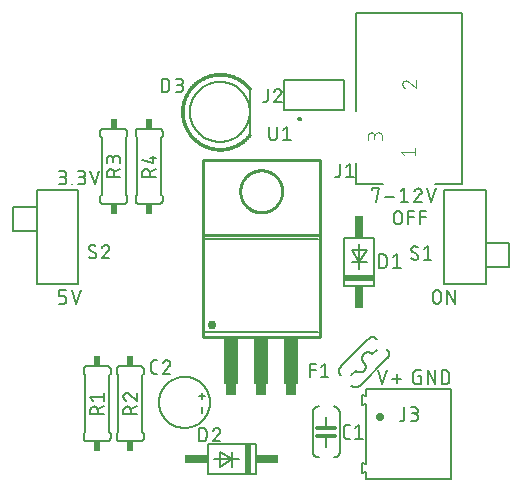
<source format=gto>
G04 EAGLE Gerber RS-274X export*
G75*
%MOMM*%
%FSLAX34Y34*%
%LPD*%
%INSilkscreen Top*%
%IPPOS*%
%AMOC8*
5,1,8,0,0,1.08239X$1,22.5*%
G01*
%ADD10C,0.127000*%
%ADD11C,0.152400*%
%ADD12C,0.304800*%
%ADD13R,2.540000X0.508000*%
%ADD14R,0.762000X1.905000*%
%ADD15C,0.254000*%
%ADD16C,0.762000*%
%ADD17R,1.270000X3.860800*%
%ADD18R,0.914400X1.066800*%
%ADD19C,0.200000*%
%ADD20C,0.400000*%
%ADD21R,0.609600X0.863600*%
%ADD22C,0.101600*%
%ADD23C,0.203200*%
%ADD24C,0.025400*%
%ADD25R,0.508000X2.540000*%
%ADD26R,1.905000X0.762000*%


D10*
X308080Y91985D02*
X309985Y91985D01*
X309985Y85635D01*
X306175Y85635D01*
X306075Y85637D01*
X305976Y85643D01*
X305876Y85653D01*
X305778Y85666D01*
X305679Y85684D01*
X305582Y85705D01*
X305486Y85730D01*
X305390Y85759D01*
X305296Y85792D01*
X305203Y85828D01*
X305112Y85868D01*
X305022Y85912D01*
X304934Y85959D01*
X304848Y86009D01*
X304764Y86063D01*
X304682Y86120D01*
X304603Y86180D01*
X304525Y86244D01*
X304451Y86310D01*
X304379Y86379D01*
X304310Y86451D01*
X304244Y86525D01*
X304180Y86603D01*
X304120Y86682D01*
X304063Y86764D01*
X304009Y86848D01*
X303959Y86934D01*
X303912Y87022D01*
X303868Y87112D01*
X303828Y87203D01*
X303792Y87296D01*
X303759Y87390D01*
X303730Y87486D01*
X303705Y87582D01*
X303684Y87679D01*
X303666Y87778D01*
X303653Y87876D01*
X303643Y87976D01*
X303637Y88075D01*
X303635Y88175D01*
X303635Y94525D01*
X303637Y94625D01*
X303643Y94724D01*
X303653Y94824D01*
X303666Y94922D01*
X303684Y95021D01*
X303705Y95118D01*
X303730Y95214D01*
X303759Y95310D01*
X303792Y95404D01*
X303828Y95497D01*
X303868Y95588D01*
X303912Y95678D01*
X303959Y95766D01*
X304009Y95852D01*
X304063Y95936D01*
X304120Y96018D01*
X304180Y96097D01*
X304244Y96175D01*
X304310Y96249D01*
X304379Y96321D01*
X304451Y96390D01*
X304525Y96456D01*
X304603Y96520D01*
X304682Y96580D01*
X304764Y96637D01*
X304848Y96691D01*
X304934Y96741D01*
X305022Y96788D01*
X305112Y96832D01*
X305203Y96872D01*
X305296Y96908D01*
X305390Y96941D01*
X305486Y96970D01*
X305582Y96995D01*
X305679Y97016D01*
X305778Y97034D01*
X305876Y97047D01*
X305976Y97057D01*
X306075Y97063D01*
X306175Y97065D01*
X309985Y97065D01*
X315827Y97065D02*
X315827Y85635D01*
X322177Y85635D02*
X315827Y97065D01*
X322177Y97065D02*
X322177Y85635D01*
X328019Y85635D02*
X328019Y97065D01*
X331194Y97065D01*
X331305Y97063D01*
X331415Y97057D01*
X331526Y97048D01*
X331636Y97034D01*
X331745Y97017D01*
X331854Y96996D01*
X331962Y96971D01*
X332069Y96942D01*
X332175Y96910D01*
X332280Y96874D01*
X332383Y96834D01*
X332485Y96791D01*
X332586Y96744D01*
X332685Y96693D01*
X332782Y96640D01*
X332876Y96583D01*
X332969Y96522D01*
X333060Y96459D01*
X333149Y96392D01*
X333235Y96322D01*
X333318Y96249D01*
X333400Y96174D01*
X333478Y96096D01*
X333553Y96014D01*
X333626Y95931D01*
X333696Y95845D01*
X333763Y95756D01*
X333826Y95665D01*
X333887Y95572D01*
X333944Y95478D01*
X333997Y95381D01*
X334048Y95282D01*
X334095Y95181D01*
X334138Y95079D01*
X334178Y94976D01*
X334214Y94871D01*
X334246Y94765D01*
X334275Y94658D01*
X334300Y94550D01*
X334321Y94441D01*
X334338Y94332D01*
X334352Y94222D01*
X334361Y94111D01*
X334367Y94001D01*
X334369Y93890D01*
X334369Y88810D01*
X334367Y88699D01*
X334361Y88589D01*
X334352Y88478D01*
X334338Y88368D01*
X334321Y88259D01*
X334300Y88150D01*
X334275Y88042D01*
X334246Y87935D01*
X334214Y87829D01*
X334178Y87724D01*
X334138Y87621D01*
X334095Y87519D01*
X334048Y87418D01*
X333997Y87319D01*
X333944Y87222D01*
X333887Y87128D01*
X333826Y87035D01*
X333763Y86944D01*
X333696Y86855D01*
X333626Y86769D01*
X333553Y86686D01*
X333478Y86604D01*
X333400Y86526D01*
X333318Y86451D01*
X333235Y86378D01*
X333149Y86308D01*
X333060Y86241D01*
X332969Y86178D01*
X332876Y86117D01*
X332782Y86060D01*
X332685Y86007D01*
X332586Y85956D01*
X332485Y85909D01*
X332383Y85866D01*
X332280Y85826D01*
X332175Y85790D01*
X332069Y85758D01*
X331962Y85729D01*
X331854Y85704D01*
X331745Y85683D01*
X331636Y85666D01*
X331526Y85652D01*
X331415Y85643D01*
X331305Y85637D01*
X331194Y85635D01*
X328019Y85635D01*
X320635Y156810D02*
X320635Y161890D01*
X320637Y162001D01*
X320643Y162111D01*
X320652Y162222D01*
X320666Y162332D01*
X320683Y162441D01*
X320704Y162550D01*
X320729Y162658D01*
X320758Y162765D01*
X320790Y162871D01*
X320826Y162976D01*
X320866Y163079D01*
X320909Y163181D01*
X320956Y163282D01*
X321007Y163381D01*
X321060Y163478D01*
X321117Y163572D01*
X321178Y163665D01*
X321241Y163756D01*
X321308Y163845D01*
X321378Y163931D01*
X321451Y164014D01*
X321526Y164096D01*
X321604Y164174D01*
X321686Y164249D01*
X321769Y164322D01*
X321855Y164392D01*
X321944Y164459D01*
X322035Y164522D01*
X322128Y164583D01*
X322223Y164640D01*
X322319Y164693D01*
X322418Y164744D01*
X322519Y164791D01*
X322621Y164834D01*
X322724Y164874D01*
X322829Y164910D01*
X322935Y164942D01*
X323042Y164971D01*
X323150Y164996D01*
X323259Y165017D01*
X323368Y165034D01*
X323478Y165048D01*
X323589Y165057D01*
X323699Y165063D01*
X323810Y165065D01*
X323921Y165063D01*
X324031Y165057D01*
X324142Y165048D01*
X324252Y165034D01*
X324361Y165017D01*
X324470Y164996D01*
X324578Y164971D01*
X324685Y164942D01*
X324791Y164910D01*
X324896Y164874D01*
X324999Y164834D01*
X325101Y164791D01*
X325202Y164744D01*
X325301Y164693D01*
X325398Y164640D01*
X325492Y164583D01*
X325585Y164522D01*
X325676Y164459D01*
X325765Y164392D01*
X325851Y164322D01*
X325934Y164249D01*
X326016Y164174D01*
X326094Y164096D01*
X326169Y164014D01*
X326242Y163931D01*
X326312Y163845D01*
X326379Y163756D01*
X326442Y163665D01*
X326503Y163572D01*
X326560Y163478D01*
X326613Y163381D01*
X326664Y163282D01*
X326711Y163181D01*
X326754Y163079D01*
X326794Y162976D01*
X326830Y162871D01*
X326862Y162765D01*
X326891Y162658D01*
X326916Y162550D01*
X326937Y162441D01*
X326954Y162332D01*
X326968Y162222D01*
X326977Y162111D01*
X326983Y162001D01*
X326985Y161890D01*
X326985Y156810D01*
X326983Y156699D01*
X326977Y156589D01*
X326968Y156478D01*
X326954Y156368D01*
X326937Y156259D01*
X326916Y156150D01*
X326891Y156042D01*
X326862Y155935D01*
X326830Y155829D01*
X326794Y155724D01*
X326754Y155621D01*
X326711Y155519D01*
X326664Y155418D01*
X326613Y155319D01*
X326560Y155222D01*
X326503Y155128D01*
X326442Y155035D01*
X326379Y154944D01*
X326312Y154855D01*
X326242Y154769D01*
X326169Y154686D01*
X326094Y154604D01*
X326016Y154526D01*
X325934Y154451D01*
X325851Y154378D01*
X325765Y154308D01*
X325676Y154241D01*
X325585Y154178D01*
X325492Y154117D01*
X325397Y154060D01*
X325301Y154007D01*
X325202Y153956D01*
X325101Y153909D01*
X324999Y153866D01*
X324896Y153826D01*
X324791Y153790D01*
X324685Y153758D01*
X324578Y153729D01*
X324470Y153704D01*
X324361Y153683D01*
X324252Y153666D01*
X324142Y153652D01*
X324031Y153643D01*
X323921Y153637D01*
X323810Y153635D01*
X323699Y153637D01*
X323589Y153643D01*
X323478Y153652D01*
X323368Y153666D01*
X323259Y153683D01*
X323150Y153704D01*
X323042Y153729D01*
X322935Y153758D01*
X322829Y153790D01*
X322724Y153826D01*
X322621Y153866D01*
X322519Y153909D01*
X322418Y153956D01*
X322319Y154007D01*
X322223Y154060D01*
X322128Y154117D01*
X322035Y154178D01*
X321944Y154241D01*
X321855Y154308D01*
X321769Y154378D01*
X321686Y154451D01*
X321604Y154526D01*
X321526Y154604D01*
X321451Y154686D01*
X321378Y154769D01*
X321308Y154855D01*
X321241Y154944D01*
X321178Y155035D01*
X321117Y155128D01*
X321060Y155223D01*
X321007Y155319D01*
X320956Y155418D01*
X320909Y155519D01*
X320866Y155621D01*
X320826Y155724D01*
X320790Y155829D01*
X320758Y155935D01*
X320729Y156042D01*
X320704Y156150D01*
X320683Y156259D01*
X320666Y156368D01*
X320652Y156478D01*
X320643Y156589D01*
X320637Y156699D01*
X320635Y156810D01*
X332446Y153635D02*
X332446Y165065D01*
X338796Y153635D01*
X338796Y165065D01*
X268635Y249795D02*
X268635Y251065D01*
X274985Y251065D01*
X271810Y239635D01*
X280192Y244080D02*
X287812Y244080D01*
X293019Y248525D02*
X296194Y251065D01*
X296194Y239635D01*
X293019Y239635D02*
X299369Y239635D01*
X310800Y248208D02*
X310798Y248312D01*
X310792Y248417D01*
X310783Y248521D01*
X310770Y248624D01*
X310752Y248727D01*
X310732Y248829D01*
X310707Y248931D01*
X310679Y249031D01*
X310647Y249131D01*
X310611Y249229D01*
X310572Y249326D01*
X310530Y249421D01*
X310484Y249515D01*
X310434Y249607D01*
X310382Y249697D01*
X310326Y249785D01*
X310266Y249871D01*
X310204Y249955D01*
X310139Y250036D01*
X310071Y250115D01*
X309999Y250192D01*
X309926Y250265D01*
X309849Y250337D01*
X309770Y250405D01*
X309689Y250470D01*
X309605Y250532D01*
X309519Y250592D01*
X309431Y250648D01*
X309341Y250700D01*
X309249Y250750D01*
X309155Y250796D01*
X309060Y250838D01*
X308963Y250877D01*
X308865Y250913D01*
X308765Y250945D01*
X308665Y250973D01*
X308563Y250998D01*
X308461Y251018D01*
X308358Y251036D01*
X308255Y251049D01*
X308151Y251058D01*
X308046Y251064D01*
X307942Y251066D01*
X307942Y251065D02*
X307824Y251063D01*
X307705Y251057D01*
X307587Y251048D01*
X307470Y251035D01*
X307353Y251017D01*
X307236Y250997D01*
X307120Y250972D01*
X307005Y250944D01*
X306892Y250911D01*
X306779Y250876D01*
X306667Y250836D01*
X306557Y250794D01*
X306448Y250747D01*
X306340Y250697D01*
X306235Y250644D01*
X306131Y250587D01*
X306029Y250527D01*
X305929Y250464D01*
X305831Y250397D01*
X305735Y250328D01*
X305642Y250255D01*
X305551Y250179D01*
X305462Y250101D01*
X305376Y250019D01*
X305293Y249935D01*
X305212Y249849D01*
X305135Y249759D01*
X305060Y249668D01*
X304988Y249574D01*
X304919Y249477D01*
X304854Y249379D01*
X304791Y249278D01*
X304732Y249175D01*
X304676Y249071D01*
X304624Y248965D01*
X304575Y248857D01*
X304530Y248748D01*
X304488Y248637D01*
X304450Y248525D01*
X309847Y245986D02*
X309923Y246061D01*
X309998Y246140D01*
X310069Y246221D01*
X310138Y246305D01*
X310203Y246391D01*
X310265Y246479D01*
X310325Y246569D01*
X310381Y246661D01*
X310434Y246756D01*
X310483Y246852D01*
X310529Y246950D01*
X310572Y247049D01*
X310611Y247150D01*
X310646Y247252D01*
X310678Y247355D01*
X310706Y247459D01*
X310731Y247564D01*
X310752Y247671D01*
X310769Y247777D01*
X310782Y247884D01*
X310791Y247992D01*
X310797Y248100D01*
X310799Y248208D01*
X309847Y245985D02*
X304449Y239635D01*
X310799Y239635D01*
X319054Y239635D02*
X315244Y251065D01*
X322864Y251065D02*
X319054Y239635D01*
X6810Y254635D02*
X3635Y254635D01*
X6810Y254635D02*
X6921Y254637D01*
X7031Y254643D01*
X7142Y254652D01*
X7252Y254666D01*
X7361Y254683D01*
X7470Y254704D01*
X7578Y254729D01*
X7685Y254758D01*
X7791Y254790D01*
X7896Y254826D01*
X7999Y254866D01*
X8101Y254909D01*
X8202Y254956D01*
X8301Y255007D01*
X8397Y255060D01*
X8492Y255117D01*
X8585Y255178D01*
X8676Y255241D01*
X8765Y255308D01*
X8851Y255378D01*
X8934Y255451D01*
X9016Y255526D01*
X9094Y255604D01*
X9169Y255686D01*
X9242Y255769D01*
X9312Y255855D01*
X9379Y255944D01*
X9442Y256035D01*
X9503Y256128D01*
X9560Y256222D01*
X9613Y256319D01*
X9664Y256418D01*
X9711Y256519D01*
X9754Y256621D01*
X9794Y256724D01*
X9830Y256829D01*
X9862Y256935D01*
X9891Y257042D01*
X9916Y257150D01*
X9937Y257259D01*
X9954Y257368D01*
X9968Y257478D01*
X9977Y257589D01*
X9983Y257699D01*
X9985Y257810D01*
X9983Y257921D01*
X9977Y258031D01*
X9968Y258142D01*
X9954Y258252D01*
X9937Y258361D01*
X9916Y258470D01*
X9891Y258578D01*
X9862Y258685D01*
X9830Y258791D01*
X9794Y258896D01*
X9754Y258999D01*
X9711Y259101D01*
X9664Y259202D01*
X9613Y259301D01*
X9560Y259397D01*
X9503Y259492D01*
X9442Y259585D01*
X9379Y259676D01*
X9312Y259765D01*
X9242Y259851D01*
X9169Y259934D01*
X9094Y260016D01*
X9016Y260094D01*
X8934Y260169D01*
X8851Y260242D01*
X8765Y260312D01*
X8676Y260379D01*
X8585Y260442D01*
X8492Y260503D01*
X8398Y260560D01*
X8301Y260613D01*
X8202Y260664D01*
X8101Y260711D01*
X7999Y260754D01*
X7896Y260794D01*
X7791Y260830D01*
X7685Y260862D01*
X7578Y260891D01*
X7470Y260916D01*
X7361Y260937D01*
X7252Y260954D01*
X7142Y260968D01*
X7031Y260977D01*
X6921Y260983D01*
X6810Y260985D01*
X7445Y266065D02*
X3635Y266065D01*
X7445Y266065D02*
X7545Y266063D01*
X7644Y266057D01*
X7744Y266047D01*
X7842Y266034D01*
X7941Y266016D01*
X8038Y265995D01*
X8134Y265970D01*
X8230Y265941D01*
X8324Y265908D01*
X8417Y265872D01*
X8508Y265832D01*
X8598Y265788D01*
X8686Y265741D01*
X8772Y265691D01*
X8856Y265637D01*
X8938Y265580D01*
X9017Y265520D01*
X9095Y265456D01*
X9169Y265390D01*
X9241Y265321D01*
X9310Y265249D01*
X9376Y265175D01*
X9440Y265097D01*
X9500Y265018D01*
X9557Y264936D01*
X9611Y264852D01*
X9661Y264766D01*
X9708Y264678D01*
X9752Y264588D01*
X9792Y264497D01*
X9828Y264404D01*
X9861Y264310D01*
X9890Y264214D01*
X9915Y264118D01*
X9936Y264021D01*
X9954Y263922D01*
X9967Y263824D01*
X9977Y263724D01*
X9983Y263625D01*
X9985Y263525D01*
X9983Y263425D01*
X9977Y263326D01*
X9967Y263226D01*
X9954Y263128D01*
X9936Y263029D01*
X9915Y262932D01*
X9890Y262836D01*
X9861Y262740D01*
X9828Y262646D01*
X9792Y262553D01*
X9752Y262462D01*
X9708Y262372D01*
X9661Y262284D01*
X9611Y262198D01*
X9557Y262114D01*
X9500Y262032D01*
X9440Y261953D01*
X9376Y261875D01*
X9310Y261801D01*
X9241Y261729D01*
X9169Y261660D01*
X9095Y261594D01*
X9017Y261530D01*
X8938Y261470D01*
X8856Y261413D01*
X8772Y261359D01*
X8686Y261309D01*
X8598Y261262D01*
X8508Y261218D01*
X8417Y261178D01*
X8324Y261142D01*
X8230Y261109D01*
X8134Y261080D01*
X8038Y261055D01*
X7941Y261034D01*
X7842Y261016D01*
X7744Y261003D01*
X7644Y260993D01*
X7545Y260987D01*
X7445Y260985D01*
X4905Y260985D01*
X14494Y255270D02*
X14494Y254635D01*
X14494Y255270D02*
X15129Y255270D01*
X15129Y254635D01*
X14494Y254635D01*
X19637Y254635D02*
X22812Y254635D01*
X22923Y254637D01*
X23033Y254643D01*
X23144Y254652D01*
X23254Y254666D01*
X23363Y254683D01*
X23472Y254704D01*
X23580Y254729D01*
X23687Y254758D01*
X23793Y254790D01*
X23898Y254826D01*
X24001Y254866D01*
X24103Y254909D01*
X24204Y254956D01*
X24303Y255007D01*
X24399Y255060D01*
X24494Y255117D01*
X24587Y255178D01*
X24678Y255241D01*
X24767Y255308D01*
X24853Y255378D01*
X24936Y255451D01*
X25018Y255526D01*
X25096Y255604D01*
X25171Y255686D01*
X25244Y255769D01*
X25314Y255855D01*
X25381Y255944D01*
X25444Y256035D01*
X25505Y256128D01*
X25562Y256222D01*
X25615Y256319D01*
X25666Y256418D01*
X25713Y256519D01*
X25756Y256621D01*
X25796Y256724D01*
X25832Y256829D01*
X25864Y256935D01*
X25893Y257042D01*
X25918Y257150D01*
X25939Y257259D01*
X25956Y257368D01*
X25970Y257478D01*
X25979Y257589D01*
X25985Y257699D01*
X25987Y257810D01*
X25985Y257921D01*
X25979Y258031D01*
X25970Y258142D01*
X25956Y258252D01*
X25939Y258361D01*
X25918Y258470D01*
X25893Y258578D01*
X25864Y258685D01*
X25832Y258791D01*
X25796Y258896D01*
X25756Y258999D01*
X25713Y259101D01*
X25666Y259202D01*
X25615Y259301D01*
X25562Y259397D01*
X25505Y259492D01*
X25444Y259585D01*
X25381Y259676D01*
X25314Y259765D01*
X25244Y259851D01*
X25171Y259934D01*
X25096Y260016D01*
X25018Y260094D01*
X24936Y260169D01*
X24853Y260242D01*
X24767Y260312D01*
X24678Y260379D01*
X24587Y260442D01*
X24494Y260503D01*
X24400Y260560D01*
X24303Y260613D01*
X24204Y260664D01*
X24103Y260711D01*
X24001Y260754D01*
X23898Y260794D01*
X23793Y260830D01*
X23687Y260862D01*
X23580Y260891D01*
X23472Y260916D01*
X23363Y260937D01*
X23254Y260954D01*
X23144Y260968D01*
X23033Y260977D01*
X22923Y260983D01*
X22812Y260985D01*
X23447Y266065D02*
X19637Y266065D01*
X23447Y266065D02*
X23547Y266063D01*
X23646Y266057D01*
X23746Y266047D01*
X23844Y266034D01*
X23943Y266016D01*
X24040Y265995D01*
X24136Y265970D01*
X24232Y265941D01*
X24326Y265908D01*
X24419Y265872D01*
X24510Y265832D01*
X24600Y265788D01*
X24688Y265741D01*
X24774Y265691D01*
X24858Y265637D01*
X24940Y265580D01*
X25019Y265520D01*
X25097Y265456D01*
X25171Y265390D01*
X25243Y265321D01*
X25312Y265249D01*
X25378Y265175D01*
X25442Y265097D01*
X25502Y265018D01*
X25559Y264936D01*
X25613Y264852D01*
X25663Y264766D01*
X25710Y264678D01*
X25754Y264588D01*
X25794Y264497D01*
X25830Y264404D01*
X25863Y264310D01*
X25892Y264214D01*
X25917Y264118D01*
X25938Y264021D01*
X25956Y263922D01*
X25969Y263824D01*
X25979Y263724D01*
X25985Y263625D01*
X25987Y263525D01*
X25985Y263425D01*
X25979Y263326D01*
X25969Y263226D01*
X25956Y263128D01*
X25938Y263029D01*
X25917Y262932D01*
X25892Y262836D01*
X25863Y262740D01*
X25830Y262646D01*
X25794Y262553D01*
X25754Y262462D01*
X25710Y262372D01*
X25663Y262284D01*
X25613Y262198D01*
X25559Y262114D01*
X25502Y262032D01*
X25442Y261953D01*
X25378Y261875D01*
X25312Y261801D01*
X25243Y261729D01*
X25171Y261660D01*
X25097Y261594D01*
X25019Y261530D01*
X24940Y261470D01*
X24858Y261413D01*
X24774Y261359D01*
X24688Y261309D01*
X24600Y261262D01*
X24510Y261218D01*
X24419Y261178D01*
X24326Y261142D01*
X24232Y261109D01*
X24136Y261080D01*
X24040Y261055D01*
X23943Y261034D01*
X23844Y261016D01*
X23746Y261003D01*
X23646Y260993D01*
X23547Y260987D01*
X23447Y260985D01*
X20907Y260985D01*
X30432Y266065D02*
X34242Y254635D01*
X38052Y266065D01*
X7445Y153635D02*
X3635Y153635D01*
X7445Y153635D02*
X7545Y153637D01*
X7644Y153643D01*
X7744Y153653D01*
X7842Y153666D01*
X7941Y153684D01*
X8038Y153705D01*
X8134Y153730D01*
X8230Y153759D01*
X8324Y153792D01*
X8417Y153828D01*
X8508Y153868D01*
X8598Y153912D01*
X8686Y153959D01*
X8772Y154009D01*
X8856Y154063D01*
X8938Y154120D01*
X9017Y154180D01*
X9095Y154244D01*
X9169Y154310D01*
X9241Y154379D01*
X9310Y154451D01*
X9376Y154525D01*
X9440Y154603D01*
X9500Y154682D01*
X9557Y154764D01*
X9611Y154848D01*
X9661Y154934D01*
X9708Y155022D01*
X9752Y155112D01*
X9792Y155203D01*
X9828Y155296D01*
X9861Y155390D01*
X9890Y155486D01*
X9915Y155582D01*
X9936Y155679D01*
X9954Y155778D01*
X9967Y155876D01*
X9977Y155976D01*
X9983Y156075D01*
X9985Y156175D01*
X9985Y157445D01*
X9983Y157545D01*
X9977Y157644D01*
X9967Y157744D01*
X9954Y157842D01*
X9936Y157941D01*
X9915Y158038D01*
X9890Y158134D01*
X9861Y158230D01*
X9828Y158324D01*
X9792Y158417D01*
X9752Y158508D01*
X9708Y158598D01*
X9661Y158686D01*
X9611Y158772D01*
X9557Y158856D01*
X9500Y158938D01*
X9440Y159017D01*
X9376Y159095D01*
X9310Y159169D01*
X9241Y159241D01*
X9169Y159310D01*
X9095Y159376D01*
X9017Y159440D01*
X8938Y159500D01*
X8856Y159557D01*
X8772Y159611D01*
X8686Y159661D01*
X8598Y159708D01*
X8508Y159752D01*
X8417Y159792D01*
X8324Y159828D01*
X8230Y159861D01*
X8134Y159890D01*
X8038Y159915D01*
X7941Y159936D01*
X7842Y159954D01*
X7744Y159967D01*
X7644Y159977D01*
X7545Y159983D01*
X7445Y159985D01*
X3635Y159985D01*
X3635Y165065D01*
X9985Y165065D01*
X14430Y165065D02*
X18240Y153635D01*
X22050Y165065D01*
X273635Y97065D02*
X277445Y85635D01*
X281255Y97065D01*
X285827Y90080D02*
X293447Y90080D01*
X289637Y86270D02*
X289637Y93890D01*
X287635Y223810D02*
X287635Y228890D01*
X287637Y229001D01*
X287643Y229111D01*
X287652Y229222D01*
X287666Y229332D01*
X287683Y229441D01*
X287704Y229550D01*
X287729Y229658D01*
X287758Y229765D01*
X287790Y229871D01*
X287826Y229976D01*
X287866Y230079D01*
X287909Y230181D01*
X287956Y230282D01*
X288007Y230381D01*
X288060Y230478D01*
X288117Y230572D01*
X288178Y230665D01*
X288241Y230756D01*
X288308Y230845D01*
X288378Y230931D01*
X288451Y231014D01*
X288526Y231096D01*
X288604Y231174D01*
X288686Y231249D01*
X288769Y231322D01*
X288855Y231392D01*
X288944Y231459D01*
X289035Y231522D01*
X289128Y231583D01*
X289223Y231640D01*
X289319Y231693D01*
X289418Y231744D01*
X289519Y231791D01*
X289621Y231834D01*
X289724Y231874D01*
X289829Y231910D01*
X289935Y231942D01*
X290042Y231971D01*
X290150Y231996D01*
X290259Y232017D01*
X290368Y232034D01*
X290478Y232048D01*
X290589Y232057D01*
X290699Y232063D01*
X290810Y232065D01*
X290921Y232063D01*
X291031Y232057D01*
X291142Y232048D01*
X291252Y232034D01*
X291361Y232017D01*
X291470Y231996D01*
X291578Y231971D01*
X291685Y231942D01*
X291791Y231910D01*
X291896Y231874D01*
X291999Y231834D01*
X292101Y231791D01*
X292202Y231744D01*
X292301Y231693D01*
X292398Y231640D01*
X292492Y231583D01*
X292585Y231522D01*
X292676Y231459D01*
X292765Y231392D01*
X292851Y231322D01*
X292934Y231249D01*
X293016Y231174D01*
X293094Y231096D01*
X293169Y231014D01*
X293242Y230931D01*
X293312Y230845D01*
X293379Y230756D01*
X293442Y230665D01*
X293503Y230572D01*
X293560Y230478D01*
X293613Y230381D01*
X293664Y230282D01*
X293711Y230181D01*
X293754Y230079D01*
X293794Y229976D01*
X293830Y229871D01*
X293862Y229765D01*
X293891Y229658D01*
X293916Y229550D01*
X293937Y229441D01*
X293954Y229332D01*
X293968Y229222D01*
X293977Y229111D01*
X293983Y229001D01*
X293985Y228890D01*
X293985Y223810D01*
X293983Y223699D01*
X293977Y223589D01*
X293968Y223478D01*
X293954Y223368D01*
X293937Y223259D01*
X293916Y223150D01*
X293891Y223042D01*
X293862Y222935D01*
X293830Y222829D01*
X293794Y222724D01*
X293754Y222621D01*
X293711Y222519D01*
X293664Y222418D01*
X293613Y222319D01*
X293560Y222222D01*
X293503Y222128D01*
X293442Y222035D01*
X293379Y221944D01*
X293312Y221855D01*
X293242Y221769D01*
X293169Y221686D01*
X293094Y221604D01*
X293016Y221526D01*
X292934Y221451D01*
X292851Y221378D01*
X292765Y221308D01*
X292676Y221241D01*
X292585Y221178D01*
X292492Y221117D01*
X292397Y221060D01*
X292301Y221007D01*
X292202Y220956D01*
X292101Y220909D01*
X291999Y220866D01*
X291896Y220826D01*
X291791Y220790D01*
X291685Y220758D01*
X291578Y220729D01*
X291470Y220704D01*
X291361Y220683D01*
X291252Y220666D01*
X291142Y220652D01*
X291031Y220643D01*
X290921Y220637D01*
X290810Y220635D01*
X290699Y220637D01*
X290589Y220643D01*
X290478Y220652D01*
X290368Y220666D01*
X290259Y220683D01*
X290150Y220704D01*
X290042Y220729D01*
X289935Y220758D01*
X289829Y220790D01*
X289724Y220826D01*
X289621Y220866D01*
X289519Y220909D01*
X289418Y220956D01*
X289319Y221007D01*
X289223Y221060D01*
X289128Y221117D01*
X289035Y221178D01*
X288944Y221241D01*
X288855Y221308D01*
X288769Y221378D01*
X288686Y221451D01*
X288604Y221526D01*
X288526Y221604D01*
X288451Y221686D01*
X288378Y221769D01*
X288308Y221855D01*
X288241Y221944D01*
X288178Y222035D01*
X288117Y222128D01*
X288060Y222223D01*
X288007Y222319D01*
X287956Y222418D01*
X287909Y222519D01*
X287866Y222621D01*
X287826Y222724D01*
X287790Y222829D01*
X287758Y222935D01*
X287729Y223042D01*
X287704Y223150D01*
X287683Y223259D01*
X287666Y223368D01*
X287652Y223478D01*
X287643Y223589D01*
X287637Y223699D01*
X287635Y223810D01*
X299471Y220635D02*
X299471Y232065D01*
X304551Y232065D01*
X304551Y226985D02*
X299471Y226985D01*
X309377Y232065D02*
X309377Y220635D01*
X309377Y232065D02*
X314457Y232065D01*
X314457Y226985D02*
X309377Y226985D01*
D11*
X125240Y77620D02*
X125240Y72540D01*
X122700Y75080D02*
X127780Y75080D01*
X125240Y66190D02*
X125240Y61110D01*
X88410Y70000D02*
X88417Y70530D01*
X88436Y71059D01*
X88468Y71588D01*
X88514Y72116D01*
X88572Y72643D01*
X88644Y73168D01*
X88728Y73691D01*
X88825Y74212D01*
X88935Y74730D01*
X89057Y75246D01*
X89192Y75758D01*
X89340Y76267D01*
X89500Y76772D01*
X89672Y77273D01*
X89857Y77770D01*
X90053Y78262D01*
X90262Y78749D01*
X90483Y79231D01*
X90715Y79707D01*
X90959Y80177D01*
X91215Y80642D01*
X91482Y81099D01*
X91760Y81551D01*
X92049Y81995D01*
X92348Y82432D01*
X92659Y82861D01*
X92980Y83283D01*
X93311Y83697D01*
X93652Y84102D01*
X94003Y84499D01*
X94364Y84887D01*
X94734Y85266D01*
X95113Y85636D01*
X95501Y85997D01*
X95898Y86348D01*
X96303Y86689D01*
X96717Y87020D01*
X97139Y87341D01*
X97568Y87652D01*
X98005Y87951D01*
X98449Y88240D01*
X98901Y88518D01*
X99358Y88785D01*
X99823Y89041D01*
X100293Y89285D01*
X100769Y89517D01*
X101251Y89738D01*
X101738Y89947D01*
X102230Y90143D01*
X102727Y90328D01*
X103228Y90500D01*
X103733Y90660D01*
X104242Y90808D01*
X104754Y90943D01*
X105270Y91065D01*
X105788Y91175D01*
X106309Y91272D01*
X106832Y91356D01*
X107357Y91428D01*
X107884Y91486D01*
X108412Y91532D01*
X108941Y91564D01*
X109470Y91583D01*
X110000Y91590D01*
X110530Y91583D01*
X111059Y91564D01*
X111588Y91532D01*
X112116Y91486D01*
X112643Y91428D01*
X113168Y91356D01*
X113691Y91272D01*
X114212Y91175D01*
X114730Y91065D01*
X115246Y90943D01*
X115758Y90808D01*
X116267Y90660D01*
X116772Y90500D01*
X117273Y90328D01*
X117770Y90143D01*
X118262Y89947D01*
X118749Y89738D01*
X119231Y89517D01*
X119707Y89285D01*
X120177Y89041D01*
X120642Y88785D01*
X121099Y88518D01*
X121551Y88240D01*
X121995Y87951D01*
X122432Y87652D01*
X122861Y87341D01*
X123283Y87020D01*
X123697Y86689D01*
X124102Y86348D01*
X124499Y85997D01*
X124887Y85636D01*
X125266Y85266D01*
X125636Y84887D01*
X125997Y84499D01*
X126348Y84102D01*
X126689Y83697D01*
X127020Y83283D01*
X127341Y82861D01*
X127652Y82432D01*
X127951Y81995D01*
X128240Y81551D01*
X128518Y81099D01*
X128785Y80642D01*
X129041Y80177D01*
X129285Y79707D01*
X129517Y79231D01*
X129738Y78749D01*
X129947Y78262D01*
X130143Y77770D01*
X130328Y77273D01*
X130500Y76772D01*
X130660Y76267D01*
X130808Y75758D01*
X130943Y75246D01*
X131065Y74730D01*
X131175Y74212D01*
X131272Y73691D01*
X131356Y73168D01*
X131428Y72643D01*
X131486Y72116D01*
X131532Y71588D01*
X131564Y71059D01*
X131583Y70530D01*
X131590Y70000D01*
X131583Y69470D01*
X131564Y68941D01*
X131532Y68412D01*
X131486Y67884D01*
X131428Y67357D01*
X131356Y66832D01*
X131272Y66309D01*
X131175Y65788D01*
X131065Y65270D01*
X130943Y64754D01*
X130808Y64242D01*
X130660Y63733D01*
X130500Y63228D01*
X130328Y62727D01*
X130143Y62230D01*
X129947Y61738D01*
X129738Y61251D01*
X129517Y60769D01*
X129285Y60293D01*
X129041Y59823D01*
X128785Y59358D01*
X128518Y58901D01*
X128240Y58449D01*
X127951Y58005D01*
X127652Y57568D01*
X127341Y57139D01*
X127020Y56717D01*
X126689Y56303D01*
X126348Y55898D01*
X125997Y55501D01*
X125636Y55113D01*
X125266Y54734D01*
X124887Y54364D01*
X124499Y54003D01*
X124102Y53652D01*
X123697Y53311D01*
X123283Y52980D01*
X122861Y52659D01*
X122432Y52348D01*
X121995Y52049D01*
X121551Y51760D01*
X121099Y51482D01*
X120642Y51215D01*
X120177Y50959D01*
X119707Y50715D01*
X119231Y50483D01*
X118749Y50262D01*
X118262Y50053D01*
X117770Y49857D01*
X117273Y49672D01*
X116772Y49500D01*
X116267Y49340D01*
X115758Y49192D01*
X115246Y49057D01*
X114730Y48935D01*
X114212Y48825D01*
X113691Y48728D01*
X113168Y48644D01*
X112643Y48572D01*
X112116Y48514D01*
X111588Y48468D01*
X111059Y48436D01*
X110530Y48417D01*
X110000Y48410D01*
X109470Y48417D01*
X108941Y48436D01*
X108412Y48468D01*
X107884Y48514D01*
X107357Y48572D01*
X106832Y48644D01*
X106309Y48728D01*
X105788Y48825D01*
X105270Y48935D01*
X104754Y49057D01*
X104242Y49192D01*
X103733Y49340D01*
X103228Y49500D01*
X102727Y49672D01*
X102230Y49857D01*
X101738Y50053D01*
X101251Y50262D01*
X100769Y50483D01*
X100293Y50715D01*
X99823Y50959D01*
X99358Y51215D01*
X98901Y51482D01*
X98449Y51760D01*
X98005Y52049D01*
X97568Y52348D01*
X97139Y52659D01*
X96717Y52980D01*
X96303Y53311D01*
X95898Y53652D01*
X95501Y54003D01*
X95113Y54364D01*
X94734Y54734D01*
X94364Y55113D01*
X94003Y55501D01*
X93652Y55898D01*
X93311Y56303D01*
X92980Y56717D01*
X92659Y57139D01*
X92348Y57568D01*
X92049Y58005D01*
X91760Y58449D01*
X91482Y58901D01*
X91215Y59358D01*
X90959Y59823D01*
X90715Y60293D01*
X90483Y60769D01*
X90262Y61251D01*
X90053Y61738D01*
X89857Y62230D01*
X89672Y62727D01*
X89500Y63228D01*
X89340Y63733D01*
X89192Y64242D01*
X89057Y64754D01*
X88935Y65270D01*
X88825Y65788D01*
X88728Y66309D01*
X88644Y66832D01*
X88572Y67357D01*
X88514Y67884D01*
X88468Y68412D01*
X88436Y68941D01*
X88417Y69470D01*
X88410Y70000D01*
D10*
X87124Y94285D02*
X84584Y94285D01*
X84484Y94287D01*
X84385Y94293D01*
X84285Y94303D01*
X84187Y94316D01*
X84088Y94334D01*
X83991Y94355D01*
X83895Y94380D01*
X83799Y94409D01*
X83705Y94442D01*
X83612Y94478D01*
X83521Y94518D01*
X83431Y94562D01*
X83343Y94609D01*
X83257Y94659D01*
X83173Y94713D01*
X83091Y94770D01*
X83012Y94830D01*
X82934Y94894D01*
X82860Y94960D01*
X82788Y95029D01*
X82719Y95101D01*
X82653Y95175D01*
X82589Y95253D01*
X82529Y95332D01*
X82472Y95414D01*
X82418Y95498D01*
X82368Y95584D01*
X82321Y95672D01*
X82277Y95762D01*
X82237Y95853D01*
X82201Y95946D01*
X82168Y96040D01*
X82139Y96136D01*
X82114Y96232D01*
X82093Y96329D01*
X82075Y96428D01*
X82062Y96526D01*
X82052Y96626D01*
X82046Y96725D01*
X82044Y96825D01*
X82044Y103175D01*
X82046Y103275D01*
X82052Y103374D01*
X82062Y103474D01*
X82075Y103572D01*
X82093Y103671D01*
X82114Y103768D01*
X82139Y103864D01*
X82168Y103960D01*
X82201Y104054D01*
X82237Y104147D01*
X82277Y104238D01*
X82321Y104328D01*
X82368Y104416D01*
X82418Y104502D01*
X82472Y104586D01*
X82529Y104668D01*
X82589Y104747D01*
X82653Y104825D01*
X82719Y104899D01*
X82788Y104971D01*
X82860Y105040D01*
X82934Y105106D01*
X83012Y105170D01*
X83091Y105230D01*
X83173Y105287D01*
X83257Y105341D01*
X83343Y105391D01*
X83431Y105438D01*
X83521Y105482D01*
X83612Y105522D01*
X83705Y105558D01*
X83799Y105591D01*
X83895Y105620D01*
X83991Y105645D01*
X84088Y105666D01*
X84187Y105684D01*
X84285Y105697D01*
X84385Y105707D01*
X84484Y105713D01*
X84584Y105715D01*
X87124Y105715D01*
X95099Y105716D02*
X95203Y105714D01*
X95308Y105708D01*
X95412Y105699D01*
X95515Y105686D01*
X95618Y105668D01*
X95720Y105648D01*
X95822Y105623D01*
X95922Y105595D01*
X96022Y105563D01*
X96120Y105527D01*
X96217Y105488D01*
X96312Y105446D01*
X96406Y105400D01*
X96498Y105350D01*
X96588Y105298D01*
X96676Y105242D01*
X96762Y105182D01*
X96846Y105120D01*
X96927Y105055D01*
X97006Y104987D01*
X97083Y104915D01*
X97156Y104842D01*
X97228Y104765D01*
X97296Y104686D01*
X97361Y104605D01*
X97423Y104521D01*
X97483Y104435D01*
X97539Y104347D01*
X97591Y104257D01*
X97641Y104165D01*
X97687Y104071D01*
X97729Y103976D01*
X97768Y103879D01*
X97804Y103781D01*
X97836Y103681D01*
X97864Y103581D01*
X97889Y103479D01*
X97909Y103377D01*
X97927Y103274D01*
X97940Y103171D01*
X97949Y103067D01*
X97955Y102962D01*
X97957Y102858D01*
X95099Y105715D02*
X94981Y105713D01*
X94862Y105707D01*
X94744Y105698D01*
X94627Y105685D01*
X94510Y105667D01*
X94393Y105647D01*
X94277Y105622D01*
X94162Y105594D01*
X94049Y105561D01*
X93936Y105526D01*
X93824Y105486D01*
X93714Y105444D01*
X93605Y105397D01*
X93497Y105347D01*
X93392Y105294D01*
X93288Y105237D01*
X93186Y105177D01*
X93086Y105114D01*
X92988Y105047D01*
X92892Y104978D01*
X92799Y104905D01*
X92708Y104829D01*
X92619Y104751D01*
X92533Y104669D01*
X92450Y104585D01*
X92369Y104499D01*
X92292Y104409D01*
X92217Y104318D01*
X92145Y104224D01*
X92076Y104127D01*
X92011Y104029D01*
X91948Y103928D01*
X91889Y103825D01*
X91833Y103721D01*
X91781Y103615D01*
X91732Y103507D01*
X91687Y103398D01*
X91645Y103287D01*
X91607Y103175D01*
X97004Y100636D02*
X97080Y100711D01*
X97155Y100790D01*
X97226Y100871D01*
X97295Y100955D01*
X97360Y101041D01*
X97422Y101129D01*
X97482Y101219D01*
X97538Y101311D01*
X97591Y101406D01*
X97640Y101502D01*
X97686Y101600D01*
X97729Y101699D01*
X97768Y101800D01*
X97803Y101902D01*
X97835Y102005D01*
X97863Y102109D01*
X97888Y102214D01*
X97909Y102321D01*
X97926Y102427D01*
X97939Y102534D01*
X97948Y102642D01*
X97954Y102750D01*
X97956Y102858D01*
X97004Y100635D02*
X91606Y94285D01*
X97956Y94285D01*
D11*
X236350Y66590D02*
X236490Y66588D01*
X236630Y66582D01*
X236770Y66573D01*
X236909Y66559D01*
X237048Y66542D01*
X237186Y66521D01*
X237324Y66496D01*
X237461Y66467D01*
X237597Y66435D01*
X237732Y66398D01*
X237866Y66358D01*
X237999Y66315D01*
X238131Y66267D01*
X238262Y66217D01*
X238391Y66162D01*
X238518Y66104D01*
X238644Y66043D01*
X238768Y65978D01*
X238890Y65909D01*
X239010Y65838D01*
X239128Y65763D01*
X239245Y65685D01*
X239359Y65603D01*
X239470Y65519D01*
X239579Y65431D01*
X239686Y65341D01*
X239791Y65247D01*
X239892Y65151D01*
X239991Y65052D01*
X240087Y64951D01*
X240181Y64846D01*
X240271Y64739D01*
X240359Y64630D01*
X240443Y64519D01*
X240525Y64405D01*
X240603Y64288D01*
X240678Y64170D01*
X240749Y64050D01*
X240818Y63928D01*
X240883Y63804D01*
X240944Y63678D01*
X241002Y63551D01*
X241057Y63422D01*
X241107Y63291D01*
X241155Y63159D01*
X241198Y63026D01*
X241238Y62892D01*
X241275Y62757D01*
X241307Y62621D01*
X241336Y62484D01*
X241361Y62346D01*
X241382Y62208D01*
X241399Y62069D01*
X241413Y61930D01*
X241422Y61790D01*
X241428Y61650D01*
X241430Y61510D01*
X223650Y66590D02*
X223510Y66588D01*
X223370Y66582D01*
X223230Y66573D01*
X223091Y66559D01*
X222952Y66542D01*
X222814Y66521D01*
X222676Y66496D01*
X222539Y66467D01*
X222403Y66435D01*
X222268Y66398D01*
X222134Y66358D01*
X222001Y66315D01*
X221869Y66267D01*
X221738Y66217D01*
X221609Y66162D01*
X221482Y66104D01*
X221356Y66043D01*
X221232Y65978D01*
X221110Y65909D01*
X220990Y65838D01*
X220872Y65763D01*
X220755Y65685D01*
X220641Y65603D01*
X220530Y65519D01*
X220421Y65431D01*
X220314Y65341D01*
X220209Y65247D01*
X220108Y65151D01*
X220009Y65052D01*
X219913Y64951D01*
X219819Y64846D01*
X219729Y64739D01*
X219641Y64630D01*
X219557Y64519D01*
X219475Y64405D01*
X219397Y64288D01*
X219322Y64170D01*
X219251Y64050D01*
X219182Y63928D01*
X219117Y63804D01*
X219056Y63678D01*
X218998Y63551D01*
X218943Y63422D01*
X218893Y63291D01*
X218845Y63159D01*
X218802Y63026D01*
X218762Y62892D01*
X218725Y62757D01*
X218693Y62621D01*
X218664Y62484D01*
X218639Y62346D01*
X218618Y62208D01*
X218601Y62069D01*
X218587Y61930D01*
X218578Y61790D01*
X218572Y61650D01*
X218570Y61510D01*
X241430Y61510D02*
X241430Y28490D01*
X218570Y28490D02*
X218570Y61510D01*
X241430Y28490D02*
X241428Y28350D01*
X241422Y28210D01*
X241413Y28070D01*
X241399Y27931D01*
X241382Y27792D01*
X241361Y27654D01*
X241336Y27516D01*
X241307Y27379D01*
X241275Y27243D01*
X241238Y27108D01*
X241198Y26974D01*
X241155Y26841D01*
X241107Y26709D01*
X241057Y26578D01*
X241002Y26449D01*
X240944Y26322D01*
X240883Y26196D01*
X240818Y26072D01*
X240749Y25950D01*
X240678Y25830D01*
X240603Y25712D01*
X240525Y25595D01*
X240443Y25481D01*
X240359Y25370D01*
X240271Y25261D01*
X240181Y25154D01*
X240087Y25049D01*
X239991Y24948D01*
X239892Y24849D01*
X239791Y24753D01*
X239686Y24659D01*
X239579Y24569D01*
X239470Y24481D01*
X239359Y24397D01*
X239245Y24315D01*
X239128Y24237D01*
X239010Y24162D01*
X238890Y24091D01*
X238768Y24022D01*
X238644Y23957D01*
X238518Y23896D01*
X238391Y23838D01*
X238262Y23783D01*
X238131Y23733D01*
X237999Y23685D01*
X237866Y23642D01*
X237732Y23602D01*
X237597Y23565D01*
X237461Y23533D01*
X237324Y23504D01*
X237186Y23479D01*
X237048Y23458D01*
X236909Y23441D01*
X236770Y23427D01*
X236630Y23418D01*
X236490Y23412D01*
X236350Y23410D01*
X223650Y23410D02*
X223510Y23412D01*
X223370Y23418D01*
X223230Y23427D01*
X223091Y23441D01*
X222952Y23458D01*
X222814Y23479D01*
X222676Y23504D01*
X222539Y23533D01*
X222403Y23565D01*
X222268Y23602D01*
X222134Y23642D01*
X222001Y23685D01*
X221869Y23733D01*
X221738Y23783D01*
X221609Y23838D01*
X221482Y23896D01*
X221356Y23957D01*
X221232Y24022D01*
X221110Y24091D01*
X220990Y24162D01*
X220872Y24237D01*
X220755Y24315D01*
X220641Y24397D01*
X220530Y24481D01*
X220421Y24569D01*
X220314Y24659D01*
X220209Y24753D01*
X220108Y24849D01*
X220009Y24948D01*
X219913Y25049D01*
X219819Y25154D01*
X219729Y25261D01*
X219641Y25370D01*
X219557Y25481D01*
X219475Y25595D01*
X219397Y25712D01*
X219322Y25830D01*
X219251Y25950D01*
X219182Y26072D01*
X219117Y26196D01*
X219056Y26322D01*
X218998Y26449D01*
X218943Y26578D01*
X218893Y26709D01*
X218845Y26841D01*
X218802Y26974D01*
X218762Y27108D01*
X218725Y27243D01*
X218693Y27379D01*
X218664Y27516D01*
X218639Y27654D01*
X218618Y27792D01*
X218601Y27931D01*
X218587Y28070D01*
X218578Y28210D01*
X218572Y28350D01*
X218570Y28490D01*
D12*
X230000Y48048D02*
X237620Y48048D01*
X230000Y48048D02*
X222380Y48048D01*
X230000Y41698D02*
X237620Y41698D01*
X230000Y41698D02*
X222380Y41698D01*
D11*
X230000Y41698D02*
X230000Y32300D01*
X230000Y48048D02*
X230000Y57700D01*
D10*
X247584Y39285D02*
X250124Y39285D01*
X247584Y39285D02*
X247484Y39287D01*
X247385Y39293D01*
X247285Y39303D01*
X247187Y39316D01*
X247088Y39334D01*
X246991Y39355D01*
X246895Y39380D01*
X246799Y39409D01*
X246705Y39442D01*
X246612Y39478D01*
X246521Y39518D01*
X246431Y39562D01*
X246343Y39609D01*
X246257Y39659D01*
X246173Y39713D01*
X246091Y39770D01*
X246012Y39830D01*
X245934Y39894D01*
X245860Y39960D01*
X245788Y40029D01*
X245719Y40101D01*
X245653Y40175D01*
X245589Y40253D01*
X245529Y40332D01*
X245472Y40414D01*
X245418Y40498D01*
X245368Y40584D01*
X245321Y40672D01*
X245277Y40762D01*
X245237Y40853D01*
X245201Y40946D01*
X245168Y41040D01*
X245139Y41136D01*
X245114Y41232D01*
X245093Y41329D01*
X245075Y41428D01*
X245062Y41526D01*
X245052Y41626D01*
X245046Y41725D01*
X245044Y41825D01*
X245044Y48175D01*
X245046Y48275D01*
X245052Y48374D01*
X245062Y48474D01*
X245075Y48572D01*
X245093Y48671D01*
X245114Y48768D01*
X245139Y48864D01*
X245168Y48960D01*
X245201Y49054D01*
X245237Y49147D01*
X245277Y49238D01*
X245321Y49328D01*
X245368Y49416D01*
X245418Y49502D01*
X245472Y49586D01*
X245529Y49668D01*
X245589Y49747D01*
X245653Y49825D01*
X245719Y49899D01*
X245788Y49971D01*
X245860Y50040D01*
X245934Y50106D01*
X246012Y50170D01*
X246091Y50230D01*
X246173Y50287D01*
X246257Y50341D01*
X246343Y50391D01*
X246431Y50438D01*
X246521Y50482D01*
X246612Y50522D01*
X246705Y50558D01*
X246799Y50591D01*
X246895Y50620D01*
X246991Y50645D01*
X247088Y50666D01*
X247187Y50684D01*
X247285Y50697D01*
X247385Y50707D01*
X247484Y50713D01*
X247584Y50715D01*
X250124Y50715D01*
X254606Y48175D02*
X257781Y50715D01*
X257781Y39285D01*
X254606Y39285D02*
X260956Y39285D01*
D11*
X270700Y168680D02*
X270700Y209320D01*
X245300Y209320D01*
X245300Y168680D01*
X270700Y168680D01*
X258000Y182650D02*
X258000Y189000D01*
X251650Y199160D02*
X264350Y199160D01*
X258000Y189000D01*
X258000Y204240D01*
X251650Y199160D02*
X258000Y189000D01*
X251650Y189000D01*
X258000Y189000D02*
X264350Y189000D01*
D13*
X258000Y175030D03*
D14*
X258000Y218845D03*
X258000Y159155D03*
D10*
X274920Y183885D02*
X274920Y195315D01*
X278095Y195315D01*
X278206Y195313D01*
X278316Y195307D01*
X278427Y195298D01*
X278537Y195284D01*
X278646Y195267D01*
X278755Y195246D01*
X278863Y195221D01*
X278970Y195192D01*
X279076Y195160D01*
X279181Y195124D01*
X279284Y195084D01*
X279386Y195041D01*
X279487Y194994D01*
X279586Y194943D01*
X279683Y194890D01*
X279777Y194833D01*
X279870Y194772D01*
X279961Y194709D01*
X280050Y194642D01*
X280136Y194572D01*
X280219Y194499D01*
X280301Y194424D01*
X280379Y194346D01*
X280454Y194264D01*
X280527Y194181D01*
X280597Y194095D01*
X280664Y194006D01*
X280727Y193915D01*
X280788Y193822D01*
X280845Y193728D01*
X280898Y193631D01*
X280949Y193532D01*
X280996Y193431D01*
X281039Y193329D01*
X281079Y193226D01*
X281115Y193121D01*
X281147Y193015D01*
X281176Y192908D01*
X281201Y192800D01*
X281222Y192691D01*
X281239Y192582D01*
X281253Y192472D01*
X281262Y192361D01*
X281268Y192251D01*
X281270Y192140D01*
X281270Y187060D01*
X281268Y186949D01*
X281262Y186839D01*
X281253Y186728D01*
X281239Y186618D01*
X281222Y186509D01*
X281201Y186400D01*
X281176Y186292D01*
X281147Y186185D01*
X281115Y186079D01*
X281079Y185974D01*
X281039Y185871D01*
X280996Y185769D01*
X280949Y185668D01*
X280898Y185569D01*
X280845Y185472D01*
X280788Y185378D01*
X280727Y185285D01*
X280664Y185194D01*
X280597Y185105D01*
X280527Y185019D01*
X280454Y184936D01*
X280379Y184854D01*
X280301Y184776D01*
X280219Y184701D01*
X280136Y184628D01*
X280050Y184558D01*
X279961Y184491D01*
X279870Y184428D01*
X279777Y184367D01*
X279683Y184310D01*
X279586Y184257D01*
X279487Y184206D01*
X279386Y184159D01*
X279284Y184116D01*
X279181Y184076D01*
X279076Y184040D01*
X278970Y184008D01*
X278863Y183979D01*
X278755Y183954D01*
X278646Y183933D01*
X278537Y183916D01*
X278427Y183902D01*
X278316Y183893D01*
X278206Y183887D01*
X278095Y183885D01*
X274920Y183885D01*
X286731Y192775D02*
X289906Y195315D01*
X289906Y183885D01*
X286731Y183885D02*
X293081Y183885D01*
D15*
X125470Y211830D02*
X125470Y125470D01*
X125470Y211830D02*
X125470Y275330D01*
X224530Y275330D01*
X224530Y211830D01*
X224530Y125470D01*
X125470Y125470D01*
X125470Y211830D02*
X224530Y211830D01*
D11*
X223260Y208020D02*
X126740Y208020D01*
X126740Y129280D02*
X223260Y129280D01*
D16*
X133090Y135630D03*
D15*
X157220Y248660D02*
X157225Y249096D01*
X157241Y249532D01*
X157268Y249968D01*
X157306Y250403D01*
X157354Y250836D01*
X157412Y251269D01*
X157482Y251700D01*
X157562Y252129D01*
X157652Y252556D01*
X157753Y252980D01*
X157864Y253402D01*
X157986Y253821D01*
X158117Y254237D01*
X158259Y254650D01*
X158411Y255059D01*
X158573Y255464D01*
X158745Y255865D01*
X158927Y256262D01*
X159118Y256654D01*
X159319Y257041D01*
X159530Y257424D01*
X159750Y257801D01*
X159979Y258172D01*
X160216Y258538D01*
X160463Y258898D01*
X160719Y259252D01*
X160983Y259599D01*
X161256Y259940D01*
X161537Y260273D01*
X161826Y260600D01*
X162123Y260920D01*
X162428Y261232D01*
X162740Y261537D01*
X163060Y261834D01*
X163387Y262123D01*
X163720Y262404D01*
X164061Y262677D01*
X164408Y262941D01*
X164762Y263197D01*
X165122Y263444D01*
X165488Y263681D01*
X165859Y263910D01*
X166236Y264130D01*
X166619Y264341D01*
X167006Y264542D01*
X167398Y264733D01*
X167795Y264915D01*
X168196Y265087D01*
X168601Y265249D01*
X169010Y265401D01*
X169423Y265543D01*
X169839Y265674D01*
X170258Y265796D01*
X170680Y265907D01*
X171104Y266008D01*
X171531Y266098D01*
X171960Y266178D01*
X172391Y266248D01*
X172824Y266306D01*
X173257Y266354D01*
X173692Y266392D01*
X174128Y266419D01*
X174564Y266435D01*
X175000Y266440D01*
X175436Y266435D01*
X175872Y266419D01*
X176308Y266392D01*
X176743Y266354D01*
X177176Y266306D01*
X177609Y266248D01*
X178040Y266178D01*
X178469Y266098D01*
X178896Y266008D01*
X179320Y265907D01*
X179742Y265796D01*
X180161Y265674D01*
X180577Y265543D01*
X180990Y265401D01*
X181399Y265249D01*
X181804Y265087D01*
X182205Y264915D01*
X182602Y264733D01*
X182994Y264542D01*
X183381Y264341D01*
X183764Y264130D01*
X184141Y263910D01*
X184512Y263681D01*
X184878Y263444D01*
X185238Y263197D01*
X185592Y262941D01*
X185939Y262677D01*
X186280Y262404D01*
X186613Y262123D01*
X186940Y261834D01*
X187260Y261537D01*
X187572Y261232D01*
X187877Y260920D01*
X188174Y260600D01*
X188463Y260273D01*
X188744Y259940D01*
X189017Y259599D01*
X189281Y259252D01*
X189537Y258898D01*
X189784Y258538D01*
X190021Y258172D01*
X190250Y257801D01*
X190470Y257424D01*
X190681Y257041D01*
X190882Y256654D01*
X191073Y256262D01*
X191255Y255865D01*
X191427Y255464D01*
X191589Y255059D01*
X191741Y254650D01*
X191883Y254237D01*
X192014Y253821D01*
X192136Y253402D01*
X192247Y252980D01*
X192348Y252556D01*
X192438Y252129D01*
X192518Y251700D01*
X192588Y251269D01*
X192646Y250836D01*
X192694Y250403D01*
X192732Y249968D01*
X192759Y249532D01*
X192775Y249096D01*
X192780Y248660D01*
X192775Y248224D01*
X192759Y247788D01*
X192732Y247352D01*
X192694Y246917D01*
X192646Y246484D01*
X192588Y246051D01*
X192518Y245620D01*
X192438Y245191D01*
X192348Y244764D01*
X192247Y244340D01*
X192136Y243918D01*
X192014Y243499D01*
X191883Y243083D01*
X191741Y242670D01*
X191589Y242261D01*
X191427Y241856D01*
X191255Y241455D01*
X191073Y241058D01*
X190882Y240666D01*
X190681Y240279D01*
X190470Y239896D01*
X190250Y239519D01*
X190021Y239148D01*
X189784Y238782D01*
X189537Y238422D01*
X189281Y238068D01*
X189017Y237721D01*
X188744Y237380D01*
X188463Y237047D01*
X188174Y236720D01*
X187877Y236400D01*
X187572Y236088D01*
X187260Y235783D01*
X186940Y235486D01*
X186613Y235197D01*
X186280Y234916D01*
X185939Y234643D01*
X185592Y234379D01*
X185238Y234123D01*
X184878Y233876D01*
X184512Y233639D01*
X184141Y233410D01*
X183764Y233190D01*
X183381Y232979D01*
X182994Y232778D01*
X182602Y232587D01*
X182205Y232405D01*
X181804Y232233D01*
X181399Y232071D01*
X180990Y231919D01*
X180577Y231777D01*
X180161Y231646D01*
X179742Y231524D01*
X179320Y231413D01*
X178896Y231312D01*
X178469Y231222D01*
X178040Y231142D01*
X177609Y231072D01*
X177176Y231014D01*
X176743Y230966D01*
X176308Y230928D01*
X175872Y230901D01*
X175436Y230885D01*
X175000Y230880D01*
X174564Y230885D01*
X174128Y230901D01*
X173692Y230928D01*
X173257Y230966D01*
X172824Y231014D01*
X172391Y231072D01*
X171960Y231142D01*
X171531Y231222D01*
X171104Y231312D01*
X170680Y231413D01*
X170258Y231524D01*
X169839Y231646D01*
X169423Y231777D01*
X169010Y231919D01*
X168601Y232071D01*
X168196Y232233D01*
X167795Y232405D01*
X167398Y232587D01*
X167006Y232778D01*
X166619Y232979D01*
X166236Y233190D01*
X165859Y233410D01*
X165488Y233639D01*
X165122Y233876D01*
X164762Y234123D01*
X164408Y234379D01*
X164061Y234643D01*
X163720Y234916D01*
X163387Y235197D01*
X163060Y235486D01*
X162740Y235783D01*
X162428Y236088D01*
X162123Y236400D01*
X161826Y236720D01*
X161537Y237047D01*
X161256Y237380D01*
X160983Y237721D01*
X160719Y238068D01*
X160463Y238422D01*
X160216Y238782D01*
X159979Y239148D01*
X159750Y239519D01*
X159530Y239896D01*
X159319Y240279D01*
X159118Y240666D01*
X158927Y241058D01*
X158745Y241455D01*
X158573Y241856D01*
X158411Y242261D01*
X158259Y242670D01*
X158117Y243083D01*
X157986Y243499D01*
X157864Y243918D01*
X157753Y244340D01*
X157652Y244764D01*
X157562Y245191D01*
X157482Y245620D01*
X157412Y246051D01*
X157354Y246484D01*
X157306Y246917D01*
X157268Y247352D01*
X157241Y247788D01*
X157225Y248224D01*
X157220Y248660D01*
D17*
X149600Y105404D03*
D18*
X149600Y81274D03*
D17*
X175000Y105404D03*
D18*
X175000Y81274D03*
D17*
X200400Y105404D03*
D18*
X200400Y81274D03*
D10*
X181920Y295260D02*
X181920Y303515D01*
X181920Y295260D02*
X181922Y295149D01*
X181928Y295039D01*
X181937Y294928D01*
X181951Y294818D01*
X181968Y294709D01*
X181989Y294600D01*
X182014Y294492D01*
X182043Y294385D01*
X182075Y294279D01*
X182111Y294174D01*
X182151Y294071D01*
X182194Y293969D01*
X182241Y293868D01*
X182292Y293769D01*
X182345Y293673D01*
X182402Y293578D01*
X182463Y293485D01*
X182526Y293394D01*
X182593Y293305D01*
X182663Y293219D01*
X182736Y293136D01*
X182811Y293054D01*
X182889Y292976D01*
X182971Y292901D01*
X183054Y292828D01*
X183140Y292758D01*
X183229Y292691D01*
X183320Y292628D01*
X183413Y292567D01*
X183508Y292510D01*
X183604Y292457D01*
X183703Y292406D01*
X183804Y292359D01*
X183906Y292316D01*
X184009Y292276D01*
X184114Y292240D01*
X184220Y292208D01*
X184327Y292179D01*
X184435Y292154D01*
X184544Y292133D01*
X184653Y292116D01*
X184763Y292102D01*
X184874Y292093D01*
X184984Y292087D01*
X185095Y292085D01*
X185206Y292087D01*
X185316Y292093D01*
X185427Y292102D01*
X185537Y292116D01*
X185646Y292133D01*
X185755Y292154D01*
X185863Y292179D01*
X185970Y292208D01*
X186076Y292240D01*
X186181Y292276D01*
X186284Y292316D01*
X186386Y292359D01*
X186487Y292406D01*
X186586Y292457D01*
X186682Y292510D01*
X186777Y292567D01*
X186870Y292628D01*
X186961Y292691D01*
X187050Y292758D01*
X187136Y292828D01*
X187219Y292901D01*
X187301Y292976D01*
X187379Y293054D01*
X187454Y293136D01*
X187527Y293219D01*
X187597Y293305D01*
X187664Y293394D01*
X187727Y293485D01*
X187788Y293578D01*
X187845Y293672D01*
X187898Y293769D01*
X187949Y293868D01*
X187996Y293969D01*
X188039Y294071D01*
X188079Y294174D01*
X188115Y294279D01*
X188147Y294385D01*
X188176Y294492D01*
X188201Y294600D01*
X188222Y294709D01*
X188239Y294818D01*
X188253Y294928D01*
X188262Y295039D01*
X188268Y295149D01*
X188270Y295260D01*
X188270Y303515D01*
X193731Y300975D02*
X196906Y303515D01*
X196906Y292085D01*
X193731Y292085D02*
X200081Y292085D01*
D19*
X264000Y81000D02*
X336000Y81000D01*
X336000Y5000D01*
X264000Y5000D01*
X264000Y10800D01*
X260000Y10050D01*
X260000Y18550D01*
X264000Y17800D01*
X264000Y68200D01*
X260000Y67450D01*
X260000Y75950D01*
X264000Y75200D01*
X264000Y81000D01*
D20*
X274000Y58000D02*
X274002Y58063D01*
X274008Y58125D01*
X274018Y58187D01*
X274031Y58249D01*
X274049Y58309D01*
X274070Y58368D01*
X274095Y58426D01*
X274124Y58482D01*
X274156Y58536D01*
X274191Y58588D01*
X274229Y58637D01*
X274271Y58685D01*
X274315Y58729D01*
X274363Y58771D01*
X274412Y58809D01*
X274464Y58844D01*
X274518Y58876D01*
X274574Y58905D01*
X274632Y58930D01*
X274691Y58951D01*
X274751Y58969D01*
X274813Y58982D01*
X274875Y58992D01*
X274937Y58998D01*
X275000Y59000D01*
X275063Y58998D01*
X275125Y58992D01*
X275187Y58982D01*
X275249Y58969D01*
X275309Y58951D01*
X275368Y58930D01*
X275426Y58905D01*
X275482Y58876D01*
X275536Y58844D01*
X275588Y58809D01*
X275637Y58771D01*
X275685Y58729D01*
X275729Y58685D01*
X275771Y58637D01*
X275809Y58588D01*
X275844Y58536D01*
X275876Y58482D01*
X275905Y58426D01*
X275930Y58368D01*
X275951Y58309D01*
X275969Y58249D01*
X275982Y58187D01*
X275992Y58125D01*
X275998Y58063D01*
X276000Y58000D01*
X275998Y57937D01*
X275992Y57875D01*
X275982Y57813D01*
X275969Y57751D01*
X275951Y57691D01*
X275930Y57632D01*
X275905Y57574D01*
X275876Y57518D01*
X275844Y57464D01*
X275809Y57412D01*
X275771Y57363D01*
X275729Y57315D01*
X275685Y57271D01*
X275637Y57229D01*
X275588Y57191D01*
X275536Y57156D01*
X275482Y57124D01*
X275426Y57095D01*
X275368Y57070D01*
X275309Y57049D01*
X275249Y57031D01*
X275187Y57018D01*
X275125Y57008D01*
X275063Y57002D01*
X275000Y57000D01*
X274937Y57002D01*
X274875Y57008D01*
X274813Y57018D01*
X274751Y57031D01*
X274691Y57049D01*
X274632Y57070D01*
X274574Y57095D01*
X274518Y57124D01*
X274464Y57156D01*
X274412Y57191D01*
X274363Y57229D01*
X274315Y57271D01*
X274271Y57315D01*
X274229Y57363D01*
X274191Y57412D01*
X274156Y57464D01*
X274124Y57518D01*
X274095Y57574D01*
X274070Y57632D01*
X274049Y57691D01*
X274031Y57751D01*
X274018Y57813D01*
X274008Y57875D01*
X274002Y57937D01*
X274000Y58000D01*
D10*
X296026Y56825D02*
X296026Y65715D01*
X296026Y56825D02*
X296024Y56725D01*
X296018Y56626D01*
X296008Y56526D01*
X295995Y56428D01*
X295977Y56329D01*
X295956Y56232D01*
X295931Y56136D01*
X295902Y56040D01*
X295869Y55946D01*
X295833Y55853D01*
X295793Y55762D01*
X295749Y55672D01*
X295702Y55584D01*
X295652Y55498D01*
X295598Y55414D01*
X295541Y55332D01*
X295481Y55253D01*
X295417Y55175D01*
X295351Y55101D01*
X295282Y55029D01*
X295210Y54960D01*
X295136Y54894D01*
X295058Y54830D01*
X294979Y54770D01*
X294897Y54713D01*
X294813Y54659D01*
X294727Y54609D01*
X294639Y54562D01*
X294549Y54518D01*
X294458Y54478D01*
X294365Y54442D01*
X294271Y54409D01*
X294175Y54380D01*
X294079Y54355D01*
X293982Y54334D01*
X293883Y54316D01*
X293785Y54303D01*
X293685Y54293D01*
X293586Y54287D01*
X293486Y54285D01*
X292216Y54285D01*
X301434Y54285D02*
X304609Y54285D01*
X304720Y54287D01*
X304830Y54293D01*
X304941Y54302D01*
X305051Y54316D01*
X305160Y54333D01*
X305269Y54354D01*
X305377Y54379D01*
X305484Y54408D01*
X305590Y54440D01*
X305695Y54476D01*
X305798Y54516D01*
X305900Y54559D01*
X306001Y54606D01*
X306100Y54657D01*
X306197Y54710D01*
X306291Y54767D01*
X306384Y54828D01*
X306475Y54891D01*
X306564Y54958D01*
X306650Y55028D01*
X306733Y55101D01*
X306815Y55176D01*
X306893Y55254D01*
X306968Y55336D01*
X307041Y55419D01*
X307111Y55505D01*
X307178Y55594D01*
X307241Y55685D01*
X307302Y55778D01*
X307359Y55872D01*
X307412Y55969D01*
X307463Y56068D01*
X307510Y56169D01*
X307553Y56271D01*
X307593Y56374D01*
X307629Y56479D01*
X307661Y56585D01*
X307690Y56692D01*
X307715Y56800D01*
X307736Y56909D01*
X307753Y57018D01*
X307767Y57128D01*
X307776Y57239D01*
X307782Y57349D01*
X307784Y57460D01*
X307782Y57571D01*
X307776Y57681D01*
X307767Y57792D01*
X307753Y57902D01*
X307736Y58011D01*
X307715Y58120D01*
X307690Y58228D01*
X307661Y58335D01*
X307629Y58441D01*
X307593Y58546D01*
X307553Y58649D01*
X307510Y58751D01*
X307463Y58852D01*
X307412Y58951D01*
X307359Y59047D01*
X307302Y59142D01*
X307241Y59235D01*
X307178Y59326D01*
X307111Y59415D01*
X307041Y59501D01*
X306968Y59584D01*
X306893Y59666D01*
X306815Y59744D01*
X306733Y59819D01*
X306650Y59892D01*
X306564Y59962D01*
X306475Y60029D01*
X306384Y60092D01*
X306291Y60153D01*
X306197Y60210D01*
X306100Y60263D01*
X306001Y60314D01*
X305900Y60361D01*
X305798Y60404D01*
X305695Y60444D01*
X305590Y60480D01*
X305484Y60512D01*
X305377Y60541D01*
X305269Y60566D01*
X305160Y60587D01*
X305051Y60604D01*
X304941Y60618D01*
X304830Y60627D01*
X304720Y60633D01*
X304609Y60635D01*
X305244Y65715D02*
X301434Y65715D01*
X305244Y65715D02*
X305344Y65713D01*
X305443Y65707D01*
X305543Y65697D01*
X305641Y65684D01*
X305740Y65666D01*
X305837Y65645D01*
X305933Y65620D01*
X306029Y65591D01*
X306123Y65558D01*
X306216Y65522D01*
X306307Y65482D01*
X306397Y65438D01*
X306485Y65391D01*
X306571Y65341D01*
X306655Y65287D01*
X306737Y65230D01*
X306816Y65170D01*
X306894Y65106D01*
X306968Y65040D01*
X307040Y64971D01*
X307109Y64899D01*
X307175Y64825D01*
X307239Y64747D01*
X307299Y64668D01*
X307356Y64586D01*
X307410Y64502D01*
X307460Y64416D01*
X307507Y64328D01*
X307551Y64238D01*
X307591Y64147D01*
X307627Y64054D01*
X307660Y63960D01*
X307689Y63864D01*
X307714Y63768D01*
X307735Y63671D01*
X307753Y63572D01*
X307766Y63474D01*
X307776Y63374D01*
X307782Y63275D01*
X307784Y63175D01*
X307782Y63075D01*
X307776Y62976D01*
X307766Y62876D01*
X307753Y62778D01*
X307735Y62679D01*
X307714Y62582D01*
X307689Y62486D01*
X307660Y62390D01*
X307627Y62296D01*
X307591Y62203D01*
X307551Y62112D01*
X307507Y62022D01*
X307460Y61934D01*
X307410Y61848D01*
X307356Y61764D01*
X307299Y61682D01*
X307239Y61603D01*
X307175Y61525D01*
X307109Y61451D01*
X307040Y61379D01*
X306968Y61310D01*
X306894Y61244D01*
X306816Y61180D01*
X306737Y61120D01*
X306655Y61063D01*
X306571Y61009D01*
X306485Y60959D01*
X306397Y60912D01*
X306307Y60868D01*
X306216Y60828D01*
X306123Y60792D01*
X306029Y60759D01*
X305933Y60730D01*
X305837Y60705D01*
X305740Y60684D01*
X305641Y60666D01*
X305543Y60653D01*
X305443Y60643D01*
X305344Y60637D01*
X305244Y60635D01*
X302704Y60635D01*
D11*
X27110Y37250D02*
X27010Y37252D01*
X26911Y37258D01*
X26811Y37268D01*
X26713Y37281D01*
X26614Y37299D01*
X26517Y37320D01*
X26421Y37345D01*
X26325Y37374D01*
X26231Y37407D01*
X26138Y37443D01*
X26047Y37483D01*
X25957Y37527D01*
X25869Y37574D01*
X25783Y37624D01*
X25699Y37678D01*
X25617Y37735D01*
X25538Y37795D01*
X25460Y37859D01*
X25386Y37925D01*
X25314Y37994D01*
X25245Y38066D01*
X25179Y38140D01*
X25115Y38218D01*
X25055Y38297D01*
X24998Y38379D01*
X24944Y38463D01*
X24894Y38549D01*
X24847Y38637D01*
X24803Y38727D01*
X24763Y38818D01*
X24727Y38911D01*
X24694Y39005D01*
X24665Y39101D01*
X24640Y39197D01*
X24619Y39294D01*
X24601Y39393D01*
X24588Y39491D01*
X24578Y39591D01*
X24572Y39690D01*
X24570Y39790D01*
X44890Y37250D02*
X44990Y37252D01*
X45089Y37258D01*
X45189Y37268D01*
X45287Y37281D01*
X45386Y37299D01*
X45483Y37320D01*
X45579Y37345D01*
X45675Y37374D01*
X45769Y37407D01*
X45862Y37443D01*
X45953Y37483D01*
X46043Y37527D01*
X46131Y37574D01*
X46217Y37624D01*
X46301Y37678D01*
X46383Y37735D01*
X46462Y37795D01*
X46540Y37859D01*
X46614Y37925D01*
X46686Y37994D01*
X46755Y38066D01*
X46821Y38140D01*
X46885Y38218D01*
X46945Y38297D01*
X47002Y38379D01*
X47056Y38463D01*
X47106Y38549D01*
X47153Y38637D01*
X47197Y38727D01*
X47237Y38818D01*
X47273Y38911D01*
X47306Y39005D01*
X47335Y39101D01*
X47360Y39197D01*
X47381Y39294D01*
X47399Y39393D01*
X47412Y39491D01*
X47422Y39591D01*
X47428Y39690D01*
X47430Y39790D01*
X47430Y98210D02*
X47428Y98310D01*
X47422Y98409D01*
X47412Y98509D01*
X47399Y98607D01*
X47381Y98706D01*
X47360Y98803D01*
X47335Y98899D01*
X47306Y98995D01*
X47273Y99089D01*
X47237Y99182D01*
X47197Y99273D01*
X47153Y99363D01*
X47106Y99451D01*
X47056Y99537D01*
X47002Y99621D01*
X46945Y99703D01*
X46885Y99782D01*
X46821Y99860D01*
X46755Y99934D01*
X46686Y100006D01*
X46614Y100075D01*
X46540Y100141D01*
X46462Y100205D01*
X46383Y100265D01*
X46301Y100322D01*
X46217Y100376D01*
X46131Y100426D01*
X46043Y100473D01*
X45953Y100517D01*
X45862Y100557D01*
X45769Y100593D01*
X45675Y100626D01*
X45579Y100655D01*
X45483Y100680D01*
X45386Y100701D01*
X45287Y100719D01*
X45189Y100732D01*
X45089Y100742D01*
X44990Y100748D01*
X44890Y100750D01*
X27110Y100750D02*
X27010Y100748D01*
X26911Y100742D01*
X26811Y100732D01*
X26713Y100719D01*
X26614Y100701D01*
X26517Y100680D01*
X26421Y100655D01*
X26325Y100626D01*
X26231Y100593D01*
X26138Y100557D01*
X26047Y100517D01*
X25957Y100473D01*
X25869Y100426D01*
X25783Y100376D01*
X25699Y100322D01*
X25617Y100265D01*
X25538Y100205D01*
X25460Y100141D01*
X25386Y100075D01*
X25314Y100006D01*
X25245Y99934D01*
X25179Y99860D01*
X25115Y99782D01*
X25055Y99703D01*
X24998Y99621D01*
X24944Y99537D01*
X24894Y99451D01*
X24847Y99363D01*
X24803Y99273D01*
X24763Y99182D01*
X24727Y99089D01*
X24694Y98995D01*
X24665Y98899D01*
X24640Y98803D01*
X24619Y98706D01*
X24601Y98607D01*
X24588Y98509D01*
X24578Y98409D01*
X24572Y98310D01*
X24570Y98210D01*
X27110Y37250D02*
X44890Y37250D01*
X24570Y39790D02*
X24570Y43600D01*
X25840Y44870D01*
X47430Y43600D02*
X47430Y39790D01*
X47430Y43600D02*
X46160Y44870D01*
X25840Y93130D02*
X24570Y94400D01*
X25840Y93130D02*
X25840Y44870D01*
X46160Y93130D02*
X47430Y94400D01*
X46160Y93130D02*
X46160Y44870D01*
X24570Y94400D02*
X24570Y98210D01*
X47430Y98210D02*
X47430Y94400D01*
X44890Y100750D02*
X27110Y100750D01*
D21*
X36000Y105068D03*
X36000Y32932D03*
D10*
X41715Y60151D02*
X30285Y60151D01*
X30285Y63326D01*
X30287Y63437D01*
X30293Y63547D01*
X30302Y63658D01*
X30316Y63768D01*
X30333Y63877D01*
X30354Y63986D01*
X30379Y64094D01*
X30408Y64201D01*
X30440Y64307D01*
X30476Y64412D01*
X30516Y64515D01*
X30559Y64617D01*
X30606Y64718D01*
X30657Y64817D01*
X30710Y64913D01*
X30767Y65008D01*
X30828Y65101D01*
X30891Y65192D01*
X30958Y65281D01*
X31028Y65367D01*
X31101Y65450D01*
X31176Y65532D01*
X31254Y65610D01*
X31336Y65685D01*
X31419Y65758D01*
X31505Y65828D01*
X31594Y65895D01*
X31685Y65958D01*
X31778Y66019D01*
X31872Y66076D01*
X31969Y66129D01*
X32068Y66180D01*
X32169Y66227D01*
X32271Y66270D01*
X32374Y66310D01*
X32479Y66346D01*
X32585Y66378D01*
X32692Y66407D01*
X32800Y66432D01*
X32909Y66453D01*
X33018Y66470D01*
X33128Y66484D01*
X33239Y66493D01*
X33349Y66499D01*
X33460Y66501D01*
X33571Y66499D01*
X33681Y66493D01*
X33792Y66484D01*
X33902Y66470D01*
X34011Y66453D01*
X34120Y66432D01*
X34228Y66407D01*
X34335Y66378D01*
X34441Y66346D01*
X34546Y66310D01*
X34649Y66270D01*
X34751Y66227D01*
X34852Y66180D01*
X34951Y66129D01*
X35048Y66076D01*
X35142Y66019D01*
X35235Y65958D01*
X35326Y65895D01*
X35415Y65828D01*
X35501Y65758D01*
X35584Y65685D01*
X35666Y65610D01*
X35744Y65532D01*
X35819Y65450D01*
X35892Y65367D01*
X35962Y65281D01*
X36029Y65192D01*
X36092Y65101D01*
X36153Y65008D01*
X36210Y64914D01*
X36263Y64817D01*
X36314Y64718D01*
X36361Y64617D01*
X36404Y64515D01*
X36444Y64412D01*
X36480Y64307D01*
X36512Y64201D01*
X36541Y64094D01*
X36566Y63986D01*
X36587Y63877D01*
X36604Y63768D01*
X36618Y63658D01*
X36627Y63547D01*
X36633Y63437D01*
X36635Y63326D01*
X36635Y60151D01*
X36635Y63961D02*
X41715Y66501D01*
X32825Y71499D02*
X30285Y74674D01*
X41715Y74674D01*
X41715Y71499D02*
X41715Y77849D01*
D11*
X72890Y100750D02*
X72990Y100748D01*
X73089Y100742D01*
X73189Y100732D01*
X73287Y100719D01*
X73386Y100701D01*
X73483Y100680D01*
X73579Y100655D01*
X73675Y100626D01*
X73769Y100593D01*
X73862Y100557D01*
X73953Y100517D01*
X74043Y100473D01*
X74131Y100426D01*
X74217Y100376D01*
X74301Y100322D01*
X74383Y100265D01*
X74462Y100205D01*
X74540Y100141D01*
X74614Y100075D01*
X74686Y100006D01*
X74755Y99934D01*
X74821Y99860D01*
X74885Y99782D01*
X74945Y99703D01*
X75002Y99621D01*
X75056Y99537D01*
X75106Y99451D01*
X75153Y99363D01*
X75197Y99273D01*
X75237Y99182D01*
X75273Y99089D01*
X75306Y98995D01*
X75335Y98899D01*
X75360Y98803D01*
X75381Y98706D01*
X75399Y98607D01*
X75412Y98509D01*
X75422Y98409D01*
X75428Y98310D01*
X75430Y98210D01*
X55110Y100750D02*
X55010Y100748D01*
X54911Y100742D01*
X54811Y100732D01*
X54713Y100719D01*
X54614Y100701D01*
X54517Y100680D01*
X54421Y100655D01*
X54325Y100626D01*
X54231Y100593D01*
X54138Y100557D01*
X54047Y100517D01*
X53957Y100473D01*
X53869Y100426D01*
X53783Y100376D01*
X53699Y100322D01*
X53617Y100265D01*
X53538Y100205D01*
X53460Y100141D01*
X53386Y100075D01*
X53314Y100006D01*
X53245Y99934D01*
X53179Y99860D01*
X53115Y99782D01*
X53055Y99703D01*
X52998Y99621D01*
X52944Y99537D01*
X52894Y99451D01*
X52847Y99363D01*
X52803Y99273D01*
X52763Y99182D01*
X52727Y99089D01*
X52694Y98995D01*
X52665Y98899D01*
X52640Y98803D01*
X52619Y98706D01*
X52601Y98607D01*
X52588Y98509D01*
X52578Y98409D01*
X52572Y98310D01*
X52570Y98210D01*
X52570Y39790D02*
X52572Y39690D01*
X52578Y39591D01*
X52588Y39491D01*
X52601Y39393D01*
X52619Y39294D01*
X52640Y39197D01*
X52665Y39101D01*
X52694Y39005D01*
X52727Y38911D01*
X52763Y38818D01*
X52803Y38727D01*
X52847Y38637D01*
X52894Y38549D01*
X52944Y38463D01*
X52998Y38379D01*
X53055Y38297D01*
X53115Y38218D01*
X53179Y38140D01*
X53245Y38066D01*
X53314Y37994D01*
X53386Y37925D01*
X53460Y37859D01*
X53538Y37795D01*
X53617Y37735D01*
X53699Y37678D01*
X53783Y37624D01*
X53869Y37574D01*
X53957Y37527D01*
X54047Y37483D01*
X54138Y37443D01*
X54231Y37407D01*
X54325Y37374D01*
X54421Y37345D01*
X54517Y37320D01*
X54614Y37299D01*
X54713Y37281D01*
X54811Y37268D01*
X54911Y37258D01*
X55010Y37252D01*
X55110Y37250D01*
X72890Y37250D02*
X72990Y37252D01*
X73089Y37258D01*
X73189Y37268D01*
X73287Y37281D01*
X73386Y37299D01*
X73483Y37320D01*
X73579Y37345D01*
X73675Y37374D01*
X73769Y37407D01*
X73862Y37443D01*
X73953Y37483D01*
X74043Y37527D01*
X74131Y37574D01*
X74217Y37624D01*
X74301Y37678D01*
X74383Y37735D01*
X74462Y37795D01*
X74540Y37859D01*
X74614Y37925D01*
X74686Y37994D01*
X74755Y38066D01*
X74821Y38140D01*
X74885Y38218D01*
X74945Y38297D01*
X75002Y38379D01*
X75056Y38463D01*
X75106Y38549D01*
X75153Y38637D01*
X75197Y38727D01*
X75237Y38818D01*
X75273Y38911D01*
X75306Y39005D01*
X75335Y39101D01*
X75360Y39197D01*
X75381Y39294D01*
X75399Y39393D01*
X75412Y39491D01*
X75422Y39591D01*
X75428Y39690D01*
X75430Y39790D01*
X72890Y100750D02*
X55110Y100750D01*
X75430Y98210D02*
X75430Y94400D01*
X74160Y93130D01*
X52570Y94400D02*
X52570Y98210D01*
X52570Y94400D02*
X53840Y93130D01*
X74160Y44870D02*
X75430Y43600D01*
X74160Y44870D02*
X74160Y93130D01*
X53840Y44870D02*
X52570Y43600D01*
X53840Y44870D02*
X53840Y93130D01*
X75430Y43600D02*
X75430Y39790D01*
X52570Y39790D02*
X52570Y43600D01*
X55110Y37250D02*
X72890Y37250D01*
D21*
X64000Y32932D03*
X64000Y105068D03*
D10*
X69715Y60151D02*
X58285Y60151D01*
X58285Y63326D01*
X58287Y63437D01*
X58293Y63547D01*
X58302Y63658D01*
X58316Y63768D01*
X58333Y63877D01*
X58354Y63986D01*
X58379Y64094D01*
X58408Y64201D01*
X58440Y64307D01*
X58476Y64412D01*
X58516Y64515D01*
X58559Y64617D01*
X58606Y64718D01*
X58657Y64817D01*
X58710Y64913D01*
X58767Y65008D01*
X58828Y65101D01*
X58891Y65192D01*
X58958Y65281D01*
X59028Y65367D01*
X59101Y65450D01*
X59176Y65532D01*
X59254Y65610D01*
X59336Y65685D01*
X59419Y65758D01*
X59505Y65828D01*
X59594Y65895D01*
X59685Y65958D01*
X59778Y66019D01*
X59872Y66076D01*
X59969Y66129D01*
X60068Y66180D01*
X60169Y66227D01*
X60271Y66270D01*
X60374Y66310D01*
X60479Y66346D01*
X60585Y66378D01*
X60692Y66407D01*
X60800Y66432D01*
X60909Y66453D01*
X61018Y66470D01*
X61128Y66484D01*
X61239Y66493D01*
X61349Y66499D01*
X61460Y66501D01*
X61571Y66499D01*
X61681Y66493D01*
X61792Y66484D01*
X61902Y66470D01*
X62011Y66453D01*
X62120Y66432D01*
X62228Y66407D01*
X62335Y66378D01*
X62441Y66346D01*
X62546Y66310D01*
X62649Y66270D01*
X62751Y66227D01*
X62852Y66180D01*
X62951Y66129D01*
X63048Y66076D01*
X63142Y66019D01*
X63235Y65958D01*
X63326Y65895D01*
X63415Y65828D01*
X63501Y65758D01*
X63584Y65685D01*
X63666Y65610D01*
X63744Y65532D01*
X63819Y65450D01*
X63892Y65367D01*
X63962Y65281D01*
X64029Y65192D01*
X64092Y65101D01*
X64153Y65008D01*
X64210Y64914D01*
X64263Y64817D01*
X64314Y64718D01*
X64361Y64617D01*
X64404Y64515D01*
X64444Y64412D01*
X64480Y64307D01*
X64512Y64201D01*
X64541Y64094D01*
X64566Y63986D01*
X64587Y63877D01*
X64604Y63768D01*
X64618Y63658D01*
X64627Y63547D01*
X64633Y63437D01*
X64635Y63326D01*
X64635Y60151D01*
X64635Y63961D02*
X69715Y66501D01*
X61143Y77849D02*
X61039Y77847D01*
X60934Y77841D01*
X60830Y77832D01*
X60727Y77819D01*
X60624Y77801D01*
X60522Y77781D01*
X60420Y77756D01*
X60320Y77728D01*
X60220Y77696D01*
X60122Y77660D01*
X60025Y77621D01*
X59930Y77579D01*
X59836Y77533D01*
X59744Y77483D01*
X59654Y77431D01*
X59566Y77375D01*
X59480Y77315D01*
X59396Y77253D01*
X59315Y77188D01*
X59236Y77120D01*
X59159Y77048D01*
X59086Y76975D01*
X59014Y76898D01*
X58946Y76819D01*
X58881Y76738D01*
X58819Y76654D01*
X58759Y76568D01*
X58703Y76480D01*
X58651Y76390D01*
X58601Y76298D01*
X58555Y76204D01*
X58513Y76109D01*
X58474Y76012D01*
X58438Y75914D01*
X58406Y75814D01*
X58378Y75714D01*
X58353Y75612D01*
X58333Y75510D01*
X58315Y75407D01*
X58302Y75304D01*
X58293Y75200D01*
X58287Y75095D01*
X58285Y74991D01*
X58287Y74873D01*
X58293Y74754D01*
X58302Y74636D01*
X58315Y74519D01*
X58333Y74402D01*
X58353Y74285D01*
X58378Y74169D01*
X58406Y74054D01*
X58439Y73941D01*
X58474Y73828D01*
X58514Y73716D01*
X58556Y73606D01*
X58603Y73497D01*
X58653Y73389D01*
X58706Y73284D01*
X58763Y73180D01*
X58823Y73078D01*
X58886Y72978D01*
X58953Y72880D01*
X59022Y72784D01*
X59095Y72691D01*
X59171Y72600D01*
X59249Y72511D01*
X59331Y72425D01*
X59415Y72342D01*
X59501Y72261D01*
X59591Y72184D01*
X59682Y72109D01*
X59776Y72037D01*
X59873Y71968D01*
X59971Y71903D01*
X60072Y71840D01*
X60175Y71781D01*
X60279Y71725D01*
X60385Y71673D01*
X60493Y71624D01*
X60602Y71579D01*
X60713Y71537D01*
X60825Y71499D01*
X63365Y76896D02*
X63290Y76972D01*
X63211Y77047D01*
X63130Y77118D01*
X63046Y77187D01*
X62960Y77252D01*
X62872Y77314D01*
X62782Y77374D01*
X62690Y77430D01*
X62595Y77483D01*
X62499Y77532D01*
X62401Y77578D01*
X62302Y77621D01*
X62201Y77660D01*
X62099Y77695D01*
X61996Y77727D01*
X61892Y77755D01*
X61787Y77780D01*
X61680Y77801D01*
X61574Y77818D01*
X61467Y77831D01*
X61359Y77840D01*
X61251Y77846D01*
X61143Y77848D01*
X63365Y76896D02*
X69715Y71499D01*
X69715Y77849D01*
X345000Y398002D02*
X345004Y398088D01*
X345003Y398175D01*
X344999Y398261D01*
X344990Y398347D01*
X344977Y398432D01*
X344961Y398517D01*
X344941Y398601D01*
X344917Y398684D01*
X344889Y398766D01*
X344857Y398847D01*
X344822Y398925D01*
X344783Y399003D01*
X344741Y399078D01*
X344695Y399151D01*
X344646Y399223D01*
X344594Y399291D01*
X344539Y399358D01*
X344480Y399422D01*
X344419Y399483D01*
X344355Y399541D01*
X344289Y399596D01*
X344220Y399648D01*
X344149Y399697D01*
X344075Y399743D01*
X344000Y399785D01*
X343922Y399823D01*
X343843Y399859D01*
X343763Y399890D01*
X343681Y399918D01*
X343598Y399942D01*
X343514Y399962D01*
X343429Y399978D01*
X343344Y399990D01*
X343258Y399999D01*
X343171Y400003D01*
X343085Y400004D01*
X342999Y400000D01*
X256998Y400000D02*
X256912Y400004D01*
X256825Y400003D01*
X256739Y399999D01*
X256653Y399990D01*
X256568Y399977D01*
X256483Y399961D01*
X256399Y399941D01*
X256316Y399917D01*
X256234Y399889D01*
X256154Y399857D01*
X256075Y399822D01*
X255998Y399784D01*
X255923Y399741D01*
X255849Y399696D01*
X255778Y399647D01*
X255709Y399594D01*
X255643Y399539D01*
X255579Y399481D01*
X255518Y399420D01*
X255460Y399356D01*
X255405Y399290D01*
X255352Y399221D01*
X255304Y399150D01*
X255258Y399076D01*
X255216Y399001D01*
X255177Y398924D01*
X255142Y398845D01*
X255110Y398764D01*
X255083Y398682D01*
X255059Y398600D01*
X255039Y398516D01*
X255022Y398431D01*
X255010Y398345D01*
X255001Y398259D01*
X254997Y398173D01*
X254996Y398087D01*
X255000Y398000D01*
D19*
X255001Y398000D02*
X255001Y397998D01*
D10*
X345000Y398000D02*
X345000Y255000D01*
X255000Y255000D02*
X255000Y273000D01*
X322000Y255000D02*
X345000Y255000D01*
X343000Y400000D02*
X257000Y400000D01*
X255000Y398000D02*
X255000Y317000D01*
X255000Y255000D02*
X278000Y255000D01*
D22*
X277192Y292001D02*
X277192Y295246D01*
X277190Y295359D01*
X277184Y295472D01*
X277174Y295585D01*
X277160Y295698D01*
X277143Y295810D01*
X277121Y295921D01*
X277096Y296031D01*
X277066Y296141D01*
X277033Y296249D01*
X276996Y296356D01*
X276956Y296462D01*
X276911Y296566D01*
X276863Y296669D01*
X276812Y296770D01*
X276757Y296869D01*
X276699Y296966D01*
X276637Y297061D01*
X276572Y297154D01*
X276504Y297244D01*
X276433Y297332D01*
X276358Y297418D01*
X276281Y297501D01*
X276201Y297581D01*
X276118Y297658D01*
X276032Y297733D01*
X275944Y297804D01*
X275854Y297872D01*
X275761Y297937D01*
X275666Y297999D01*
X275569Y298057D01*
X275470Y298112D01*
X275369Y298163D01*
X275266Y298211D01*
X275162Y298256D01*
X275056Y298296D01*
X274949Y298333D01*
X274841Y298366D01*
X274731Y298396D01*
X274621Y298421D01*
X274510Y298443D01*
X274398Y298460D01*
X274285Y298474D01*
X274172Y298484D01*
X274059Y298490D01*
X273946Y298492D01*
X273833Y298490D01*
X273720Y298484D01*
X273607Y298474D01*
X273494Y298460D01*
X273382Y298443D01*
X273271Y298421D01*
X273161Y298396D01*
X273051Y298366D01*
X272943Y298333D01*
X272836Y298296D01*
X272730Y298256D01*
X272626Y298211D01*
X272523Y298163D01*
X272422Y298112D01*
X272323Y298057D01*
X272226Y297999D01*
X272131Y297937D01*
X272038Y297872D01*
X271948Y297804D01*
X271860Y297733D01*
X271774Y297658D01*
X271691Y297581D01*
X271611Y297501D01*
X271534Y297418D01*
X271459Y297332D01*
X271388Y297244D01*
X271320Y297154D01*
X271255Y297061D01*
X271193Y296966D01*
X271135Y296869D01*
X271080Y296770D01*
X271029Y296669D01*
X270981Y296566D01*
X270936Y296462D01*
X270896Y296356D01*
X270859Y296249D01*
X270826Y296141D01*
X270796Y296031D01*
X270771Y295921D01*
X270749Y295810D01*
X270732Y295698D01*
X270718Y295585D01*
X270708Y295472D01*
X270702Y295359D01*
X270700Y295246D01*
X265508Y295896D02*
X265508Y292001D01*
X265508Y295896D02*
X265510Y295997D01*
X265516Y296097D01*
X265526Y296197D01*
X265539Y296297D01*
X265557Y296396D01*
X265578Y296495D01*
X265603Y296592D01*
X265632Y296689D01*
X265665Y296784D01*
X265701Y296878D01*
X265741Y296970D01*
X265784Y297061D01*
X265831Y297150D01*
X265881Y297237D01*
X265935Y297323D01*
X265992Y297406D01*
X266052Y297486D01*
X266115Y297565D01*
X266182Y297641D01*
X266251Y297714D01*
X266323Y297784D01*
X266397Y297852D01*
X266474Y297917D01*
X266554Y297978D01*
X266636Y298037D01*
X266720Y298092D01*
X266806Y298144D01*
X266894Y298193D01*
X266984Y298238D01*
X267076Y298280D01*
X267169Y298318D01*
X267264Y298352D01*
X267359Y298383D01*
X267456Y298410D01*
X267554Y298433D01*
X267653Y298453D01*
X267753Y298468D01*
X267853Y298480D01*
X267953Y298488D01*
X268054Y298492D01*
X268154Y298492D01*
X268255Y298488D01*
X268355Y298480D01*
X268455Y298468D01*
X268555Y298453D01*
X268654Y298433D01*
X268752Y298410D01*
X268849Y298383D01*
X268944Y298352D01*
X269039Y298318D01*
X269132Y298280D01*
X269224Y298238D01*
X269314Y298193D01*
X269402Y298144D01*
X269488Y298092D01*
X269572Y298037D01*
X269654Y297978D01*
X269734Y297917D01*
X269811Y297852D01*
X269885Y297784D01*
X269957Y297714D01*
X270026Y297641D01*
X270093Y297565D01*
X270156Y297486D01*
X270216Y297406D01*
X270273Y297323D01*
X270327Y297237D01*
X270377Y297150D01*
X270424Y297061D01*
X270467Y296970D01*
X270507Y296878D01*
X270543Y296784D01*
X270576Y296689D01*
X270605Y296592D01*
X270630Y296495D01*
X270651Y296396D01*
X270669Y296297D01*
X270682Y296197D01*
X270692Y296097D01*
X270698Y295997D01*
X270700Y295896D01*
X270701Y295896D02*
X270701Y293299D01*
X293508Y282246D02*
X296104Y279001D01*
X293508Y282246D02*
X305192Y282246D01*
X305192Y279001D02*
X305192Y285492D01*
X294508Y339571D02*
X294510Y339678D01*
X294516Y339784D01*
X294526Y339890D01*
X294539Y339996D01*
X294557Y340102D01*
X294578Y340206D01*
X294603Y340310D01*
X294632Y340413D01*
X294664Y340514D01*
X294701Y340614D01*
X294741Y340713D01*
X294784Y340811D01*
X294831Y340907D01*
X294882Y341001D01*
X294936Y341093D01*
X294993Y341183D01*
X295053Y341271D01*
X295117Y341356D01*
X295184Y341439D01*
X295254Y341520D01*
X295326Y341598D01*
X295402Y341674D01*
X295480Y341746D01*
X295561Y341816D01*
X295644Y341883D01*
X295729Y341947D01*
X295817Y342007D01*
X295907Y342064D01*
X295999Y342118D01*
X296093Y342169D01*
X296189Y342216D01*
X296287Y342259D01*
X296386Y342299D01*
X296486Y342336D01*
X296587Y342368D01*
X296690Y342397D01*
X296794Y342422D01*
X296898Y342443D01*
X297004Y342461D01*
X297110Y342474D01*
X297216Y342484D01*
X297322Y342490D01*
X297429Y342492D01*
X294508Y339571D02*
X294510Y339450D01*
X294516Y339329D01*
X294526Y339209D01*
X294539Y339088D01*
X294557Y338969D01*
X294578Y338849D01*
X294603Y338731D01*
X294632Y338614D01*
X294665Y338497D01*
X294701Y338382D01*
X294742Y338268D01*
X294785Y338155D01*
X294833Y338043D01*
X294884Y337934D01*
X294939Y337826D01*
X294997Y337719D01*
X295058Y337615D01*
X295123Y337513D01*
X295191Y337413D01*
X295262Y337315D01*
X295336Y337219D01*
X295413Y337126D01*
X295494Y337036D01*
X295577Y336948D01*
X295663Y336863D01*
X295752Y336780D01*
X295843Y336701D01*
X295937Y336624D01*
X296033Y336551D01*
X296131Y336481D01*
X296232Y336414D01*
X296335Y336350D01*
X296440Y336290D01*
X296547Y336232D01*
X296655Y336179D01*
X296765Y336129D01*
X296877Y336083D01*
X296990Y336040D01*
X297105Y336001D01*
X299701Y341518D02*
X299623Y341597D01*
X299543Y341673D01*
X299460Y341746D01*
X299374Y341816D01*
X299287Y341883D01*
X299196Y341947D01*
X299104Y342007D01*
X299010Y342065D01*
X298913Y342119D01*
X298815Y342169D01*
X298715Y342216D01*
X298614Y342260D01*
X298511Y342300D01*
X298406Y342336D01*
X298301Y342368D01*
X298194Y342397D01*
X298087Y342422D01*
X297978Y342444D01*
X297869Y342461D01*
X297760Y342475D01*
X297650Y342484D01*
X297539Y342490D01*
X297429Y342492D01*
X299701Y341518D02*
X306192Y336001D01*
X306192Y342492D01*
D10*
X241545Y272121D02*
X241545Y263231D01*
X241543Y263131D01*
X241537Y263032D01*
X241527Y262932D01*
X241514Y262834D01*
X241496Y262735D01*
X241475Y262638D01*
X241450Y262542D01*
X241421Y262446D01*
X241388Y262352D01*
X241352Y262259D01*
X241312Y262168D01*
X241268Y262078D01*
X241221Y261990D01*
X241171Y261904D01*
X241117Y261820D01*
X241060Y261738D01*
X241000Y261659D01*
X240936Y261581D01*
X240870Y261507D01*
X240801Y261435D01*
X240729Y261366D01*
X240655Y261300D01*
X240577Y261236D01*
X240498Y261176D01*
X240416Y261119D01*
X240332Y261065D01*
X240246Y261015D01*
X240158Y260968D01*
X240068Y260924D01*
X239977Y260884D01*
X239884Y260848D01*
X239790Y260815D01*
X239694Y260786D01*
X239598Y260761D01*
X239501Y260740D01*
X239402Y260722D01*
X239304Y260709D01*
X239204Y260699D01*
X239105Y260693D01*
X239005Y260691D01*
X237735Y260691D01*
X246954Y269581D02*
X250129Y272121D01*
X250129Y260691D01*
X246954Y260691D02*
X253304Y260691D01*
D11*
X281756Y114776D02*
X281854Y114676D01*
X281949Y114573D01*
X282040Y114467D01*
X282129Y114359D01*
X282215Y114249D01*
X282298Y114136D01*
X282378Y114021D01*
X282455Y113904D01*
X282528Y113784D01*
X282598Y113663D01*
X282665Y113540D01*
X282728Y113415D01*
X282788Y113289D01*
X282844Y113160D01*
X282896Y113031D01*
X282946Y112900D01*
X282991Y112767D01*
X283033Y112634D01*
X283071Y112499D01*
X283105Y112363D01*
X283136Y112226D01*
X283163Y112089D01*
X283186Y111951D01*
X283205Y111812D01*
X283220Y111673D01*
X283232Y111534D01*
X283240Y111394D01*
X283244Y111254D01*
X283244Y111114D01*
X283240Y110974D01*
X283232Y110834D01*
X283220Y110695D01*
X283205Y110556D01*
X283186Y110417D01*
X283163Y110279D01*
X283136Y110142D01*
X283105Y110005D01*
X283071Y109869D01*
X283033Y109734D01*
X282991Y109601D01*
X282946Y109468D01*
X282896Y109337D01*
X282844Y109208D01*
X282788Y109079D01*
X282728Y108953D01*
X282665Y108828D01*
X282598Y108705D01*
X282528Y108584D01*
X282455Y108464D01*
X282378Y108347D01*
X282298Y108232D01*
X282215Y108119D01*
X282129Y108009D01*
X282040Y107901D01*
X281949Y107795D01*
X281854Y107692D01*
X281756Y107592D01*
X272776Y123756D02*
X272676Y123854D01*
X272573Y123949D01*
X272467Y124040D01*
X272359Y124129D01*
X272249Y124215D01*
X272136Y124298D01*
X272021Y124378D01*
X271904Y124455D01*
X271784Y124528D01*
X271663Y124598D01*
X271540Y124665D01*
X271415Y124728D01*
X271289Y124788D01*
X271160Y124844D01*
X271031Y124896D01*
X270900Y124946D01*
X270767Y124991D01*
X270634Y125033D01*
X270499Y125071D01*
X270363Y125105D01*
X270226Y125136D01*
X270089Y125163D01*
X269951Y125186D01*
X269812Y125205D01*
X269673Y125220D01*
X269534Y125232D01*
X269394Y125240D01*
X269254Y125244D01*
X269114Y125244D01*
X268974Y125240D01*
X268834Y125232D01*
X268695Y125220D01*
X268556Y125205D01*
X268417Y125186D01*
X268279Y125163D01*
X268142Y125136D01*
X268005Y125105D01*
X267869Y125071D01*
X267734Y125033D01*
X267601Y124991D01*
X267468Y124946D01*
X267337Y124896D01*
X267208Y124844D01*
X267079Y124788D01*
X266953Y124728D01*
X266828Y124665D01*
X266705Y124598D01*
X266584Y124528D01*
X266464Y124455D01*
X266347Y124378D01*
X266232Y124298D01*
X266119Y124215D01*
X266009Y124129D01*
X265901Y124040D01*
X265795Y123949D01*
X265692Y123854D01*
X265592Y123756D01*
X281757Y107592D02*
X258408Y84243D01*
X242243Y100408D02*
X265592Y123757D01*
X258408Y84244D02*
X258308Y84146D01*
X258205Y84051D01*
X258099Y83960D01*
X257991Y83871D01*
X257881Y83785D01*
X257768Y83702D01*
X257653Y83622D01*
X257536Y83545D01*
X257416Y83472D01*
X257295Y83402D01*
X257172Y83335D01*
X257047Y83272D01*
X256921Y83212D01*
X256792Y83156D01*
X256663Y83104D01*
X256532Y83054D01*
X256399Y83009D01*
X256266Y82967D01*
X256131Y82929D01*
X255995Y82895D01*
X255858Y82864D01*
X255721Y82837D01*
X255583Y82814D01*
X255444Y82795D01*
X255305Y82780D01*
X255166Y82768D01*
X255026Y82760D01*
X254886Y82756D01*
X254746Y82756D01*
X254606Y82760D01*
X254466Y82768D01*
X254327Y82780D01*
X254188Y82795D01*
X254049Y82814D01*
X253911Y82837D01*
X253774Y82864D01*
X253637Y82895D01*
X253501Y82929D01*
X253366Y82967D01*
X253233Y83009D01*
X253100Y83054D01*
X252969Y83104D01*
X252840Y83156D01*
X252711Y83212D01*
X252585Y83272D01*
X252460Y83335D01*
X252337Y83402D01*
X252216Y83472D01*
X252096Y83545D01*
X251979Y83622D01*
X251864Y83702D01*
X251751Y83785D01*
X251641Y83871D01*
X251533Y83960D01*
X251427Y84051D01*
X251324Y84146D01*
X251224Y84244D01*
X242244Y93224D02*
X242146Y93324D01*
X242051Y93427D01*
X241960Y93533D01*
X241871Y93641D01*
X241785Y93751D01*
X241702Y93864D01*
X241622Y93979D01*
X241545Y94096D01*
X241472Y94216D01*
X241402Y94337D01*
X241335Y94460D01*
X241272Y94585D01*
X241212Y94711D01*
X241156Y94840D01*
X241104Y94969D01*
X241054Y95100D01*
X241009Y95233D01*
X240967Y95366D01*
X240929Y95501D01*
X240895Y95637D01*
X240864Y95774D01*
X240837Y95911D01*
X240814Y96049D01*
X240795Y96188D01*
X240780Y96327D01*
X240768Y96466D01*
X240760Y96606D01*
X240756Y96746D01*
X240756Y96886D01*
X240760Y97026D01*
X240768Y97166D01*
X240780Y97305D01*
X240795Y97444D01*
X240814Y97583D01*
X240837Y97721D01*
X240864Y97858D01*
X240895Y97995D01*
X240929Y98131D01*
X240967Y98266D01*
X241009Y98399D01*
X241054Y98532D01*
X241104Y98663D01*
X241156Y98792D01*
X241212Y98921D01*
X241272Y99047D01*
X241335Y99172D01*
X241402Y99295D01*
X241472Y99416D01*
X241545Y99536D01*
X241622Y99653D01*
X241702Y99768D01*
X241785Y99881D01*
X241871Y99991D01*
X241960Y100099D01*
X242051Y100205D01*
X242146Y100308D01*
X242244Y100408D01*
D10*
X262000Y104000D02*
X261903Y104101D01*
X261808Y104204D01*
X261716Y104310D01*
X261627Y104419D01*
X261541Y104529D01*
X261458Y104643D01*
X261379Y104758D01*
X261302Y104876D01*
X261229Y104996D01*
X261160Y105117D01*
X261094Y105241D01*
X261031Y105367D01*
X260972Y105494D01*
X260917Y105623D01*
X260865Y105753D01*
X260817Y105885D01*
X260772Y106018D01*
X260731Y106152D01*
X260694Y106287D01*
X260661Y106423D01*
X260632Y106561D01*
X260607Y106698D01*
X260585Y106837D01*
X260567Y106976D01*
X260554Y107116D01*
X260544Y107256D01*
X260538Y107396D01*
X260536Y107536D01*
X260538Y107676D01*
X260544Y107816D01*
X260554Y107956D01*
X260567Y108096D01*
X260585Y108235D01*
X260607Y108374D01*
X260632Y108511D01*
X260661Y108649D01*
X260694Y108785D01*
X260731Y108920D01*
X260772Y109054D01*
X260817Y109187D01*
X260865Y109319D01*
X260917Y109449D01*
X260972Y109578D01*
X261031Y109705D01*
X261094Y109831D01*
X261160Y109955D01*
X261229Y110076D01*
X261302Y110196D01*
X261379Y110314D01*
X261458Y110429D01*
X261541Y110543D01*
X261627Y110653D01*
X261716Y110762D01*
X261808Y110868D01*
X261903Y110971D01*
X262000Y111072D01*
X262101Y111169D01*
X262204Y111264D01*
X262310Y111356D01*
X262419Y111445D01*
X262529Y111531D01*
X262643Y111614D01*
X262758Y111693D01*
X262876Y111770D01*
X262996Y111843D01*
X263117Y111912D01*
X263241Y111978D01*
X263367Y112041D01*
X263494Y112100D01*
X263623Y112155D01*
X263753Y112207D01*
X263885Y112255D01*
X264018Y112300D01*
X264152Y112341D01*
X264287Y112378D01*
X264423Y112411D01*
X264561Y112440D01*
X264698Y112465D01*
X264837Y112487D01*
X264976Y112505D01*
X265116Y112518D01*
X265256Y112528D01*
X265396Y112534D01*
X265536Y112536D01*
X265676Y112534D01*
X265816Y112528D01*
X265956Y112518D01*
X266096Y112505D01*
X266235Y112487D01*
X266374Y112465D01*
X266511Y112440D01*
X266649Y112411D01*
X266785Y112378D01*
X266920Y112341D01*
X267054Y112300D01*
X267187Y112255D01*
X267319Y112207D01*
X267449Y112155D01*
X267578Y112100D01*
X267705Y112041D01*
X267831Y111978D01*
X267955Y111912D01*
X268076Y111843D01*
X268196Y111770D01*
X268314Y111693D01*
X268429Y111614D01*
X268543Y111531D01*
X268653Y111445D01*
X268762Y111356D01*
X268868Y111264D01*
X268971Y111169D01*
X269072Y111072D01*
X262000Y104000D02*
X262097Y103899D01*
X262192Y103796D01*
X262284Y103690D01*
X262373Y103581D01*
X262459Y103471D01*
X262542Y103357D01*
X262621Y103242D01*
X262698Y103124D01*
X262771Y103004D01*
X262840Y102883D01*
X262906Y102759D01*
X262969Y102633D01*
X263028Y102506D01*
X263083Y102377D01*
X263135Y102247D01*
X263183Y102115D01*
X263228Y101982D01*
X263269Y101848D01*
X263306Y101713D01*
X263339Y101577D01*
X263368Y101439D01*
X263393Y101302D01*
X263415Y101163D01*
X263433Y101024D01*
X263446Y100884D01*
X263456Y100744D01*
X263462Y100604D01*
X263464Y100464D01*
X263462Y100324D01*
X263456Y100184D01*
X263446Y100044D01*
X263433Y99904D01*
X263415Y99765D01*
X263393Y99626D01*
X263368Y99489D01*
X263339Y99351D01*
X263306Y99215D01*
X263269Y99080D01*
X263228Y98946D01*
X263183Y98813D01*
X263135Y98681D01*
X263083Y98551D01*
X263028Y98422D01*
X262969Y98295D01*
X262906Y98169D01*
X262840Y98045D01*
X262771Y97924D01*
X262698Y97804D01*
X262621Y97686D01*
X262542Y97571D01*
X262459Y97457D01*
X262373Y97347D01*
X262284Y97238D01*
X262192Y97132D01*
X262097Y97029D01*
X262000Y96928D01*
X261899Y96831D01*
X261796Y96736D01*
X261690Y96644D01*
X261581Y96555D01*
X261471Y96469D01*
X261357Y96386D01*
X261242Y96307D01*
X261124Y96230D01*
X261004Y96157D01*
X260883Y96088D01*
X260759Y96022D01*
X260633Y95959D01*
X260506Y95900D01*
X260377Y95845D01*
X260247Y95793D01*
X260115Y95745D01*
X259982Y95700D01*
X259848Y95659D01*
X259713Y95622D01*
X259577Y95589D01*
X259439Y95560D01*
X259302Y95535D01*
X259163Y95513D01*
X259024Y95495D01*
X258884Y95482D01*
X258744Y95472D01*
X258604Y95466D01*
X258464Y95464D01*
X258324Y95466D01*
X258184Y95472D01*
X258044Y95482D01*
X257904Y95495D01*
X257765Y95513D01*
X257626Y95535D01*
X257489Y95560D01*
X257351Y95589D01*
X257215Y95622D01*
X257080Y95659D01*
X256946Y95700D01*
X256813Y95745D01*
X256681Y95793D01*
X256551Y95845D01*
X256422Y95900D01*
X256295Y95959D01*
X256169Y96022D01*
X256045Y96088D01*
X255924Y96157D01*
X255804Y96230D01*
X255686Y96307D01*
X255571Y96386D01*
X255457Y96469D01*
X255347Y96555D01*
X255238Y96644D01*
X255132Y96736D01*
X255029Y96831D01*
X254928Y96928D01*
X269071Y111071D02*
X272607Y114607D01*
X254929Y96929D02*
X251393Y93393D01*
X216075Y91285D02*
X216075Y102715D01*
X221155Y102715D01*
X221155Y97635D02*
X216075Y97635D01*
X225575Y100175D02*
X228750Y102715D01*
X228750Y91285D01*
X225575Y91285D02*
X231925Y91285D01*
X245400Y342700D02*
X194600Y342700D01*
X245400Y342700D02*
X245400Y317300D01*
X194600Y317300D01*
X194600Y342700D01*
D19*
X206500Y310000D02*
X206502Y310063D01*
X206508Y310125D01*
X206518Y310187D01*
X206531Y310249D01*
X206549Y310309D01*
X206570Y310368D01*
X206595Y310426D01*
X206624Y310482D01*
X206656Y310536D01*
X206691Y310588D01*
X206729Y310637D01*
X206771Y310685D01*
X206815Y310729D01*
X206863Y310771D01*
X206912Y310809D01*
X206964Y310844D01*
X207018Y310876D01*
X207074Y310905D01*
X207132Y310930D01*
X207191Y310951D01*
X207251Y310969D01*
X207313Y310982D01*
X207375Y310992D01*
X207437Y310998D01*
X207500Y311000D01*
X207563Y310998D01*
X207625Y310992D01*
X207687Y310982D01*
X207749Y310969D01*
X207809Y310951D01*
X207868Y310930D01*
X207926Y310905D01*
X207982Y310876D01*
X208036Y310844D01*
X208088Y310809D01*
X208137Y310771D01*
X208185Y310729D01*
X208229Y310685D01*
X208271Y310637D01*
X208309Y310588D01*
X208344Y310536D01*
X208376Y310482D01*
X208405Y310426D01*
X208430Y310368D01*
X208451Y310309D01*
X208469Y310249D01*
X208482Y310187D01*
X208492Y310125D01*
X208498Y310063D01*
X208500Y310000D01*
X208498Y309937D01*
X208492Y309875D01*
X208482Y309813D01*
X208469Y309751D01*
X208451Y309691D01*
X208430Y309632D01*
X208405Y309574D01*
X208376Y309518D01*
X208344Y309464D01*
X208309Y309412D01*
X208271Y309363D01*
X208229Y309315D01*
X208185Y309271D01*
X208137Y309229D01*
X208088Y309191D01*
X208036Y309156D01*
X207982Y309124D01*
X207926Y309095D01*
X207868Y309070D01*
X207809Y309049D01*
X207749Y309031D01*
X207687Y309018D01*
X207625Y309008D01*
X207563Y309002D01*
X207500Y309000D01*
X207437Y309002D01*
X207375Y309008D01*
X207313Y309018D01*
X207251Y309031D01*
X207191Y309049D01*
X207132Y309070D01*
X207074Y309095D01*
X207018Y309124D01*
X206964Y309156D01*
X206912Y309191D01*
X206863Y309229D01*
X206815Y309271D01*
X206771Y309315D01*
X206729Y309363D01*
X206691Y309412D01*
X206656Y309464D01*
X206624Y309518D01*
X206595Y309574D01*
X206570Y309632D01*
X206549Y309691D01*
X206531Y309751D01*
X206518Y309813D01*
X206508Y309875D01*
X206502Y309937D01*
X206500Y310000D01*
D10*
X180425Y326765D02*
X180425Y335655D01*
X180425Y326765D02*
X180423Y326665D01*
X180417Y326566D01*
X180407Y326466D01*
X180394Y326368D01*
X180376Y326269D01*
X180355Y326172D01*
X180330Y326076D01*
X180301Y325980D01*
X180268Y325886D01*
X180232Y325793D01*
X180192Y325702D01*
X180148Y325612D01*
X180101Y325524D01*
X180051Y325438D01*
X179997Y325354D01*
X179940Y325272D01*
X179880Y325193D01*
X179816Y325115D01*
X179750Y325041D01*
X179681Y324969D01*
X179609Y324900D01*
X179535Y324834D01*
X179457Y324770D01*
X179378Y324710D01*
X179296Y324653D01*
X179212Y324599D01*
X179126Y324549D01*
X179038Y324502D01*
X178948Y324458D01*
X178857Y324418D01*
X178764Y324382D01*
X178670Y324349D01*
X178574Y324320D01*
X178478Y324295D01*
X178381Y324274D01*
X178282Y324256D01*
X178184Y324243D01*
X178084Y324233D01*
X177985Y324227D01*
X177885Y324225D01*
X176615Y324225D01*
X189326Y335656D02*
X189430Y335654D01*
X189535Y335648D01*
X189639Y335639D01*
X189742Y335626D01*
X189845Y335608D01*
X189947Y335588D01*
X190049Y335563D01*
X190149Y335535D01*
X190249Y335503D01*
X190347Y335467D01*
X190444Y335428D01*
X190539Y335386D01*
X190633Y335340D01*
X190725Y335290D01*
X190815Y335238D01*
X190903Y335182D01*
X190989Y335122D01*
X191073Y335060D01*
X191154Y334995D01*
X191233Y334927D01*
X191310Y334855D01*
X191383Y334782D01*
X191455Y334705D01*
X191523Y334626D01*
X191588Y334545D01*
X191650Y334461D01*
X191710Y334375D01*
X191766Y334287D01*
X191818Y334197D01*
X191868Y334105D01*
X191914Y334011D01*
X191956Y333916D01*
X191995Y333819D01*
X192031Y333721D01*
X192063Y333621D01*
X192091Y333521D01*
X192116Y333419D01*
X192136Y333317D01*
X192154Y333214D01*
X192167Y333111D01*
X192176Y333007D01*
X192182Y332902D01*
X192184Y332798D01*
X189326Y335655D02*
X189208Y335653D01*
X189089Y335647D01*
X188971Y335638D01*
X188854Y335625D01*
X188737Y335607D01*
X188620Y335587D01*
X188504Y335562D01*
X188389Y335534D01*
X188276Y335501D01*
X188163Y335466D01*
X188051Y335426D01*
X187941Y335384D01*
X187832Y335337D01*
X187724Y335287D01*
X187619Y335234D01*
X187515Y335177D01*
X187413Y335117D01*
X187313Y335054D01*
X187215Y334987D01*
X187119Y334918D01*
X187026Y334845D01*
X186935Y334769D01*
X186846Y334691D01*
X186760Y334609D01*
X186677Y334525D01*
X186596Y334439D01*
X186519Y334349D01*
X186444Y334258D01*
X186372Y334164D01*
X186303Y334067D01*
X186238Y333969D01*
X186175Y333868D01*
X186116Y333765D01*
X186060Y333661D01*
X186008Y333555D01*
X185959Y333447D01*
X185914Y333338D01*
X185872Y333227D01*
X185834Y333115D01*
X191232Y330576D02*
X191308Y330651D01*
X191383Y330730D01*
X191454Y330811D01*
X191523Y330895D01*
X191588Y330981D01*
X191650Y331069D01*
X191710Y331159D01*
X191766Y331251D01*
X191819Y331346D01*
X191868Y331442D01*
X191914Y331540D01*
X191957Y331639D01*
X191996Y331740D01*
X192031Y331842D01*
X192063Y331945D01*
X192091Y332049D01*
X192116Y332154D01*
X192137Y332261D01*
X192154Y332367D01*
X192167Y332474D01*
X192176Y332582D01*
X192182Y332690D01*
X192184Y332798D01*
X191231Y330575D02*
X185834Y324225D01*
X192184Y324225D01*
X330000Y250000D02*
X330000Y170000D01*
X330000Y250000D02*
X365000Y250000D01*
X365000Y205000D01*
X365000Y185000D01*
X365000Y170000D01*
X330000Y170000D01*
X365000Y185000D02*
X385000Y185000D01*
X385000Y205000D01*
X365000Y205000D01*
X308045Y193275D02*
X308043Y193175D01*
X308037Y193076D01*
X308027Y192976D01*
X308014Y192878D01*
X307996Y192779D01*
X307975Y192682D01*
X307950Y192586D01*
X307921Y192490D01*
X307888Y192396D01*
X307852Y192303D01*
X307812Y192212D01*
X307768Y192122D01*
X307721Y192034D01*
X307671Y191948D01*
X307617Y191864D01*
X307560Y191782D01*
X307500Y191703D01*
X307436Y191625D01*
X307370Y191551D01*
X307301Y191479D01*
X307229Y191410D01*
X307155Y191344D01*
X307077Y191280D01*
X306998Y191220D01*
X306916Y191163D01*
X306832Y191109D01*
X306746Y191059D01*
X306658Y191012D01*
X306568Y190968D01*
X306477Y190928D01*
X306384Y190892D01*
X306290Y190859D01*
X306194Y190830D01*
X306098Y190805D01*
X306001Y190784D01*
X305902Y190766D01*
X305804Y190753D01*
X305704Y190743D01*
X305605Y190737D01*
X305505Y190735D01*
X305364Y190737D01*
X305223Y190742D01*
X305082Y190752D01*
X304941Y190765D01*
X304801Y190781D01*
X304661Y190802D01*
X304522Y190826D01*
X304383Y190854D01*
X304246Y190885D01*
X304109Y190920D01*
X303973Y190958D01*
X303838Y191000D01*
X303705Y191046D01*
X303572Y191095D01*
X303441Y191148D01*
X303312Y191204D01*
X303183Y191263D01*
X303057Y191326D01*
X302932Y191392D01*
X302809Y191461D01*
X302688Y191534D01*
X302569Y191610D01*
X302451Y191689D01*
X302336Y191770D01*
X302224Y191855D01*
X302113Y191943D01*
X302005Y192034D01*
X301899Y192127D01*
X301796Y192224D01*
X301695Y192323D01*
X302013Y199625D02*
X302015Y199725D01*
X302021Y199824D01*
X302031Y199924D01*
X302044Y200022D01*
X302062Y200121D01*
X302083Y200218D01*
X302108Y200314D01*
X302137Y200410D01*
X302170Y200504D01*
X302206Y200597D01*
X302246Y200688D01*
X302290Y200778D01*
X302337Y200866D01*
X302387Y200952D01*
X302441Y201036D01*
X302498Y201118D01*
X302558Y201197D01*
X302622Y201275D01*
X302688Y201349D01*
X302757Y201421D01*
X302829Y201490D01*
X302903Y201556D01*
X302981Y201620D01*
X303060Y201680D01*
X303142Y201737D01*
X303226Y201791D01*
X303312Y201841D01*
X303400Y201888D01*
X303490Y201932D01*
X303581Y201972D01*
X303674Y202008D01*
X303768Y202041D01*
X303864Y202070D01*
X303960Y202095D01*
X304057Y202116D01*
X304156Y202134D01*
X304254Y202147D01*
X304354Y202157D01*
X304453Y202163D01*
X304553Y202165D01*
X304553Y202166D02*
X304686Y202164D01*
X304819Y202159D01*
X304952Y202149D01*
X305085Y202136D01*
X305217Y202119D01*
X305349Y202099D01*
X305480Y202075D01*
X305610Y202047D01*
X305740Y202016D01*
X305868Y201981D01*
X305996Y201942D01*
X306122Y201900D01*
X306247Y201854D01*
X306371Y201805D01*
X306494Y201753D01*
X306615Y201697D01*
X306734Y201637D01*
X306852Y201575D01*
X306967Y201509D01*
X307081Y201440D01*
X307193Y201367D01*
X307303Y201292D01*
X307411Y201213D01*
X303282Y197402D02*
X303198Y197454D01*
X303115Y197509D01*
X303035Y197568D01*
X302957Y197629D01*
X302882Y197693D01*
X302809Y197761D01*
X302738Y197831D01*
X302671Y197903D01*
X302606Y197978D01*
X302544Y198056D01*
X302485Y198136D01*
X302429Y198218D01*
X302377Y198302D01*
X302328Y198388D01*
X302282Y198476D01*
X302239Y198566D01*
X302200Y198657D01*
X302165Y198750D01*
X302133Y198844D01*
X302105Y198939D01*
X302080Y199035D01*
X302060Y199132D01*
X302042Y199230D01*
X302029Y199328D01*
X302020Y199427D01*
X302014Y199526D01*
X302012Y199625D01*
X306775Y195498D02*
X306859Y195446D01*
X306942Y195391D01*
X307022Y195332D01*
X307100Y195271D01*
X307175Y195207D01*
X307248Y195139D01*
X307319Y195069D01*
X307386Y194997D01*
X307451Y194922D01*
X307513Y194844D01*
X307572Y194764D01*
X307628Y194682D01*
X307680Y194598D01*
X307729Y194512D01*
X307775Y194424D01*
X307818Y194334D01*
X307857Y194243D01*
X307892Y194150D01*
X307924Y194056D01*
X307952Y193961D01*
X307977Y193865D01*
X307997Y193768D01*
X308015Y193670D01*
X308028Y193572D01*
X308037Y193473D01*
X308043Y193374D01*
X308045Y193275D01*
X306775Y195498D02*
X303283Y197403D01*
X312744Y199625D02*
X315919Y202165D01*
X315919Y190735D01*
X312744Y190735D02*
X319094Y190735D01*
X20000Y170000D02*
X20000Y250000D01*
X20000Y170000D02*
X-15000Y170000D01*
X-15000Y215000D01*
X-15000Y235000D01*
X-15000Y250000D01*
X20000Y250000D01*
X-15000Y235000D02*
X-35000Y235000D01*
X-35000Y215000D01*
X-15000Y215000D01*
X32716Y191835D02*
X32816Y191837D01*
X32915Y191843D01*
X33015Y191853D01*
X33113Y191866D01*
X33212Y191884D01*
X33309Y191905D01*
X33405Y191930D01*
X33501Y191959D01*
X33595Y191992D01*
X33688Y192028D01*
X33779Y192068D01*
X33869Y192112D01*
X33957Y192159D01*
X34043Y192209D01*
X34127Y192263D01*
X34209Y192320D01*
X34288Y192380D01*
X34366Y192444D01*
X34440Y192510D01*
X34512Y192579D01*
X34581Y192651D01*
X34647Y192725D01*
X34711Y192803D01*
X34771Y192882D01*
X34828Y192964D01*
X34882Y193048D01*
X34932Y193134D01*
X34979Y193222D01*
X35023Y193312D01*
X35063Y193403D01*
X35099Y193496D01*
X35132Y193590D01*
X35161Y193686D01*
X35186Y193782D01*
X35207Y193879D01*
X35225Y193978D01*
X35238Y194076D01*
X35248Y194176D01*
X35254Y194275D01*
X35256Y194375D01*
X32716Y191835D02*
X32575Y191837D01*
X32434Y191842D01*
X32293Y191852D01*
X32152Y191865D01*
X32012Y191881D01*
X31872Y191902D01*
X31733Y191926D01*
X31594Y191954D01*
X31457Y191985D01*
X31320Y192020D01*
X31184Y192058D01*
X31049Y192100D01*
X30916Y192146D01*
X30783Y192195D01*
X30652Y192248D01*
X30523Y192304D01*
X30394Y192363D01*
X30268Y192426D01*
X30143Y192492D01*
X30020Y192561D01*
X29899Y192634D01*
X29780Y192710D01*
X29662Y192789D01*
X29547Y192870D01*
X29435Y192955D01*
X29324Y193043D01*
X29216Y193134D01*
X29110Y193227D01*
X29007Y193324D01*
X28906Y193423D01*
X29224Y200725D02*
X29226Y200825D01*
X29232Y200924D01*
X29242Y201024D01*
X29255Y201122D01*
X29273Y201221D01*
X29294Y201318D01*
X29319Y201414D01*
X29348Y201510D01*
X29381Y201604D01*
X29417Y201697D01*
X29457Y201788D01*
X29501Y201878D01*
X29548Y201966D01*
X29598Y202052D01*
X29652Y202136D01*
X29709Y202218D01*
X29769Y202297D01*
X29833Y202375D01*
X29899Y202449D01*
X29968Y202521D01*
X30040Y202590D01*
X30114Y202656D01*
X30192Y202720D01*
X30271Y202780D01*
X30353Y202837D01*
X30437Y202891D01*
X30523Y202941D01*
X30611Y202988D01*
X30701Y203032D01*
X30792Y203072D01*
X30885Y203108D01*
X30979Y203141D01*
X31075Y203170D01*
X31171Y203195D01*
X31268Y203216D01*
X31367Y203234D01*
X31465Y203247D01*
X31565Y203257D01*
X31664Y203263D01*
X31764Y203265D01*
X31764Y203266D02*
X31897Y203264D01*
X32030Y203259D01*
X32163Y203249D01*
X32296Y203236D01*
X32428Y203219D01*
X32560Y203199D01*
X32691Y203175D01*
X32821Y203147D01*
X32951Y203116D01*
X33079Y203081D01*
X33207Y203042D01*
X33333Y203000D01*
X33458Y202954D01*
X33582Y202905D01*
X33705Y202853D01*
X33826Y202797D01*
X33945Y202737D01*
X34063Y202675D01*
X34178Y202609D01*
X34292Y202540D01*
X34404Y202467D01*
X34514Y202392D01*
X34622Y202313D01*
X30493Y198502D02*
X30409Y198554D01*
X30326Y198609D01*
X30246Y198668D01*
X30168Y198729D01*
X30093Y198793D01*
X30020Y198861D01*
X29949Y198931D01*
X29882Y199003D01*
X29817Y199078D01*
X29755Y199156D01*
X29696Y199236D01*
X29640Y199318D01*
X29588Y199402D01*
X29539Y199488D01*
X29493Y199576D01*
X29450Y199666D01*
X29411Y199757D01*
X29376Y199850D01*
X29344Y199944D01*
X29316Y200039D01*
X29291Y200135D01*
X29271Y200232D01*
X29253Y200330D01*
X29240Y200428D01*
X29231Y200527D01*
X29225Y200626D01*
X29223Y200725D01*
X33986Y196598D02*
X34070Y196546D01*
X34153Y196491D01*
X34233Y196432D01*
X34311Y196371D01*
X34386Y196307D01*
X34459Y196239D01*
X34530Y196169D01*
X34597Y196097D01*
X34662Y196022D01*
X34724Y195944D01*
X34783Y195864D01*
X34839Y195782D01*
X34891Y195698D01*
X34940Y195612D01*
X34986Y195524D01*
X35029Y195434D01*
X35068Y195343D01*
X35103Y195250D01*
X35135Y195156D01*
X35163Y195061D01*
X35188Y194965D01*
X35208Y194868D01*
X35226Y194770D01*
X35239Y194672D01*
X35248Y194573D01*
X35254Y194474D01*
X35256Y194375D01*
X33986Y196598D02*
X30494Y198503D01*
X43448Y203266D02*
X43552Y203264D01*
X43657Y203258D01*
X43761Y203249D01*
X43864Y203236D01*
X43967Y203218D01*
X44069Y203198D01*
X44171Y203173D01*
X44271Y203145D01*
X44371Y203113D01*
X44469Y203077D01*
X44566Y203038D01*
X44661Y202996D01*
X44755Y202950D01*
X44847Y202900D01*
X44937Y202848D01*
X45025Y202792D01*
X45111Y202732D01*
X45195Y202670D01*
X45276Y202605D01*
X45355Y202537D01*
X45432Y202465D01*
X45505Y202392D01*
X45577Y202315D01*
X45645Y202236D01*
X45710Y202155D01*
X45772Y202071D01*
X45832Y201985D01*
X45888Y201897D01*
X45940Y201807D01*
X45990Y201715D01*
X46036Y201621D01*
X46078Y201526D01*
X46117Y201429D01*
X46153Y201331D01*
X46185Y201231D01*
X46213Y201131D01*
X46238Y201029D01*
X46258Y200927D01*
X46276Y200824D01*
X46289Y200721D01*
X46298Y200617D01*
X46304Y200512D01*
X46306Y200408D01*
X43448Y203265D02*
X43330Y203263D01*
X43211Y203257D01*
X43093Y203248D01*
X42976Y203235D01*
X42859Y203217D01*
X42742Y203197D01*
X42626Y203172D01*
X42511Y203144D01*
X42398Y203111D01*
X42285Y203076D01*
X42173Y203036D01*
X42063Y202994D01*
X41954Y202947D01*
X41846Y202897D01*
X41741Y202844D01*
X41637Y202787D01*
X41535Y202727D01*
X41435Y202664D01*
X41337Y202597D01*
X41241Y202528D01*
X41148Y202455D01*
X41057Y202379D01*
X40968Y202301D01*
X40882Y202219D01*
X40799Y202135D01*
X40718Y202049D01*
X40641Y201959D01*
X40566Y201868D01*
X40494Y201774D01*
X40425Y201677D01*
X40360Y201579D01*
X40297Y201478D01*
X40238Y201375D01*
X40182Y201271D01*
X40130Y201165D01*
X40081Y201057D01*
X40036Y200948D01*
X39994Y200837D01*
X39956Y200725D01*
X45353Y198186D02*
X45429Y198261D01*
X45504Y198340D01*
X45575Y198421D01*
X45644Y198505D01*
X45709Y198591D01*
X45771Y198679D01*
X45831Y198769D01*
X45887Y198861D01*
X45940Y198956D01*
X45989Y199052D01*
X46035Y199150D01*
X46078Y199249D01*
X46117Y199350D01*
X46152Y199452D01*
X46184Y199555D01*
X46212Y199659D01*
X46237Y199764D01*
X46258Y199871D01*
X46275Y199977D01*
X46288Y200084D01*
X46297Y200192D01*
X46303Y200300D01*
X46305Y200408D01*
X45353Y198185D02*
X39955Y191835D01*
X46305Y191835D01*
D11*
X61430Y299210D02*
X61428Y299310D01*
X61422Y299409D01*
X61412Y299509D01*
X61399Y299607D01*
X61381Y299706D01*
X61360Y299803D01*
X61335Y299899D01*
X61306Y299995D01*
X61273Y300089D01*
X61237Y300182D01*
X61197Y300273D01*
X61153Y300363D01*
X61106Y300451D01*
X61056Y300537D01*
X61002Y300621D01*
X60945Y300703D01*
X60885Y300782D01*
X60821Y300860D01*
X60755Y300934D01*
X60686Y301006D01*
X60614Y301075D01*
X60540Y301141D01*
X60462Y301205D01*
X60383Y301265D01*
X60301Y301322D01*
X60217Y301376D01*
X60131Y301426D01*
X60043Y301473D01*
X59953Y301517D01*
X59862Y301557D01*
X59769Y301593D01*
X59675Y301626D01*
X59579Y301655D01*
X59483Y301680D01*
X59386Y301701D01*
X59287Y301719D01*
X59189Y301732D01*
X59089Y301742D01*
X58990Y301748D01*
X58890Y301750D01*
X41110Y301750D02*
X41010Y301748D01*
X40911Y301742D01*
X40811Y301732D01*
X40713Y301719D01*
X40614Y301701D01*
X40517Y301680D01*
X40421Y301655D01*
X40325Y301626D01*
X40231Y301593D01*
X40138Y301557D01*
X40047Y301517D01*
X39957Y301473D01*
X39869Y301426D01*
X39783Y301376D01*
X39699Y301322D01*
X39617Y301265D01*
X39538Y301205D01*
X39460Y301141D01*
X39386Y301075D01*
X39314Y301006D01*
X39245Y300934D01*
X39179Y300860D01*
X39115Y300782D01*
X39055Y300703D01*
X38998Y300621D01*
X38944Y300537D01*
X38894Y300451D01*
X38847Y300363D01*
X38803Y300273D01*
X38763Y300182D01*
X38727Y300089D01*
X38694Y299995D01*
X38665Y299899D01*
X38640Y299803D01*
X38619Y299706D01*
X38601Y299607D01*
X38588Y299509D01*
X38578Y299409D01*
X38572Y299310D01*
X38570Y299210D01*
X38570Y240790D02*
X38572Y240690D01*
X38578Y240591D01*
X38588Y240491D01*
X38601Y240393D01*
X38619Y240294D01*
X38640Y240197D01*
X38665Y240101D01*
X38694Y240005D01*
X38727Y239911D01*
X38763Y239818D01*
X38803Y239727D01*
X38847Y239637D01*
X38894Y239549D01*
X38944Y239463D01*
X38998Y239379D01*
X39055Y239297D01*
X39115Y239218D01*
X39179Y239140D01*
X39245Y239066D01*
X39314Y238994D01*
X39386Y238925D01*
X39460Y238859D01*
X39538Y238795D01*
X39617Y238735D01*
X39699Y238678D01*
X39783Y238624D01*
X39869Y238574D01*
X39957Y238527D01*
X40047Y238483D01*
X40138Y238443D01*
X40231Y238407D01*
X40325Y238374D01*
X40421Y238345D01*
X40517Y238320D01*
X40614Y238299D01*
X40713Y238281D01*
X40811Y238268D01*
X40911Y238258D01*
X41010Y238252D01*
X41110Y238250D01*
X58890Y238250D02*
X58990Y238252D01*
X59089Y238258D01*
X59189Y238268D01*
X59287Y238281D01*
X59386Y238299D01*
X59483Y238320D01*
X59579Y238345D01*
X59675Y238374D01*
X59769Y238407D01*
X59862Y238443D01*
X59953Y238483D01*
X60043Y238527D01*
X60131Y238574D01*
X60217Y238624D01*
X60301Y238678D01*
X60383Y238735D01*
X60462Y238795D01*
X60540Y238859D01*
X60614Y238925D01*
X60686Y238994D01*
X60755Y239066D01*
X60821Y239140D01*
X60885Y239218D01*
X60945Y239297D01*
X61002Y239379D01*
X61056Y239463D01*
X61106Y239549D01*
X61153Y239637D01*
X61197Y239727D01*
X61237Y239818D01*
X61273Y239911D01*
X61306Y240005D01*
X61335Y240101D01*
X61360Y240197D01*
X61381Y240294D01*
X61399Y240393D01*
X61412Y240491D01*
X61422Y240591D01*
X61428Y240690D01*
X61430Y240790D01*
X58890Y301750D02*
X41110Y301750D01*
X61430Y299210D02*
X61430Y295400D01*
X60160Y294130D01*
X38570Y295400D02*
X38570Y299210D01*
X38570Y295400D02*
X39840Y294130D01*
X60160Y245870D02*
X61430Y244600D01*
X60160Y245870D02*
X60160Y294130D01*
X39840Y245870D02*
X38570Y244600D01*
X39840Y245870D02*
X39840Y294130D01*
X61430Y244600D02*
X61430Y240790D01*
X38570Y240790D02*
X38570Y244600D01*
X41110Y238250D02*
X58890Y238250D01*
D21*
X50000Y233932D03*
X50000Y306068D03*
D10*
X55715Y261151D02*
X44285Y261151D01*
X44285Y264326D01*
X44287Y264437D01*
X44293Y264547D01*
X44302Y264658D01*
X44316Y264768D01*
X44333Y264877D01*
X44354Y264986D01*
X44379Y265094D01*
X44408Y265201D01*
X44440Y265307D01*
X44476Y265412D01*
X44516Y265515D01*
X44559Y265617D01*
X44606Y265718D01*
X44657Y265817D01*
X44710Y265914D01*
X44767Y266008D01*
X44828Y266101D01*
X44891Y266192D01*
X44958Y266281D01*
X45028Y266367D01*
X45101Y266450D01*
X45176Y266532D01*
X45254Y266610D01*
X45336Y266685D01*
X45419Y266758D01*
X45505Y266828D01*
X45594Y266895D01*
X45685Y266958D01*
X45778Y267019D01*
X45872Y267076D01*
X45969Y267129D01*
X46068Y267180D01*
X46169Y267227D01*
X46271Y267270D01*
X46374Y267310D01*
X46479Y267346D01*
X46585Y267378D01*
X46692Y267407D01*
X46800Y267432D01*
X46909Y267453D01*
X47018Y267470D01*
X47128Y267484D01*
X47239Y267493D01*
X47349Y267499D01*
X47460Y267501D01*
X47571Y267499D01*
X47681Y267493D01*
X47792Y267484D01*
X47902Y267470D01*
X48011Y267453D01*
X48120Y267432D01*
X48228Y267407D01*
X48335Y267378D01*
X48441Y267346D01*
X48546Y267310D01*
X48649Y267270D01*
X48751Y267227D01*
X48852Y267180D01*
X48951Y267129D01*
X49048Y267076D01*
X49142Y267019D01*
X49235Y266958D01*
X49326Y266895D01*
X49415Y266828D01*
X49501Y266758D01*
X49584Y266685D01*
X49666Y266610D01*
X49744Y266532D01*
X49819Y266450D01*
X49892Y266367D01*
X49962Y266281D01*
X50029Y266192D01*
X50092Y266101D01*
X50153Y266008D01*
X50210Y265914D01*
X50263Y265817D01*
X50314Y265718D01*
X50361Y265617D01*
X50404Y265515D01*
X50444Y265412D01*
X50480Y265307D01*
X50512Y265201D01*
X50541Y265094D01*
X50566Y264986D01*
X50587Y264877D01*
X50604Y264768D01*
X50618Y264658D01*
X50627Y264547D01*
X50633Y264437D01*
X50635Y264326D01*
X50635Y261151D01*
X50635Y264961D02*
X55715Y267501D01*
X55715Y272499D02*
X55715Y275674D01*
X55713Y275785D01*
X55707Y275895D01*
X55698Y276006D01*
X55684Y276116D01*
X55667Y276225D01*
X55646Y276334D01*
X55621Y276442D01*
X55592Y276549D01*
X55560Y276655D01*
X55524Y276760D01*
X55484Y276863D01*
X55441Y276965D01*
X55394Y277066D01*
X55343Y277165D01*
X55290Y277262D01*
X55233Y277356D01*
X55172Y277449D01*
X55109Y277540D01*
X55042Y277629D01*
X54972Y277715D01*
X54899Y277798D01*
X54824Y277880D01*
X54746Y277958D01*
X54664Y278033D01*
X54581Y278106D01*
X54495Y278176D01*
X54406Y278243D01*
X54315Y278306D01*
X54222Y278367D01*
X54128Y278424D01*
X54031Y278477D01*
X53932Y278528D01*
X53831Y278575D01*
X53729Y278618D01*
X53626Y278658D01*
X53521Y278694D01*
X53415Y278726D01*
X53308Y278755D01*
X53200Y278780D01*
X53091Y278801D01*
X52982Y278818D01*
X52872Y278832D01*
X52761Y278841D01*
X52651Y278847D01*
X52540Y278849D01*
X52429Y278847D01*
X52319Y278841D01*
X52208Y278832D01*
X52098Y278818D01*
X51989Y278801D01*
X51880Y278780D01*
X51772Y278755D01*
X51665Y278726D01*
X51559Y278694D01*
X51454Y278658D01*
X51351Y278618D01*
X51249Y278575D01*
X51148Y278528D01*
X51049Y278477D01*
X50952Y278424D01*
X50858Y278367D01*
X50765Y278306D01*
X50674Y278243D01*
X50585Y278176D01*
X50499Y278106D01*
X50416Y278033D01*
X50334Y277958D01*
X50256Y277880D01*
X50181Y277798D01*
X50108Y277715D01*
X50038Y277629D01*
X49971Y277540D01*
X49908Y277449D01*
X49847Y277356D01*
X49790Y277262D01*
X49737Y277165D01*
X49686Y277066D01*
X49639Y276965D01*
X49596Y276863D01*
X49556Y276760D01*
X49520Y276655D01*
X49488Y276549D01*
X49459Y276442D01*
X49434Y276334D01*
X49413Y276225D01*
X49396Y276116D01*
X49382Y276006D01*
X49373Y275895D01*
X49367Y275785D01*
X49365Y275674D01*
X44285Y276309D02*
X44285Y272499D01*
X44285Y276309D02*
X44287Y276409D01*
X44293Y276508D01*
X44303Y276608D01*
X44316Y276706D01*
X44334Y276805D01*
X44355Y276902D01*
X44380Y276998D01*
X44409Y277094D01*
X44442Y277188D01*
X44478Y277281D01*
X44518Y277372D01*
X44562Y277462D01*
X44609Y277550D01*
X44659Y277636D01*
X44713Y277720D01*
X44770Y277802D01*
X44830Y277881D01*
X44894Y277959D01*
X44960Y278033D01*
X45029Y278105D01*
X45101Y278174D01*
X45175Y278240D01*
X45253Y278304D01*
X45332Y278364D01*
X45414Y278421D01*
X45498Y278475D01*
X45584Y278525D01*
X45672Y278572D01*
X45762Y278616D01*
X45853Y278656D01*
X45946Y278692D01*
X46040Y278725D01*
X46136Y278754D01*
X46232Y278779D01*
X46329Y278800D01*
X46428Y278818D01*
X46526Y278831D01*
X46626Y278841D01*
X46725Y278847D01*
X46825Y278849D01*
X46925Y278847D01*
X47024Y278841D01*
X47124Y278831D01*
X47222Y278818D01*
X47321Y278800D01*
X47418Y278779D01*
X47514Y278754D01*
X47610Y278725D01*
X47704Y278692D01*
X47797Y278656D01*
X47888Y278616D01*
X47978Y278572D01*
X48066Y278525D01*
X48152Y278475D01*
X48236Y278421D01*
X48318Y278364D01*
X48397Y278304D01*
X48475Y278240D01*
X48549Y278174D01*
X48621Y278105D01*
X48690Y278033D01*
X48756Y277959D01*
X48820Y277881D01*
X48880Y277802D01*
X48937Y277720D01*
X48991Y277636D01*
X49041Y277550D01*
X49088Y277462D01*
X49132Y277372D01*
X49172Y277281D01*
X49208Y277188D01*
X49241Y277094D01*
X49270Y276998D01*
X49295Y276902D01*
X49316Y276805D01*
X49334Y276706D01*
X49347Y276608D01*
X49357Y276508D01*
X49363Y276409D01*
X49365Y276309D01*
X49365Y273769D01*
D11*
X88890Y301750D02*
X88990Y301748D01*
X89089Y301742D01*
X89189Y301732D01*
X89287Y301719D01*
X89386Y301701D01*
X89483Y301680D01*
X89579Y301655D01*
X89675Y301626D01*
X89769Y301593D01*
X89862Y301557D01*
X89953Y301517D01*
X90043Y301473D01*
X90131Y301426D01*
X90217Y301376D01*
X90301Y301322D01*
X90383Y301265D01*
X90462Y301205D01*
X90540Y301141D01*
X90614Y301075D01*
X90686Y301006D01*
X90755Y300934D01*
X90821Y300860D01*
X90885Y300782D01*
X90945Y300703D01*
X91002Y300621D01*
X91056Y300537D01*
X91106Y300451D01*
X91153Y300363D01*
X91197Y300273D01*
X91237Y300182D01*
X91273Y300089D01*
X91306Y299995D01*
X91335Y299899D01*
X91360Y299803D01*
X91381Y299706D01*
X91399Y299607D01*
X91412Y299509D01*
X91422Y299409D01*
X91428Y299310D01*
X91430Y299210D01*
X71110Y301750D02*
X71010Y301748D01*
X70911Y301742D01*
X70811Y301732D01*
X70713Y301719D01*
X70614Y301701D01*
X70517Y301680D01*
X70421Y301655D01*
X70325Y301626D01*
X70231Y301593D01*
X70138Y301557D01*
X70047Y301517D01*
X69957Y301473D01*
X69869Y301426D01*
X69783Y301376D01*
X69699Y301322D01*
X69617Y301265D01*
X69538Y301205D01*
X69460Y301141D01*
X69386Y301075D01*
X69314Y301006D01*
X69245Y300934D01*
X69179Y300860D01*
X69115Y300782D01*
X69055Y300703D01*
X68998Y300621D01*
X68944Y300537D01*
X68894Y300451D01*
X68847Y300363D01*
X68803Y300273D01*
X68763Y300182D01*
X68727Y300089D01*
X68694Y299995D01*
X68665Y299899D01*
X68640Y299803D01*
X68619Y299706D01*
X68601Y299607D01*
X68588Y299509D01*
X68578Y299409D01*
X68572Y299310D01*
X68570Y299210D01*
X68570Y240790D02*
X68572Y240690D01*
X68578Y240591D01*
X68588Y240491D01*
X68601Y240393D01*
X68619Y240294D01*
X68640Y240197D01*
X68665Y240101D01*
X68694Y240005D01*
X68727Y239911D01*
X68763Y239818D01*
X68803Y239727D01*
X68847Y239637D01*
X68894Y239549D01*
X68944Y239463D01*
X68998Y239379D01*
X69055Y239297D01*
X69115Y239218D01*
X69179Y239140D01*
X69245Y239066D01*
X69314Y238994D01*
X69386Y238925D01*
X69460Y238859D01*
X69538Y238795D01*
X69617Y238735D01*
X69699Y238678D01*
X69783Y238624D01*
X69869Y238574D01*
X69957Y238527D01*
X70047Y238483D01*
X70138Y238443D01*
X70231Y238407D01*
X70325Y238374D01*
X70421Y238345D01*
X70517Y238320D01*
X70614Y238299D01*
X70713Y238281D01*
X70811Y238268D01*
X70911Y238258D01*
X71010Y238252D01*
X71110Y238250D01*
X88890Y238250D02*
X88990Y238252D01*
X89089Y238258D01*
X89189Y238268D01*
X89287Y238281D01*
X89386Y238299D01*
X89483Y238320D01*
X89579Y238345D01*
X89675Y238374D01*
X89769Y238407D01*
X89862Y238443D01*
X89953Y238483D01*
X90043Y238527D01*
X90131Y238574D01*
X90217Y238624D01*
X90301Y238678D01*
X90383Y238735D01*
X90462Y238795D01*
X90540Y238859D01*
X90614Y238925D01*
X90686Y238994D01*
X90755Y239066D01*
X90821Y239140D01*
X90885Y239218D01*
X90945Y239297D01*
X91002Y239379D01*
X91056Y239463D01*
X91106Y239549D01*
X91153Y239637D01*
X91197Y239727D01*
X91237Y239818D01*
X91273Y239911D01*
X91306Y240005D01*
X91335Y240101D01*
X91360Y240197D01*
X91381Y240294D01*
X91399Y240393D01*
X91412Y240491D01*
X91422Y240591D01*
X91428Y240690D01*
X91430Y240790D01*
X88890Y301750D02*
X71110Y301750D01*
X91430Y299210D02*
X91430Y295400D01*
X90160Y294130D01*
X68570Y295400D02*
X68570Y299210D01*
X68570Y295400D02*
X69840Y294130D01*
X90160Y245870D02*
X91430Y244600D01*
X90160Y245870D02*
X90160Y294130D01*
X69840Y245870D02*
X68570Y244600D01*
X69840Y245870D02*
X69840Y294130D01*
X91430Y244600D02*
X91430Y240790D01*
X68570Y240790D02*
X68570Y244600D01*
X71110Y238250D02*
X88890Y238250D01*
D21*
X80000Y233932D03*
X80000Y306068D03*
D10*
X85715Y261151D02*
X74285Y261151D01*
X74285Y264326D01*
X74287Y264437D01*
X74293Y264547D01*
X74302Y264658D01*
X74316Y264768D01*
X74333Y264877D01*
X74354Y264986D01*
X74379Y265094D01*
X74408Y265201D01*
X74440Y265307D01*
X74476Y265412D01*
X74516Y265515D01*
X74559Y265617D01*
X74606Y265718D01*
X74657Y265817D01*
X74710Y265914D01*
X74767Y266008D01*
X74828Y266101D01*
X74891Y266192D01*
X74958Y266281D01*
X75028Y266367D01*
X75101Y266450D01*
X75176Y266532D01*
X75254Y266610D01*
X75336Y266685D01*
X75419Y266758D01*
X75505Y266828D01*
X75594Y266895D01*
X75685Y266958D01*
X75778Y267019D01*
X75873Y267076D01*
X75969Y267129D01*
X76068Y267180D01*
X76169Y267227D01*
X76271Y267270D01*
X76374Y267310D01*
X76479Y267346D01*
X76585Y267378D01*
X76692Y267407D01*
X76800Y267432D01*
X76909Y267453D01*
X77018Y267470D01*
X77128Y267484D01*
X77239Y267493D01*
X77349Y267499D01*
X77460Y267501D01*
X77571Y267499D01*
X77681Y267493D01*
X77792Y267484D01*
X77902Y267470D01*
X78011Y267453D01*
X78120Y267432D01*
X78228Y267407D01*
X78335Y267378D01*
X78441Y267346D01*
X78546Y267310D01*
X78649Y267270D01*
X78751Y267227D01*
X78852Y267180D01*
X78951Y267129D01*
X79048Y267076D01*
X79142Y267019D01*
X79235Y266958D01*
X79326Y266895D01*
X79415Y266828D01*
X79501Y266758D01*
X79584Y266685D01*
X79666Y266610D01*
X79744Y266532D01*
X79819Y266450D01*
X79892Y266367D01*
X79962Y266281D01*
X80029Y266192D01*
X80092Y266101D01*
X80153Y266008D01*
X80210Y265914D01*
X80263Y265817D01*
X80314Y265718D01*
X80361Y265617D01*
X80404Y265515D01*
X80444Y265412D01*
X80480Y265307D01*
X80512Y265201D01*
X80541Y265094D01*
X80566Y264986D01*
X80587Y264877D01*
X80604Y264768D01*
X80618Y264658D01*
X80627Y264547D01*
X80633Y264437D01*
X80635Y264326D01*
X80635Y261151D01*
X80635Y264961D02*
X85715Y267501D01*
X83175Y272499D02*
X74285Y275039D01*
X83175Y272499D02*
X83175Y278849D01*
X80635Y276944D02*
X85715Y276944D01*
D23*
X165400Y296950D02*
X165400Y335050D01*
D24*
X166238Y335837D02*
X164409Y334465D01*
X164409Y334466D02*
X163950Y335057D01*
X163477Y335637D01*
X162990Y336205D01*
X162489Y336761D01*
X161975Y337304D01*
X161448Y337835D01*
X160908Y338353D01*
X160355Y338858D01*
X159790Y339348D01*
X159213Y339825D01*
X158625Y340288D01*
X158026Y340736D01*
X157415Y341169D01*
X156795Y341588D01*
X156164Y341990D01*
X155524Y342378D01*
X154875Y342750D01*
X154216Y343105D01*
X153549Y343445D01*
X152874Y343768D01*
X152191Y344074D01*
X151501Y344364D01*
X150805Y344637D01*
X150101Y344892D01*
X149392Y345130D01*
X148677Y345351D01*
X147957Y345555D01*
X147232Y345740D01*
X146503Y345908D01*
X145769Y346058D01*
X145033Y346190D01*
X144293Y346304D01*
X143551Y346400D01*
X142807Y346478D01*
X142061Y346538D01*
X141314Y346579D01*
X140566Y346602D01*
X139817Y346606D01*
X139069Y346593D01*
X138321Y346561D01*
X137575Y346511D01*
X136830Y346442D01*
X136086Y346356D01*
X135345Y346251D01*
X134607Y346128D01*
X133872Y345987D01*
X133141Y345829D01*
X132414Y345652D01*
X131691Y345458D01*
X130973Y345246D01*
X130261Y345016D01*
X129555Y344769D01*
X128854Y344505D01*
X128161Y344224D01*
X127474Y343927D01*
X126795Y343612D01*
X126124Y343281D01*
X125461Y342934D01*
X124807Y342570D01*
X124162Y342191D01*
X123527Y341796D01*
X122901Y341385D01*
X122285Y340960D01*
X121680Y340519D01*
X121086Y340064D01*
X120504Y339594D01*
X119933Y339110D01*
X119374Y338613D01*
X118827Y338102D01*
X118293Y337578D01*
X117772Y337041D01*
X117264Y336491D01*
X116770Y335929D01*
X116290Y335355D01*
X115824Y334770D01*
X115372Y334173D01*
X114935Y333565D01*
X114513Y332947D01*
X114106Y332319D01*
X113715Y331681D01*
X113340Y331034D01*
X112980Y330378D01*
X112637Y329713D01*
X112310Y329040D01*
X111999Y328359D01*
X111705Y327671D01*
X111429Y326975D01*
X111169Y326274D01*
X110926Y325566D01*
X110701Y324852D01*
X110493Y324133D01*
X110303Y323409D01*
X110131Y322681D01*
X109977Y321949D01*
X109840Y321213D01*
X109722Y320474D01*
X109621Y319732D01*
X109539Y318989D01*
X109475Y318243D01*
X109430Y317496D01*
X109402Y316748D01*
X109393Y316000D01*
X109402Y315252D01*
X109430Y314504D01*
X109475Y313757D01*
X109539Y313011D01*
X109621Y312268D01*
X109722Y311526D01*
X109840Y310787D01*
X109977Y310051D01*
X110131Y309319D01*
X110303Y308591D01*
X110493Y307867D01*
X110701Y307148D01*
X110926Y306434D01*
X111169Y305726D01*
X111429Y305025D01*
X111705Y304329D01*
X111999Y303641D01*
X112310Y302960D01*
X112637Y302287D01*
X112980Y301622D01*
X113340Y300966D01*
X113715Y300319D01*
X114106Y299681D01*
X114513Y299053D01*
X114935Y298435D01*
X115372Y297827D01*
X115824Y297230D01*
X116290Y296645D01*
X116770Y296071D01*
X117264Y295509D01*
X117772Y294959D01*
X118293Y294422D01*
X118827Y293898D01*
X119374Y293387D01*
X119933Y292890D01*
X120504Y292406D01*
X121086Y291936D01*
X121680Y291481D01*
X122285Y291040D01*
X122901Y290615D01*
X123527Y290204D01*
X124162Y289809D01*
X124807Y289430D01*
X125461Y289066D01*
X126124Y288719D01*
X126795Y288388D01*
X127474Y288073D01*
X128161Y287776D01*
X128854Y287495D01*
X129555Y287231D01*
X130261Y286984D01*
X130973Y286754D01*
X131691Y286542D01*
X132414Y286348D01*
X133141Y286171D01*
X133872Y286013D01*
X134607Y285872D01*
X135345Y285749D01*
X136086Y285644D01*
X136830Y285558D01*
X137575Y285489D01*
X138321Y285439D01*
X139069Y285407D01*
X139817Y285394D01*
X140566Y285398D01*
X141314Y285421D01*
X142061Y285462D01*
X142807Y285522D01*
X143551Y285600D01*
X144293Y285696D01*
X145033Y285810D01*
X145769Y285942D01*
X146503Y286092D01*
X147232Y286260D01*
X147957Y286445D01*
X148677Y286649D01*
X149392Y286870D01*
X150101Y287108D01*
X150805Y287363D01*
X151501Y287636D01*
X152191Y287926D01*
X152874Y288232D01*
X153549Y288555D01*
X154216Y288895D01*
X154875Y289250D01*
X155524Y289622D01*
X156164Y290010D01*
X156795Y290412D01*
X157415Y290831D01*
X158026Y291264D01*
X158625Y291712D01*
X159213Y292175D01*
X159790Y292652D01*
X160355Y293142D01*
X160908Y293647D01*
X161448Y294165D01*
X161975Y294696D01*
X162489Y295239D01*
X162990Y295795D01*
X163477Y296363D01*
X163950Y296943D01*
X164409Y297534D01*
X166238Y296163D01*
X165745Y295527D01*
X165237Y294904D01*
X164713Y294293D01*
X164175Y293695D01*
X163623Y293111D01*
X163056Y292540D01*
X162476Y291983D01*
X161882Y291441D01*
X161275Y290913D01*
X160655Y290401D01*
X160023Y289903D01*
X159379Y289421D01*
X158723Y288956D01*
X158056Y288506D01*
X157378Y288073D01*
X156690Y287656D01*
X155992Y287256D01*
X155285Y286874D01*
X154568Y286509D01*
X153843Y286162D01*
X153109Y285832D01*
X152367Y285521D01*
X151618Y285227D01*
X150863Y284952D01*
X150100Y284696D01*
X149332Y284458D01*
X148558Y284240D01*
X147779Y284040D01*
X146995Y283859D01*
X146207Y283698D01*
X145415Y283556D01*
X144620Y283433D01*
X143823Y283330D01*
X143023Y283246D01*
X142221Y283182D01*
X141418Y283138D01*
X140614Y283113D01*
X139810Y283108D01*
X139005Y283122D01*
X138202Y283156D01*
X137399Y283210D01*
X136598Y283283D01*
X135799Y283376D01*
X135003Y283489D01*
X134210Y283621D01*
X133420Y283772D01*
X132634Y283942D01*
X131852Y284132D01*
X131075Y284341D01*
X130304Y284569D01*
X129538Y284815D01*
X128779Y285080D01*
X128026Y285364D01*
X127281Y285666D01*
X126543Y285986D01*
X125813Y286324D01*
X125091Y286680D01*
X124379Y287053D01*
X123676Y287444D01*
X122983Y287851D01*
X122299Y288276D01*
X121627Y288717D01*
X120965Y289174D01*
X120315Y289648D01*
X119677Y290137D01*
X119050Y290641D01*
X118436Y291161D01*
X117836Y291696D01*
X117248Y292245D01*
X116674Y292809D01*
X116114Y293386D01*
X115568Y293977D01*
X115037Y294581D01*
X114521Y295197D01*
X114020Y295827D01*
X113534Y296468D01*
X113064Y297121D01*
X112611Y297785D01*
X112174Y298460D01*
X111753Y299146D01*
X111349Y299841D01*
X110963Y300547D01*
X110594Y301261D01*
X110242Y301985D01*
X109908Y302717D01*
X109593Y303456D01*
X109295Y304204D01*
X109016Y304958D01*
X108755Y305719D01*
X108513Y306486D01*
X108290Y307259D01*
X108086Y308037D01*
X107900Y308819D01*
X107734Y309606D01*
X107588Y310397D01*
X107460Y311191D01*
X107353Y311988D01*
X107264Y312788D01*
X107195Y313589D01*
X107146Y314392D01*
X107117Y315196D01*
X107107Y316000D01*
X107117Y316804D01*
X107146Y317608D01*
X107195Y318411D01*
X107264Y319212D01*
X107353Y320012D01*
X107460Y320809D01*
X107588Y321603D01*
X107734Y322394D01*
X107900Y323181D01*
X108086Y323963D01*
X108290Y324741D01*
X108513Y325514D01*
X108755Y326281D01*
X109016Y327042D01*
X109295Y327796D01*
X109593Y328544D01*
X109908Y329283D01*
X110242Y330015D01*
X110594Y330739D01*
X110963Y331453D01*
X111349Y332159D01*
X111753Y332854D01*
X112174Y333540D01*
X112611Y334215D01*
X113064Y334879D01*
X113534Y335532D01*
X114020Y336173D01*
X114521Y336803D01*
X115037Y337419D01*
X115568Y338023D01*
X116114Y338614D01*
X116674Y339191D01*
X117248Y339755D01*
X117836Y340304D01*
X118436Y340839D01*
X119050Y341359D01*
X119677Y341863D01*
X120315Y342352D01*
X120965Y342826D01*
X121627Y343283D01*
X122299Y343724D01*
X122983Y344149D01*
X123676Y344556D01*
X124379Y344947D01*
X125091Y345320D01*
X125813Y345676D01*
X126543Y346014D01*
X127281Y346334D01*
X128026Y346636D01*
X128779Y346920D01*
X129538Y347185D01*
X130304Y347431D01*
X131075Y347659D01*
X131852Y347868D01*
X132634Y348058D01*
X133420Y348228D01*
X134210Y348379D01*
X135003Y348511D01*
X135799Y348624D01*
X136598Y348717D01*
X137399Y348790D01*
X138202Y348844D01*
X139005Y348878D01*
X139810Y348892D01*
X140614Y348887D01*
X141418Y348862D01*
X142221Y348818D01*
X143023Y348754D01*
X143823Y348670D01*
X144620Y348567D01*
X145415Y348444D01*
X146207Y348302D01*
X146995Y348141D01*
X147779Y347960D01*
X148558Y347760D01*
X149332Y347542D01*
X150100Y347304D01*
X150863Y347048D01*
X151618Y346773D01*
X152367Y346479D01*
X153109Y346168D01*
X153843Y345838D01*
X154568Y345491D01*
X155285Y345126D01*
X155992Y344744D01*
X156690Y344344D01*
X157378Y343927D01*
X158056Y343494D01*
X158723Y343044D01*
X159379Y342579D01*
X160023Y342097D01*
X160655Y341599D01*
X161275Y341087D01*
X161882Y340559D01*
X162476Y340017D01*
X163056Y339460D01*
X163623Y338889D01*
X164175Y338305D01*
X164713Y337707D01*
X165237Y337096D01*
X165745Y336473D01*
X166238Y335837D01*
X166046Y335693D01*
X165557Y336324D01*
X165052Y336943D01*
X164533Y337549D01*
X163998Y338143D01*
X163450Y338723D01*
X162887Y339289D01*
X162311Y339842D01*
X161721Y340380D01*
X161119Y340904D01*
X160503Y341413D01*
X159876Y341907D01*
X159237Y342385D01*
X158586Y342848D01*
X157924Y343294D01*
X157251Y343724D01*
X156568Y344138D01*
X155875Y344534D01*
X155173Y344914D01*
X154461Y345276D01*
X153741Y345621D01*
X153013Y345948D01*
X152276Y346257D01*
X151533Y346548D01*
X150783Y346821D01*
X150026Y347076D01*
X149263Y347312D01*
X148495Y347529D01*
X147721Y347727D01*
X146943Y347906D01*
X146161Y348067D01*
X145375Y348208D01*
X144586Y348329D01*
X143794Y348432D01*
X143000Y348515D01*
X142204Y348579D01*
X141407Y348623D01*
X140609Y348647D01*
X139810Y348652D01*
X139012Y348638D01*
X138214Y348604D01*
X137418Y348551D01*
X136623Y348478D01*
X135830Y348386D01*
X135039Y348274D01*
X134251Y348143D01*
X133467Y347993D01*
X132687Y347824D01*
X131911Y347635D01*
X131140Y347428D01*
X130374Y347202D01*
X129614Y346957D01*
X128860Y346694D01*
X128113Y346412D01*
X127373Y346113D01*
X126640Y345795D01*
X125916Y345459D01*
X125200Y345106D01*
X124493Y344736D01*
X123795Y344348D01*
X123106Y343943D01*
X122428Y343522D01*
X121761Y343084D01*
X121104Y342630D01*
X120458Y342160D01*
X119825Y341674D01*
X119203Y341173D01*
X118594Y340657D01*
X117997Y340127D01*
X117414Y339581D01*
X116844Y339022D01*
X116288Y338449D01*
X115746Y337862D01*
X115219Y337263D01*
X114706Y336651D01*
X114209Y336026D01*
X113727Y335389D01*
X113261Y334741D01*
X112811Y334082D01*
X112377Y333412D01*
X111959Y332731D01*
X111558Y332040D01*
X111175Y331340D01*
X110808Y330631D01*
X110459Y329913D01*
X110128Y329186D01*
X109814Y328452D01*
X109519Y327710D01*
X109242Y326961D01*
X108983Y326206D01*
X108743Y325445D01*
X108521Y324678D01*
X108318Y323905D01*
X108135Y323128D01*
X107970Y322347D01*
X107824Y321562D01*
X107698Y320774D01*
X107591Y319982D01*
X107503Y319189D01*
X107435Y318393D01*
X107386Y317596D01*
X107357Y316798D01*
X107347Y316000D01*
X107357Y315202D01*
X107386Y314404D01*
X107435Y313607D01*
X107503Y312811D01*
X107591Y312018D01*
X107698Y311226D01*
X107824Y310438D01*
X107970Y309653D01*
X108135Y308872D01*
X108318Y308095D01*
X108521Y307322D01*
X108743Y306555D01*
X108983Y305794D01*
X109242Y305039D01*
X109519Y304290D01*
X109814Y303548D01*
X110128Y302814D01*
X110459Y302087D01*
X110808Y301369D01*
X111175Y300660D01*
X111558Y299960D01*
X111959Y299269D01*
X112377Y298588D01*
X112811Y297918D01*
X113261Y297259D01*
X113727Y296611D01*
X114209Y295974D01*
X114706Y295349D01*
X115219Y294737D01*
X115746Y294138D01*
X116288Y293551D01*
X116844Y292978D01*
X117414Y292419D01*
X117997Y291873D01*
X118594Y291343D01*
X119203Y290827D01*
X119825Y290326D01*
X120458Y289840D01*
X121104Y289370D01*
X121761Y288916D01*
X122428Y288478D01*
X123106Y288057D01*
X123795Y287652D01*
X124493Y287264D01*
X125200Y286894D01*
X125916Y286541D01*
X126640Y286205D01*
X127373Y285887D01*
X128113Y285588D01*
X128860Y285306D01*
X129614Y285043D01*
X130374Y284798D01*
X131140Y284572D01*
X131911Y284365D01*
X132687Y284176D01*
X133467Y284007D01*
X134251Y283857D01*
X135039Y283726D01*
X135830Y283614D01*
X136623Y283522D01*
X137418Y283449D01*
X138214Y283396D01*
X139012Y283362D01*
X139810Y283348D01*
X140609Y283353D01*
X141407Y283377D01*
X142204Y283421D01*
X143000Y283485D01*
X143794Y283568D01*
X144586Y283671D01*
X145375Y283792D01*
X146161Y283933D01*
X146943Y284094D01*
X147721Y284273D01*
X148495Y284471D01*
X149263Y284688D01*
X150026Y284924D01*
X150783Y285179D01*
X151533Y285452D01*
X152276Y285743D01*
X153013Y286052D01*
X153741Y286379D01*
X154461Y286724D01*
X155173Y287086D01*
X155875Y287466D01*
X156568Y287862D01*
X157251Y288276D01*
X157924Y288706D01*
X158586Y289152D01*
X159237Y289615D01*
X159876Y290093D01*
X160503Y290587D01*
X161119Y291096D01*
X161721Y291620D01*
X162311Y292158D01*
X162887Y292711D01*
X163450Y293277D01*
X163998Y293857D01*
X164533Y294451D01*
X165052Y295057D01*
X165557Y295676D01*
X166046Y296307D01*
X165854Y296451D01*
X165368Y295824D01*
X164867Y295210D01*
X164352Y294608D01*
X163821Y294019D01*
X163277Y293444D01*
X162718Y292881D01*
X162146Y292333D01*
X161561Y291798D01*
X160963Y291278D01*
X160352Y290773D01*
X159729Y290283D01*
X159095Y289808D01*
X158448Y289349D01*
X157791Y288906D01*
X157124Y288479D01*
X156445Y288069D01*
X155758Y287675D01*
X155060Y287298D01*
X154354Y286939D01*
X153639Y286596D01*
X152916Y286272D01*
X152186Y285965D01*
X151448Y285676D01*
X150703Y285405D01*
X149951Y285152D01*
X149194Y284918D01*
X148432Y284703D01*
X147664Y284506D01*
X146891Y284328D01*
X146115Y284169D01*
X145335Y284029D01*
X144552Y283908D01*
X143766Y283806D01*
X142977Y283724D01*
X142187Y283661D01*
X141396Y283617D01*
X140604Y283593D01*
X139811Y283588D01*
X139019Y283602D01*
X138227Y283636D01*
X137436Y283689D01*
X136647Y283761D01*
X135860Y283853D01*
X135075Y283963D01*
X134293Y284093D01*
X133515Y284242D01*
X132740Y284411D01*
X131970Y284597D01*
X131204Y284803D01*
X130444Y285028D01*
X129690Y285270D01*
X128942Y285532D01*
X128200Y285811D01*
X127465Y286109D01*
X126738Y286424D01*
X126019Y286757D01*
X125308Y287108D01*
X124606Y287476D01*
X123913Y287861D01*
X123230Y288262D01*
X122557Y288681D01*
X121894Y289115D01*
X121242Y289566D01*
X120602Y290033D01*
X119973Y290515D01*
X119355Y291012D01*
X118751Y291524D01*
X118159Y292051D01*
X117580Y292592D01*
X117014Y293147D01*
X116462Y293716D01*
X115924Y294298D01*
X115401Y294894D01*
X114892Y295501D01*
X114398Y296121D01*
X113920Y296753D01*
X113457Y297397D01*
X113010Y298051D01*
X112580Y298716D01*
X112165Y299392D01*
X111767Y300078D01*
X111387Y300773D01*
X111023Y301477D01*
X110676Y302190D01*
X110347Y302911D01*
X110036Y303640D01*
X109743Y304376D01*
X109468Y305119D01*
X109211Y305869D01*
X108972Y306625D01*
X108752Y307386D01*
X108551Y308153D01*
X108369Y308924D01*
X108205Y309700D01*
X108061Y310479D01*
X107935Y311262D01*
X107829Y312047D01*
X107742Y312835D01*
X107674Y313624D01*
X107626Y314415D01*
X107597Y315207D01*
X107587Y316000D01*
X107597Y316793D01*
X107626Y317585D01*
X107674Y318376D01*
X107742Y319165D01*
X107829Y319953D01*
X107935Y320738D01*
X108061Y321521D01*
X108205Y322300D01*
X108369Y323076D01*
X108551Y323847D01*
X108752Y324614D01*
X108972Y325375D01*
X109211Y326131D01*
X109468Y326881D01*
X109743Y327624D01*
X110036Y328360D01*
X110347Y329089D01*
X110676Y329810D01*
X111023Y330523D01*
X111387Y331227D01*
X111767Y331922D01*
X112165Y332608D01*
X112580Y333284D01*
X113010Y333949D01*
X113457Y334603D01*
X113920Y335247D01*
X114398Y335879D01*
X114892Y336499D01*
X115401Y337106D01*
X115924Y337702D01*
X116462Y338284D01*
X117014Y338853D01*
X117580Y339408D01*
X118159Y339949D01*
X118751Y340476D01*
X119355Y340988D01*
X119973Y341485D01*
X120602Y341967D01*
X121242Y342434D01*
X121894Y342885D01*
X122557Y343319D01*
X123230Y343738D01*
X123913Y344139D01*
X124606Y344524D01*
X125308Y344892D01*
X126019Y345243D01*
X126738Y345576D01*
X127465Y345891D01*
X128200Y346189D01*
X128942Y346468D01*
X129690Y346730D01*
X130444Y346972D01*
X131204Y347197D01*
X131970Y347403D01*
X132740Y347589D01*
X133515Y347758D01*
X134293Y347907D01*
X135075Y348037D01*
X135860Y348147D01*
X136647Y348239D01*
X137436Y348311D01*
X138227Y348364D01*
X139019Y348398D01*
X139811Y348412D01*
X140604Y348407D01*
X141396Y348383D01*
X142187Y348339D01*
X142977Y348276D01*
X143766Y348194D01*
X144552Y348092D01*
X145335Y347971D01*
X146115Y347831D01*
X146891Y347672D01*
X147664Y347494D01*
X148432Y347297D01*
X149194Y347082D01*
X149951Y346848D01*
X150703Y346595D01*
X151448Y346324D01*
X152186Y346035D01*
X152916Y345728D01*
X153639Y345404D01*
X154354Y345061D01*
X155060Y344702D01*
X155758Y344325D01*
X156445Y343931D01*
X157124Y343521D01*
X157791Y343094D01*
X158448Y342651D01*
X159095Y342192D01*
X159729Y341717D01*
X160352Y341227D01*
X160963Y340722D01*
X161561Y340202D01*
X162146Y339667D01*
X162718Y339119D01*
X163277Y338556D01*
X163821Y337981D01*
X164352Y337392D01*
X164867Y336790D01*
X165368Y336176D01*
X165854Y335549D01*
X165662Y335405D01*
X165180Y336027D01*
X164683Y336637D01*
X164171Y337234D01*
X163644Y337818D01*
X163104Y338390D01*
X162549Y338948D01*
X161982Y339493D01*
X161401Y340023D01*
X160807Y340539D01*
X160201Y341041D01*
X159582Y341527D01*
X158952Y341998D01*
X158311Y342454D01*
X157659Y342894D01*
X156996Y343317D01*
X156323Y343725D01*
X155640Y344116D01*
X154948Y344490D01*
X154247Y344846D01*
X153538Y345186D01*
X152820Y345508D01*
X152095Y345813D01*
X151362Y346100D01*
X150623Y346369D01*
X149877Y346619D01*
X149125Y346852D01*
X148368Y347066D01*
X147606Y347261D01*
X146840Y347438D01*
X146069Y347595D01*
X145295Y347734D01*
X144517Y347854D01*
X143737Y347955D01*
X142955Y348037D01*
X142170Y348100D01*
X141385Y348143D01*
X140599Y348167D01*
X139812Y348172D01*
X139025Y348158D01*
X138239Y348125D01*
X137455Y348072D01*
X136671Y348000D01*
X135890Y347909D01*
X135111Y347799D01*
X134335Y347670D01*
X133562Y347522D01*
X132793Y347355D01*
X132029Y347170D01*
X131269Y346966D01*
X130515Y346743D01*
X129766Y346502D01*
X129023Y346243D01*
X128287Y345965D01*
X127558Y345670D01*
X126836Y345357D01*
X126122Y345026D01*
X125417Y344678D01*
X124720Y344313D01*
X124032Y343931D01*
X123354Y343532D01*
X122686Y343117D01*
X122028Y342685D01*
X121381Y342238D01*
X120745Y341775D01*
X120121Y341296D01*
X119508Y340803D01*
X118908Y340294D01*
X118320Y339771D01*
X117745Y339234D01*
X117184Y338683D01*
X116636Y338119D01*
X116102Y337541D01*
X115583Y336950D01*
X115078Y336347D01*
X114588Y335731D01*
X114113Y335104D01*
X113654Y334465D01*
X113210Y333816D01*
X112782Y333155D01*
X112371Y332485D01*
X111976Y331804D01*
X111598Y331114D01*
X111237Y330415D01*
X110893Y329708D01*
X110567Y328992D01*
X110258Y328269D01*
X109967Y327538D01*
X109694Y326800D01*
X109439Y326056D01*
X109202Y325306D01*
X108984Y324550D01*
X108784Y323789D01*
X108603Y323023D01*
X108441Y322254D01*
X108297Y321480D01*
X108173Y320703D01*
X108067Y319924D01*
X107981Y319142D01*
X107914Y318358D01*
X107865Y317573D01*
X107837Y316787D01*
X107827Y316000D01*
X107837Y315213D01*
X107865Y314427D01*
X107914Y313642D01*
X107981Y312858D01*
X108067Y312076D01*
X108173Y311297D01*
X108297Y310520D01*
X108441Y309746D01*
X108603Y308977D01*
X108784Y308211D01*
X108984Y307450D01*
X109202Y306694D01*
X109439Y305944D01*
X109694Y305200D01*
X109967Y304462D01*
X110258Y303731D01*
X110567Y303008D01*
X110893Y302292D01*
X111237Y301585D01*
X111598Y300886D01*
X111976Y300196D01*
X112371Y299515D01*
X112782Y298845D01*
X113210Y298184D01*
X113654Y297535D01*
X114113Y296896D01*
X114588Y296269D01*
X115078Y295653D01*
X115583Y295050D01*
X116102Y294459D01*
X116636Y293881D01*
X117184Y293317D01*
X117745Y292766D01*
X118320Y292229D01*
X118908Y291706D01*
X119508Y291197D01*
X120121Y290704D01*
X120745Y290225D01*
X121381Y289762D01*
X122028Y289315D01*
X122686Y288883D01*
X123354Y288468D01*
X124032Y288069D01*
X124720Y287687D01*
X125417Y287322D01*
X126122Y286974D01*
X126836Y286643D01*
X127558Y286330D01*
X128287Y286035D01*
X129023Y285757D01*
X129766Y285498D01*
X130515Y285257D01*
X131269Y285034D01*
X132029Y284830D01*
X132793Y284645D01*
X133562Y284478D01*
X134335Y284330D01*
X135111Y284201D01*
X135890Y284091D01*
X136671Y284000D01*
X137455Y283928D01*
X138239Y283875D01*
X139025Y283842D01*
X139812Y283828D01*
X140599Y283833D01*
X141385Y283857D01*
X142170Y283900D01*
X142955Y283963D01*
X143737Y284045D01*
X144517Y284146D01*
X145295Y284266D01*
X146069Y284405D01*
X146840Y284562D01*
X147606Y284739D01*
X148368Y284934D01*
X149125Y285148D01*
X149877Y285381D01*
X150623Y285631D01*
X151362Y285900D01*
X152095Y286187D01*
X152820Y286492D01*
X153538Y286814D01*
X154247Y287154D01*
X154948Y287510D01*
X155640Y287884D01*
X156323Y288275D01*
X156996Y288683D01*
X157659Y289106D01*
X158311Y289546D01*
X158952Y290002D01*
X159582Y290473D01*
X160201Y290959D01*
X160807Y291461D01*
X161401Y291977D01*
X161982Y292507D01*
X162549Y293052D01*
X163104Y293610D01*
X163644Y294182D01*
X164171Y294766D01*
X164683Y295363D01*
X165180Y295973D01*
X165662Y296595D01*
X165470Y296739D01*
X164991Y296122D01*
X164498Y295517D01*
X163990Y294924D01*
X163467Y294344D01*
X162931Y293776D01*
X162381Y293222D01*
X161817Y292682D01*
X161240Y292155D01*
X160651Y291643D01*
X160049Y291146D01*
X159436Y290663D01*
X158810Y290195D01*
X158174Y289743D01*
X157526Y289307D01*
X156869Y288886D01*
X156201Y288482D01*
X155523Y288094D01*
X154836Y287723D01*
X154140Y287368D01*
X153436Y287031D01*
X152724Y286711D01*
X152004Y286409D01*
X151277Y286124D01*
X150543Y285858D01*
X149803Y285609D01*
X149057Y285378D01*
X148305Y285166D01*
X147549Y284972D01*
X146788Y284797D01*
X146023Y284640D01*
X145255Y284502D01*
X144483Y284383D01*
X143709Y284283D01*
X142932Y284202D01*
X142154Y284140D01*
X141374Y284097D01*
X140594Y284073D01*
X139813Y284068D01*
X139032Y284082D01*
X138252Y284115D01*
X137473Y284167D01*
X136695Y284238D01*
X135920Y284329D01*
X135147Y284438D01*
X134376Y284566D01*
X133610Y284713D01*
X132847Y284879D01*
X132088Y285063D01*
X131334Y285265D01*
X130585Y285487D01*
X129842Y285726D01*
X129105Y285983D01*
X128374Y286259D01*
X127650Y286552D01*
X126934Y286863D01*
X126225Y287191D01*
X125525Y287536D01*
X124834Y287899D01*
X124151Y288278D01*
X123478Y288674D01*
X122815Y289086D01*
X122162Y289514D01*
X121520Y289958D01*
X120888Y290418D01*
X120269Y290892D01*
X119661Y291382D01*
X119065Y291887D01*
X118482Y292406D01*
X117911Y292939D01*
X117354Y293486D01*
X116810Y294047D01*
X116280Y294620D01*
X115765Y295207D01*
X115264Y295805D01*
X114777Y296416D01*
X114306Y297039D01*
X113850Y297673D01*
X113410Y298317D01*
X112985Y298973D01*
X112577Y299638D01*
X112185Y300314D01*
X111810Y300999D01*
X111452Y301692D01*
X111110Y302394D01*
X110786Y303105D01*
X110480Y303823D01*
X110191Y304548D01*
X109920Y305281D01*
X109667Y306019D01*
X109432Y306764D01*
X109215Y307514D01*
X109017Y308269D01*
X108837Y309029D01*
X108676Y309793D01*
X108534Y310561D01*
X108410Y311332D01*
X108305Y312106D01*
X108220Y312882D01*
X108153Y313660D01*
X108105Y314439D01*
X108077Y315219D01*
X108067Y316000D01*
X108077Y316781D01*
X108105Y317561D01*
X108153Y318340D01*
X108220Y319118D01*
X108305Y319894D01*
X108410Y320668D01*
X108534Y321439D01*
X108676Y322207D01*
X108837Y322971D01*
X109017Y323731D01*
X109215Y324486D01*
X109432Y325236D01*
X109667Y325981D01*
X109920Y326719D01*
X110191Y327452D01*
X110480Y328177D01*
X110786Y328895D01*
X111110Y329606D01*
X111452Y330308D01*
X111810Y331001D01*
X112185Y331686D01*
X112577Y332362D01*
X112985Y333027D01*
X113410Y333683D01*
X113850Y334327D01*
X114306Y334961D01*
X114777Y335584D01*
X115264Y336195D01*
X115765Y336793D01*
X116280Y337380D01*
X116810Y337953D01*
X117354Y338514D01*
X117911Y339061D01*
X118482Y339594D01*
X119065Y340113D01*
X119661Y340618D01*
X120269Y341108D01*
X120888Y341582D01*
X121520Y342042D01*
X122162Y342486D01*
X122815Y342914D01*
X123478Y343326D01*
X124151Y343722D01*
X124834Y344101D01*
X125525Y344464D01*
X126225Y344809D01*
X126934Y345137D01*
X127650Y345448D01*
X128374Y345741D01*
X129105Y346017D01*
X129842Y346274D01*
X130585Y346513D01*
X131334Y346735D01*
X132088Y346937D01*
X132847Y347121D01*
X133610Y347287D01*
X134376Y347434D01*
X135147Y347562D01*
X135920Y347671D01*
X136695Y347762D01*
X137473Y347833D01*
X138252Y347885D01*
X139032Y347918D01*
X139813Y347932D01*
X140594Y347927D01*
X141374Y347903D01*
X142154Y347860D01*
X142932Y347798D01*
X143709Y347717D01*
X144483Y347617D01*
X145255Y347498D01*
X146023Y347360D01*
X146788Y347203D01*
X147549Y347028D01*
X148305Y346834D01*
X149057Y346622D01*
X149803Y346391D01*
X150543Y346142D01*
X151277Y345876D01*
X152004Y345591D01*
X152724Y345289D01*
X153436Y344969D01*
X154140Y344632D01*
X154836Y344277D01*
X155523Y343906D01*
X156201Y343518D01*
X156869Y343114D01*
X157526Y342693D01*
X158174Y342257D01*
X158810Y341805D01*
X159436Y341337D01*
X160049Y340854D01*
X160651Y340357D01*
X161240Y339845D01*
X161817Y339318D01*
X162381Y338778D01*
X162931Y338224D01*
X163467Y337656D01*
X163990Y337076D01*
X164498Y336483D01*
X164991Y335878D01*
X165470Y335261D01*
X165278Y335117D01*
X164803Y335730D01*
X164313Y336330D01*
X163809Y336918D01*
X163290Y337494D01*
X162758Y338057D01*
X162212Y338607D01*
X161652Y339143D01*
X161080Y339666D01*
X160495Y340174D01*
X159898Y340668D01*
X159289Y341147D01*
X158668Y341611D01*
X158037Y342060D01*
X157394Y342493D01*
X156741Y342911D01*
X156078Y343312D01*
X155406Y343697D01*
X154724Y344065D01*
X154033Y344417D01*
X153334Y344751D01*
X152627Y345069D01*
X151913Y345369D01*
X151191Y345651D01*
X150463Y345916D01*
X149728Y346163D01*
X148988Y346392D01*
X148242Y346602D01*
X147492Y346795D01*
X146736Y346969D01*
X145977Y347124D01*
X145214Y347261D01*
X144449Y347379D01*
X143680Y347479D01*
X142909Y347559D01*
X142137Y347621D01*
X141363Y347664D01*
X140589Y347688D01*
X139814Y347692D01*
X139039Y347678D01*
X138265Y347645D01*
X137491Y347594D01*
X136720Y347523D01*
X135950Y347433D01*
X135183Y347325D01*
X134418Y347198D01*
X133657Y347052D01*
X132900Y346887D01*
X132147Y346705D01*
X131398Y346503D01*
X130655Y346284D01*
X129918Y346046D01*
X129186Y345791D01*
X128461Y345518D01*
X127743Y345227D01*
X127032Y344918D01*
X126329Y344593D01*
X125634Y344250D01*
X124947Y343890D01*
X124270Y343514D01*
X123602Y343121D01*
X122944Y342712D01*
X122296Y342287D01*
X121658Y341846D01*
X121032Y341390D01*
X120417Y340919D01*
X119813Y340432D01*
X119222Y339932D01*
X118643Y339416D01*
X118077Y338887D01*
X117524Y338344D01*
X116984Y337788D01*
X116458Y337219D01*
X115947Y336637D01*
X115449Y336043D01*
X114967Y335436D01*
X114499Y334819D01*
X114046Y334190D01*
X113609Y333550D01*
X113188Y332899D01*
X112783Y332238D01*
X112394Y331568D01*
X112022Y330889D01*
X111666Y330200D01*
X111327Y329503D01*
X111006Y328798D01*
X110702Y328085D01*
X110415Y327365D01*
X110146Y326639D01*
X109895Y325906D01*
X109662Y325167D01*
X109447Y324422D01*
X109250Y323673D01*
X109071Y322918D01*
X108911Y322160D01*
X108770Y321398D01*
X108647Y320633D01*
X108544Y319865D01*
X108458Y319095D01*
X108392Y318323D01*
X108345Y317549D01*
X108316Y316775D01*
X108307Y316000D01*
X108316Y315225D01*
X108345Y314451D01*
X108392Y313677D01*
X108458Y312905D01*
X108544Y312135D01*
X108647Y311367D01*
X108770Y310602D01*
X108911Y309840D01*
X109071Y309082D01*
X109250Y308327D01*
X109447Y307578D01*
X109662Y306833D01*
X109895Y306094D01*
X110146Y305361D01*
X110415Y304635D01*
X110702Y303915D01*
X111006Y303202D01*
X111327Y302497D01*
X111666Y301800D01*
X112022Y301111D01*
X112394Y300432D01*
X112783Y299762D01*
X113188Y299101D01*
X113609Y298450D01*
X114046Y297810D01*
X114499Y297181D01*
X114967Y296564D01*
X115449Y295957D01*
X115947Y295363D01*
X116458Y294781D01*
X116984Y294212D01*
X117524Y293656D01*
X118077Y293113D01*
X118643Y292584D01*
X119222Y292068D01*
X119813Y291568D01*
X120417Y291081D01*
X121032Y290610D01*
X121658Y290154D01*
X122296Y289713D01*
X122944Y289288D01*
X123602Y288879D01*
X124270Y288486D01*
X124947Y288110D01*
X125634Y287750D01*
X126329Y287407D01*
X127032Y287082D01*
X127743Y286773D01*
X128461Y286482D01*
X129186Y286209D01*
X129918Y285954D01*
X130655Y285716D01*
X131398Y285497D01*
X132147Y285295D01*
X132900Y285113D01*
X133657Y284948D01*
X134418Y284802D01*
X135183Y284675D01*
X135950Y284567D01*
X136720Y284477D01*
X137491Y284406D01*
X138265Y284355D01*
X139039Y284322D01*
X139814Y284308D01*
X140589Y284312D01*
X141363Y284336D01*
X142137Y284379D01*
X142909Y284441D01*
X143680Y284521D01*
X144449Y284621D01*
X145214Y284739D01*
X145977Y284876D01*
X146736Y285031D01*
X147492Y285205D01*
X148242Y285398D01*
X148988Y285608D01*
X149728Y285837D01*
X150463Y286084D01*
X151191Y286349D01*
X151913Y286631D01*
X152627Y286931D01*
X153334Y287249D01*
X154033Y287583D01*
X154724Y287935D01*
X155406Y288303D01*
X156078Y288688D01*
X156741Y289089D01*
X157394Y289507D01*
X158037Y289940D01*
X158668Y290389D01*
X159289Y290853D01*
X159898Y291332D01*
X160495Y291826D01*
X161080Y292334D01*
X161652Y292857D01*
X162212Y293393D01*
X162758Y293943D01*
X163290Y294506D01*
X163809Y295082D01*
X164313Y295670D01*
X164803Y296270D01*
X165278Y296883D01*
X165086Y297027D01*
X164615Y296419D01*
X164129Y295823D01*
X163628Y295239D01*
X163113Y294668D01*
X162585Y294109D01*
X162043Y293563D01*
X161488Y293031D01*
X160920Y292513D01*
X160339Y292008D01*
X159747Y291518D01*
X159142Y291043D01*
X158526Y290582D01*
X157899Y290137D01*
X157262Y289707D01*
X156614Y289293D01*
X155956Y288895D01*
X155288Y288513D01*
X154612Y288147D01*
X153926Y287798D01*
X153233Y287466D01*
X152531Y287151D01*
X151822Y286853D01*
X151106Y286573D01*
X150383Y286310D01*
X149654Y286065D01*
X148919Y285838D01*
X148179Y285629D01*
X147434Y285438D01*
X146685Y285266D01*
X145931Y285111D01*
X145174Y284976D01*
X144414Y284858D01*
X143652Y284760D01*
X142887Y284680D01*
X142120Y284619D01*
X141352Y284576D01*
X140583Y284552D01*
X139814Y284548D01*
X139046Y284561D01*
X138277Y284594D01*
X137510Y284646D01*
X136744Y284716D01*
X135980Y284805D01*
X135219Y284913D01*
X134460Y285039D01*
X133705Y285183D01*
X132953Y285347D01*
X132206Y285528D01*
X131463Y285728D01*
X130726Y285945D01*
X129993Y286181D01*
X129267Y286435D01*
X128548Y286706D01*
X127835Y286995D01*
X127129Y287301D01*
X126432Y287624D01*
X125742Y287964D01*
X125061Y288321D01*
X124389Y288695D01*
X123726Y289085D01*
X123072Y289491D01*
X122429Y289912D01*
X121797Y290350D01*
X121175Y290803D01*
X120565Y291270D01*
X119966Y291753D01*
X119379Y292250D01*
X118805Y292761D01*
X118243Y293286D01*
X117694Y293825D01*
X117158Y294377D01*
X116637Y294942D01*
X116129Y295519D01*
X115635Y296109D01*
X115156Y296711D01*
X114692Y297324D01*
X114243Y297948D01*
X113809Y298584D01*
X113391Y299229D01*
X112989Y299885D01*
X112603Y300550D01*
X112234Y301224D01*
X111881Y301908D01*
X111545Y302599D01*
X111225Y303299D01*
X110923Y304006D01*
X110639Y304721D01*
X110372Y305442D01*
X110123Y306170D01*
X109891Y306903D01*
X109678Y307642D01*
X109483Y308386D01*
X109306Y309134D01*
X109147Y309887D01*
X109007Y310643D01*
X108885Y311402D01*
X108782Y312164D01*
X108697Y312929D01*
X108632Y313695D01*
X108585Y314462D01*
X108556Y315231D01*
X108547Y316000D01*
X108556Y316769D01*
X108585Y317538D01*
X108632Y318305D01*
X108697Y319071D01*
X108782Y319836D01*
X108885Y320598D01*
X109007Y321357D01*
X109147Y322113D01*
X109306Y322866D01*
X109483Y323614D01*
X109678Y324358D01*
X109891Y325097D01*
X110123Y325830D01*
X110372Y326558D01*
X110639Y327279D01*
X110923Y327994D01*
X111225Y328701D01*
X111545Y329401D01*
X111881Y330092D01*
X112234Y330776D01*
X112603Y331450D01*
X112989Y332115D01*
X113391Y332771D01*
X113809Y333416D01*
X114243Y334052D01*
X114692Y334676D01*
X115156Y335289D01*
X115635Y335891D01*
X116129Y336481D01*
X116637Y337058D01*
X117158Y337623D01*
X117694Y338175D01*
X118243Y338714D01*
X118805Y339239D01*
X119379Y339750D01*
X119966Y340247D01*
X120565Y340730D01*
X121175Y341197D01*
X121797Y341650D01*
X122429Y342088D01*
X123072Y342509D01*
X123726Y342915D01*
X124389Y343305D01*
X125061Y343679D01*
X125742Y344036D01*
X126432Y344376D01*
X127129Y344699D01*
X127835Y345005D01*
X128548Y345294D01*
X129267Y345565D01*
X129993Y345819D01*
X130726Y346055D01*
X131463Y346272D01*
X132206Y346472D01*
X132953Y346653D01*
X133705Y346817D01*
X134460Y346961D01*
X135219Y347087D01*
X135980Y347195D01*
X136744Y347284D01*
X137510Y347354D01*
X138277Y347406D01*
X139046Y347439D01*
X139814Y347452D01*
X140583Y347448D01*
X141352Y347424D01*
X142120Y347381D01*
X142887Y347320D01*
X143652Y347240D01*
X144414Y347142D01*
X145174Y347024D01*
X145931Y346889D01*
X146685Y346734D01*
X147434Y346562D01*
X148179Y346371D01*
X148919Y346162D01*
X149654Y345935D01*
X150383Y345690D01*
X151106Y345427D01*
X151822Y345147D01*
X152531Y344849D01*
X153233Y344534D01*
X153926Y344202D01*
X154612Y343853D01*
X155288Y343487D01*
X155956Y343105D01*
X156614Y342707D01*
X157262Y342293D01*
X157899Y341863D01*
X158526Y341418D01*
X159142Y340957D01*
X159747Y340482D01*
X160339Y339992D01*
X160920Y339487D01*
X161488Y338969D01*
X162043Y338437D01*
X162585Y337891D01*
X163113Y337332D01*
X163628Y336761D01*
X164129Y336177D01*
X164615Y335581D01*
X165086Y334973D01*
X164894Y334829D01*
X164426Y335432D01*
X163944Y336024D01*
X163447Y336603D01*
X162936Y337170D01*
X162412Y337725D01*
X161874Y338266D01*
X161323Y338794D01*
X160760Y339309D01*
X160183Y339809D01*
X159595Y340296D01*
X158995Y340767D01*
X158384Y341224D01*
X157762Y341666D01*
X157129Y342093D01*
X156486Y342504D01*
X155833Y342899D01*
X155171Y343278D01*
X154499Y343641D01*
X153819Y343987D01*
X153131Y344317D01*
X152435Y344629D01*
X151731Y344925D01*
X151020Y345203D01*
X150303Y345464D01*
X149580Y345707D01*
X148850Y345932D01*
X148116Y346139D01*
X147377Y346329D01*
X146633Y346500D01*
X145885Y346653D01*
X145134Y346788D01*
X144380Y346904D01*
X143623Y347002D01*
X142864Y347081D01*
X142103Y347142D01*
X141341Y347184D01*
X140578Y347208D01*
X139815Y347212D01*
X139052Y347199D01*
X138290Y347166D01*
X137528Y347115D01*
X136768Y347045D01*
X136010Y346957D01*
X135255Y346850D01*
X134502Y346725D01*
X133752Y346581D01*
X133006Y346419D01*
X132265Y346239D01*
X131528Y346041D01*
X130796Y345825D01*
X130069Y345591D01*
X129349Y345339D01*
X128635Y345070D01*
X127927Y344784D01*
X127227Y344480D01*
X126535Y344159D01*
X125850Y343822D01*
X125174Y343467D01*
X124507Y343097D01*
X123849Y342710D01*
X123201Y342307D01*
X122563Y341888D01*
X121935Y341454D01*
X121318Y341005D01*
X120713Y340541D01*
X120118Y340062D01*
X119536Y339569D01*
X118966Y339061D01*
X118408Y338540D01*
X117864Y338006D01*
X117332Y337458D01*
X116815Y336897D01*
X116311Y336324D01*
X115821Y335739D01*
X115345Y335142D01*
X114885Y334533D01*
X114439Y333914D01*
X114009Y333283D01*
X113594Y332643D01*
X113195Y331992D01*
X112812Y331332D01*
X112445Y330663D01*
X112095Y329985D01*
X111762Y329298D01*
X111445Y328604D01*
X111145Y327902D01*
X110863Y327193D01*
X110598Y326477D01*
X110351Y325755D01*
X110121Y325027D01*
X109909Y324294D01*
X109715Y323556D01*
X109540Y322813D01*
X109382Y322067D01*
X109243Y321316D01*
X109122Y320563D01*
X109020Y319806D01*
X108936Y319048D01*
X108871Y318288D01*
X108824Y317526D01*
X108796Y316763D01*
X108787Y316000D01*
X108796Y315237D01*
X108824Y314474D01*
X108871Y313712D01*
X108936Y312952D01*
X109020Y312194D01*
X109122Y311437D01*
X109243Y310684D01*
X109382Y309933D01*
X109540Y309187D01*
X109715Y308444D01*
X109909Y307706D01*
X110121Y306973D01*
X110351Y306245D01*
X110598Y305523D01*
X110863Y304807D01*
X111145Y304098D01*
X111445Y303396D01*
X111762Y302702D01*
X112095Y302015D01*
X112445Y301337D01*
X112812Y300668D01*
X113195Y300008D01*
X113594Y299357D01*
X114009Y298717D01*
X114439Y298086D01*
X114885Y297467D01*
X115345Y296858D01*
X115821Y296261D01*
X116311Y295676D01*
X116815Y295103D01*
X117332Y294542D01*
X117864Y293994D01*
X118408Y293460D01*
X118966Y292939D01*
X119536Y292431D01*
X120118Y291938D01*
X120713Y291459D01*
X121318Y290995D01*
X121935Y290546D01*
X122563Y290112D01*
X123201Y289693D01*
X123849Y289290D01*
X124507Y288903D01*
X125174Y288533D01*
X125850Y288178D01*
X126535Y287841D01*
X127227Y287520D01*
X127927Y287216D01*
X128635Y286930D01*
X129349Y286661D01*
X130069Y286409D01*
X130796Y286175D01*
X131528Y285959D01*
X132265Y285761D01*
X133006Y285581D01*
X133752Y285419D01*
X134502Y285275D01*
X135255Y285150D01*
X136010Y285043D01*
X136768Y284955D01*
X137528Y284885D01*
X138290Y284834D01*
X139052Y284801D01*
X139815Y284788D01*
X140578Y284792D01*
X141341Y284816D01*
X142103Y284858D01*
X142864Y284919D01*
X143623Y284998D01*
X144380Y285096D01*
X145134Y285212D01*
X145885Y285347D01*
X146633Y285500D01*
X147377Y285671D01*
X148116Y285861D01*
X148850Y286068D01*
X149580Y286293D01*
X150303Y286536D01*
X151020Y286797D01*
X151731Y287075D01*
X152435Y287371D01*
X153131Y287683D01*
X153819Y288013D01*
X154499Y288359D01*
X155171Y288722D01*
X155833Y289101D01*
X156486Y289496D01*
X157129Y289907D01*
X157762Y290334D01*
X158384Y290776D01*
X158995Y291233D01*
X159595Y291704D01*
X160183Y292191D01*
X160760Y292691D01*
X161323Y293206D01*
X161874Y293734D01*
X162412Y294275D01*
X162936Y294830D01*
X163447Y295397D01*
X163944Y295976D01*
X164426Y296568D01*
X164894Y297171D01*
X164702Y297315D01*
X164238Y296716D01*
X163759Y296130D01*
X163266Y295555D01*
X162759Y294992D01*
X162239Y294442D01*
X161705Y293905D01*
X161159Y293380D01*
X160599Y292870D01*
X160028Y292373D01*
X159444Y291891D01*
X158849Y291423D01*
X158242Y290969D01*
X157625Y290531D01*
X156997Y290107D01*
X156359Y289699D01*
X155711Y289307D01*
X155053Y288931D01*
X154387Y288571D01*
X153712Y288228D01*
X153029Y287901D01*
X152338Y287591D01*
X151640Y287297D01*
X150935Y287021D01*
X150223Y286763D01*
X149505Y286522D01*
X148782Y286298D01*
X148053Y286092D01*
X147319Y285904D01*
X146581Y285734D01*
X145839Y285582D01*
X145094Y285449D01*
X144346Y285333D01*
X143595Y285236D01*
X142841Y285158D01*
X142086Y285097D01*
X141330Y285056D01*
X140573Y285032D01*
X139816Y285028D01*
X139059Y285041D01*
X138302Y285074D01*
X137547Y285124D01*
X136793Y285194D01*
X136040Y285281D01*
X135290Y285387D01*
X134543Y285511D01*
X133800Y285654D01*
X133060Y285815D01*
X132324Y285993D01*
X131592Y286190D01*
X130866Y286404D01*
X130145Y286637D01*
X129430Y286886D01*
X128722Y287153D01*
X128020Y287438D01*
X127325Y287739D01*
X126638Y288058D01*
X125959Y288393D01*
X125288Y288744D01*
X124626Y289112D01*
X123973Y289496D01*
X123330Y289896D01*
X122697Y290311D01*
X122074Y290742D01*
X121462Y291187D01*
X120861Y291648D01*
X120271Y292123D01*
X119693Y292613D01*
X119127Y293116D01*
X118574Y293633D01*
X118034Y294164D01*
X117507Y294707D01*
X116993Y295264D01*
X116493Y295832D01*
X116007Y296413D01*
X115535Y297006D01*
X115078Y297609D01*
X114636Y298224D01*
X114209Y298850D01*
X113797Y299485D01*
X113401Y300131D01*
X113021Y300786D01*
X112657Y301450D01*
X112310Y302123D01*
X111979Y302804D01*
X111664Y303493D01*
X111367Y304190D01*
X111087Y304893D01*
X110824Y305603D01*
X110579Y306320D01*
X110351Y307042D01*
X110141Y307770D01*
X109948Y308502D01*
X109774Y309239D01*
X109618Y309980D01*
X109480Y310725D01*
X109360Y311472D01*
X109258Y312223D01*
X109175Y312976D01*
X109110Y313730D01*
X109064Y314486D01*
X109036Y315243D01*
X109027Y316000D01*
X109036Y316757D01*
X109064Y317514D01*
X109110Y318270D01*
X109175Y319024D01*
X109258Y319777D01*
X109360Y320528D01*
X109480Y321275D01*
X109618Y322020D01*
X109774Y322761D01*
X109948Y323498D01*
X110141Y324230D01*
X110351Y324958D01*
X110579Y325680D01*
X110824Y326397D01*
X111087Y327107D01*
X111367Y327810D01*
X111664Y328507D01*
X111979Y329196D01*
X112310Y329877D01*
X112657Y330550D01*
X113021Y331214D01*
X113401Y331869D01*
X113797Y332515D01*
X114209Y333150D01*
X114636Y333776D01*
X115078Y334391D01*
X115535Y334994D01*
X116007Y335587D01*
X116493Y336168D01*
X116993Y336736D01*
X117507Y337293D01*
X118034Y337836D01*
X118574Y338367D01*
X119127Y338884D01*
X119693Y339387D01*
X120271Y339877D01*
X120861Y340352D01*
X121462Y340813D01*
X122074Y341258D01*
X122697Y341689D01*
X123330Y342104D01*
X123973Y342504D01*
X124626Y342888D01*
X125288Y343256D01*
X125959Y343607D01*
X126638Y343942D01*
X127325Y344261D01*
X128020Y344562D01*
X128722Y344847D01*
X129430Y345114D01*
X130145Y345363D01*
X130866Y345596D01*
X131592Y345810D01*
X132324Y346007D01*
X133060Y346185D01*
X133800Y346346D01*
X134543Y346489D01*
X135290Y346613D01*
X136040Y346719D01*
X136793Y346806D01*
X137547Y346876D01*
X138302Y346926D01*
X139059Y346959D01*
X139816Y346972D01*
X140573Y346968D01*
X141330Y346944D01*
X142086Y346903D01*
X142841Y346842D01*
X143595Y346764D01*
X144346Y346667D01*
X145094Y346551D01*
X145839Y346418D01*
X146581Y346266D01*
X147319Y346096D01*
X148053Y345908D01*
X148782Y345702D01*
X149505Y345478D01*
X150223Y345237D01*
X150935Y344979D01*
X151640Y344703D01*
X152338Y344409D01*
X153029Y344099D01*
X153712Y343772D01*
X154387Y343429D01*
X155053Y343069D01*
X155711Y342693D01*
X156359Y342301D01*
X156997Y341893D01*
X157625Y341469D01*
X158242Y341031D01*
X158849Y340577D01*
X159444Y340109D01*
X160028Y339627D01*
X160599Y339130D01*
X161159Y338620D01*
X161705Y338095D01*
X162239Y337558D01*
X162759Y337008D01*
X163266Y336445D01*
X163759Y335870D01*
X164238Y335284D01*
X164702Y334685D01*
X164510Y334541D01*
X164049Y335135D01*
X163574Y335717D01*
X163085Y336288D01*
X162582Y336846D01*
X162066Y337392D01*
X161536Y337925D01*
X160994Y338445D01*
X160439Y338951D01*
X159872Y339444D01*
X159293Y339923D01*
X158702Y340388D01*
X158100Y340838D01*
X157487Y341273D01*
X156864Y341693D01*
X156231Y342097D01*
X155588Y342486D01*
X154936Y342859D01*
X154275Y343217D01*
X153605Y343557D01*
X152928Y343882D01*
X152242Y344190D01*
X151549Y344480D01*
X150849Y344754D01*
X150143Y345011D01*
X149431Y345250D01*
X148713Y345472D01*
X147990Y345676D01*
X147262Y345863D01*
X146530Y346031D01*
X145793Y346182D01*
X145054Y346315D01*
X144311Y346429D01*
X143566Y346525D01*
X142819Y346603D01*
X142070Y346663D01*
X141319Y346705D01*
X140568Y346728D01*
X139817Y346732D01*
X139066Y346719D01*
X138315Y346687D01*
X137565Y346636D01*
X136817Y346568D01*
X136070Y346481D01*
X135326Y346376D01*
X134585Y346252D01*
X133847Y346111D01*
X133113Y345951D01*
X132383Y345774D01*
X131657Y345579D01*
X130936Y345366D01*
X130221Y345136D01*
X129512Y344888D01*
X128809Y344623D01*
X128112Y344341D01*
X127423Y344042D01*
X126741Y343726D01*
X126067Y343393D01*
X125402Y343045D01*
X124745Y342680D01*
X124097Y342299D01*
X123459Y341902D01*
X122831Y341490D01*
X122213Y341062D01*
X121605Y340620D01*
X121009Y340163D01*
X120424Y339691D01*
X119850Y339206D01*
X119289Y338706D01*
X118740Y338193D01*
X118204Y337667D01*
X117681Y337127D01*
X117171Y336575D01*
X116675Y336011D01*
X116192Y335435D01*
X115724Y334847D01*
X115271Y334248D01*
X114832Y333638D01*
X114408Y333017D01*
X114000Y332386D01*
X113607Y331746D01*
X113230Y331096D01*
X112869Y330437D01*
X112524Y329769D01*
X112196Y329093D01*
X111884Y328410D01*
X111589Y327719D01*
X111311Y327021D01*
X111050Y326316D01*
X110807Y325605D01*
X110580Y324888D01*
X110372Y324167D01*
X110181Y323440D01*
X110008Y322709D01*
X109853Y321973D01*
X109716Y321234D01*
X109597Y320492D01*
X109496Y319748D01*
X109414Y319001D01*
X109350Y318252D01*
X109304Y317502D01*
X109276Y316751D01*
X109267Y316000D01*
X109276Y315249D01*
X109304Y314498D01*
X109350Y313748D01*
X109414Y312999D01*
X109496Y312252D01*
X109597Y311508D01*
X109716Y310766D01*
X109853Y310027D01*
X110008Y309291D01*
X110181Y308560D01*
X110372Y307833D01*
X110580Y307112D01*
X110807Y306395D01*
X111050Y305684D01*
X111311Y304979D01*
X111589Y304281D01*
X111884Y303590D01*
X112196Y302907D01*
X112524Y302231D01*
X112869Y301563D01*
X113230Y300904D01*
X113607Y300254D01*
X114000Y299614D01*
X114408Y298983D01*
X114832Y298362D01*
X115271Y297752D01*
X115724Y297153D01*
X116192Y296565D01*
X116675Y295989D01*
X117171Y295425D01*
X117681Y294873D01*
X118204Y294333D01*
X118740Y293807D01*
X119289Y293294D01*
X119850Y292794D01*
X120424Y292309D01*
X121009Y291837D01*
X121605Y291380D01*
X122213Y290938D01*
X122831Y290510D01*
X123459Y290098D01*
X124097Y289701D01*
X124745Y289320D01*
X125402Y288955D01*
X126067Y288607D01*
X126741Y288274D01*
X127423Y287958D01*
X128112Y287659D01*
X128809Y287377D01*
X129512Y287112D01*
X130221Y286864D01*
X130936Y286634D01*
X131657Y286421D01*
X132383Y286226D01*
X133113Y286049D01*
X133847Y285889D01*
X134585Y285748D01*
X135326Y285624D01*
X136070Y285519D01*
X136817Y285432D01*
X137565Y285364D01*
X138315Y285313D01*
X139066Y285281D01*
X139817Y285268D01*
X140568Y285272D01*
X141319Y285295D01*
X142070Y285337D01*
X142819Y285397D01*
X143566Y285475D01*
X144311Y285571D01*
X145054Y285685D01*
X145793Y285818D01*
X146530Y285969D01*
X147262Y286137D01*
X147990Y286324D01*
X148713Y286528D01*
X149431Y286750D01*
X150143Y286989D01*
X150849Y287246D01*
X151549Y287520D01*
X152242Y287810D01*
X152928Y288118D01*
X153605Y288443D01*
X154275Y288783D01*
X154936Y289141D01*
X155588Y289514D01*
X156231Y289903D01*
X156864Y290307D01*
X157487Y290727D01*
X158100Y291162D01*
X158702Y291612D01*
X159293Y292077D01*
X159872Y292556D01*
X160439Y293049D01*
X160994Y293555D01*
X161536Y294075D01*
X162066Y294608D01*
X162582Y295154D01*
X163085Y295712D01*
X163574Y296283D01*
X164049Y296865D01*
X164510Y297459D01*
D11*
X114600Y316000D02*
X114608Y316623D01*
X114631Y317246D01*
X114669Y317869D01*
X114722Y318490D01*
X114791Y319109D01*
X114875Y319727D01*
X114974Y320342D01*
X115088Y320955D01*
X115217Y321565D01*
X115361Y322172D01*
X115520Y322775D01*
X115694Y323373D01*
X115882Y323968D01*
X116085Y324557D01*
X116302Y325141D01*
X116533Y325720D01*
X116779Y326293D01*
X117039Y326860D01*
X117312Y327420D01*
X117599Y327973D01*
X117900Y328520D01*
X118214Y329058D01*
X118541Y329589D01*
X118881Y330111D01*
X119233Y330626D01*
X119599Y331131D01*
X119976Y331627D01*
X120366Y332114D01*
X120767Y332591D01*
X121180Y333058D01*
X121604Y333514D01*
X122039Y333961D01*
X122486Y334396D01*
X122942Y334820D01*
X123409Y335233D01*
X123886Y335634D01*
X124373Y336024D01*
X124869Y336401D01*
X125374Y336767D01*
X125889Y337119D01*
X126411Y337459D01*
X126942Y337786D01*
X127480Y338100D01*
X128027Y338401D01*
X128580Y338688D01*
X129140Y338961D01*
X129707Y339221D01*
X130280Y339467D01*
X130859Y339698D01*
X131443Y339915D01*
X132032Y340118D01*
X132627Y340306D01*
X133225Y340480D01*
X133828Y340639D01*
X134435Y340783D01*
X135045Y340912D01*
X135658Y341026D01*
X136273Y341125D01*
X136891Y341209D01*
X137510Y341278D01*
X138131Y341331D01*
X138754Y341369D01*
X139377Y341392D01*
X140000Y341400D01*
X140623Y341392D01*
X141246Y341369D01*
X141869Y341331D01*
X142490Y341278D01*
X143109Y341209D01*
X143727Y341125D01*
X144342Y341026D01*
X144955Y340912D01*
X145565Y340783D01*
X146172Y340639D01*
X146775Y340480D01*
X147373Y340306D01*
X147968Y340118D01*
X148557Y339915D01*
X149141Y339698D01*
X149720Y339467D01*
X150293Y339221D01*
X150860Y338961D01*
X151420Y338688D01*
X151973Y338401D01*
X152520Y338100D01*
X153058Y337786D01*
X153589Y337459D01*
X154111Y337119D01*
X154626Y336767D01*
X155131Y336401D01*
X155627Y336024D01*
X156114Y335634D01*
X156591Y335233D01*
X157058Y334820D01*
X157514Y334396D01*
X157961Y333961D01*
X158396Y333514D01*
X158820Y333058D01*
X159233Y332591D01*
X159634Y332114D01*
X160024Y331627D01*
X160401Y331131D01*
X160767Y330626D01*
X161119Y330111D01*
X161459Y329589D01*
X161786Y329058D01*
X162100Y328520D01*
X162401Y327973D01*
X162688Y327420D01*
X162961Y326860D01*
X163221Y326293D01*
X163467Y325720D01*
X163698Y325141D01*
X163915Y324557D01*
X164118Y323968D01*
X164306Y323373D01*
X164480Y322775D01*
X164639Y322172D01*
X164783Y321565D01*
X164912Y320955D01*
X165026Y320342D01*
X165125Y319727D01*
X165209Y319109D01*
X165278Y318490D01*
X165331Y317869D01*
X165369Y317246D01*
X165392Y316623D01*
X165400Y316000D01*
X165392Y315377D01*
X165369Y314754D01*
X165331Y314131D01*
X165278Y313510D01*
X165209Y312891D01*
X165125Y312273D01*
X165026Y311658D01*
X164912Y311045D01*
X164783Y310435D01*
X164639Y309828D01*
X164480Y309225D01*
X164306Y308627D01*
X164118Y308032D01*
X163915Y307443D01*
X163698Y306859D01*
X163467Y306280D01*
X163221Y305707D01*
X162961Y305140D01*
X162688Y304580D01*
X162401Y304027D01*
X162100Y303480D01*
X161786Y302942D01*
X161459Y302411D01*
X161119Y301889D01*
X160767Y301374D01*
X160401Y300869D01*
X160024Y300373D01*
X159634Y299886D01*
X159233Y299409D01*
X158820Y298942D01*
X158396Y298486D01*
X157961Y298039D01*
X157514Y297604D01*
X157058Y297180D01*
X156591Y296767D01*
X156114Y296366D01*
X155627Y295976D01*
X155131Y295599D01*
X154626Y295233D01*
X154111Y294881D01*
X153589Y294541D01*
X153058Y294214D01*
X152520Y293900D01*
X151973Y293599D01*
X151420Y293312D01*
X150860Y293039D01*
X150293Y292779D01*
X149720Y292533D01*
X149141Y292302D01*
X148557Y292085D01*
X147968Y291882D01*
X147373Y291694D01*
X146775Y291520D01*
X146172Y291361D01*
X145565Y291217D01*
X144955Y291088D01*
X144342Y290974D01*
X143727Y290875D01*
X143109Y290791D01*
X142490Y290722D01*
X141869Y290669D01*
X141246Y290631D01*
X140623Y290608D01*
X140000Y290600D01*
X139377Y290608D01*
X138754Y290631D01*
X138131Y290669D01*
X137510Y290722D01*
X136891Y290791D01*
X136273Y290875D01*
X135658Y290974D01*
X135045Y291088D01*
X134435Y291217D01*
X133828Y291361D01*
X133225Y291520D01*
X132627Y291694D01*
X132032Y291882D01*
X131443Y292085D01*
X130859Y292302D01*
X130280Y292533D01*
X129707Y292779D01*
X129140Y293039D01*
X128580Y293312D01*
X128027Y293599D01*
X127480Y293900D01*
X126942Y294214D01*
X126411Y294541D01*
X125889Y294881D01*
X125374Y295233D01*
X124869Y295599D01*
X124373Y295976D01*
X123886Y296366D01*
X123409Y296767D01*
X122942Y297180D01*
X122486Y297604D01*
X122039Y298039D01*
X121604Y298486D01*
X121180Y298942D01*
X120767Y299409D01*
X120366Y299886D01*
X119976Y300373D01*
X119599Y300869D01*
X119233Y301374D01*
X118881Y301889D01*
X118541Y302411D01*
X118214Y302942D01*
X117900Y303480D01*
X117599Y304027D01*
X117312Y304580D01*
X117039Y305140D01*
X116779Y305707D01*
X116533Y306280D01*
X116302Y306859D01*
X116085Y307443D01*
X115882Y308032D01*
X115694Y308627D01*
X115520Y309225D01*
X115361Y309828D01*
X115217Y310435D01*
X115088Y311045D01*
X114974Y311658D01*
X114875Y312273D01*
X114791Y312891D01*
X114722Y313510D01*
X114669Y314131D01*
X114631Y314754D01*
X114608Y315377D01*
X114600Y316000D01*
D10*
X90670Y332619D02*
X90670Y344049D01*
X93845Y344049D01*
X93956Y344047D01*
X94066Y344041D01*
X94177Y344032D01*
X94287Y344018D01*
X94396Y344001D01*
X94505Y343980D01*
X94613Y343955D01*
X94720Y343926D01*
X94826Y343894D01*
X94931Y343858D01*
X95034Y343818D01*
X95136Y343775D01*
X95237Y343728D01*
X95336Y343677D01*
X95433Y343624D01*
X95527Y343567D01*
X95620Y343506D01*
X95711Y343443D01*
X95800Y343376D01*
X95886Y343306D01*
X95969Y343233D01*
X96051Y343158D01*
X96129Y343080D01*
X96204Y342998D01*
X96277Y342915D01*
X96347Y342829D01*
X96414Y342740D01*
X96477Y342649D01*
X96538Y342556D01*
X96595Y342462D01*
X96648Y342365D01*
X96699Y342266D01*
X96746Y342165D01*
X96789Y342063D01*
X96829Y341960D01*
X96865Y341855D01*
X96897Y341749D01*
X96926Y341642D01*
X96951Y341534D01*
X96972Y341425D01*
X96989Y341316D01*
X97003Y341206D01*
X97012Y341095D01*
X97018Y340985D01*
X97020Y340874D01*
X97020Y335794D01*
X97018Y335683D01*
X97012Y335573D01*
X97003Y335462D01*
X96989Y335352D01*
X96972Y335243D01*
X96951Y335134D01*
X96926Y335026D01*
X96897Y334919D01*
X96865Y334813D01*
X96829Y334708D01*
X96789Y334605D01*
X96746Y334503D01*
X96699Y334402D01*
X96648Y334303D01*
X96595Y334206D01*
X96538Y334112D01*
X96477Y334019D01*
X96414Y333928D01*
X96347Y333839D01*
X96277Y333753D01*
X96204Y333670D01*
X96129Y333588D01*
X96051Y333510D01*
X95969Y333435D01*
X95886Y333362D01*
X95800Y333292D01*
X95711Y333225D01*
X95620Y333162D01*
X95527Y333101D01*
X95432Y333044D01*
X95336Y332991D01*
X95237Y332940D01*
X95136Y332893D01*
X95034Y332850D01*
X94931Y332810D01*
X94826Y332774D01*
X94720Y332742D01*
X94613Y332713D01*
X94505Y332688D01*
X94396Y332667D01*
X94287Y332650D01*
X94177Y332636D01*
X94066Y332627D01*
X93956Y332621D01*
X93845Y332619D01*
X90670Y332619D01*
X102481Y332619D02*
X105656Y332619D01*
X105767Y332621D01*
X105877Y332627D01*
X105988Y332636D01*
X106098Y332650D01*
X106207Y332667D01*
X106316Y332688D01*
X106424Y332713D01*
X106531Y332742D01*
X106637Y332774D01*
X106742Y332810D01*
X106845Y332850D01*
X106947Y332893D01*
X107048Y332940D01*
X107147Y332991D01*
X107243Y333044D01*
X107338Y333101D01*
X107431Y333162D01*
X107522Y333225D01*
X107611Y333292D01*
X107697Y333362D01*
X107780Y333435D01*
X107862Y333510D01*
X107940Y333588D01*
X108015Y333670D01*
X108088Y333753D01*
X108158Y333839D01*
X108225Y333928D01*
X108288Y334019D01*
X108349Y334112D01*
X108406Y334206D01*
X108459Y334303D01*
X108510Y334402D01*
X108557Y334503D01*
X108600Y334605D01*
X108640Y334708D01*
X108676Y334813D01*
X108708Y334919D01*
X108737Y335026D01*
X108762Y335134D01*
X108783Y335243D01*
X108800Y335352D01*
X108814Y335462D01*
X108823Y335573D01*
X108829Y335683D01*
X108831Y335794D01*
X108829Y335905D01*
X108823Y336015D01*
X108814Y336126D01*
X108800Y336236D01*
X108783Y336345D01*
X108762Y336454D01*
X108737Y336562D01*
X108708Y336669D01*
X108676Y336775D01*
X108640Y336880D01*
X108600Y336983D01*
X108557Y337085D01*
X108510Y337186D01*
X108459Y337285D01*
X108406Y337381D01*
X108349Y337476D01*
X108288Y337569D01*
X108225Y337660D01*
X108158Y337749D01*
X108088Y337835D01*
X108015Y337918D01*
X107940Y338000D01*
X107862Y338078D01*
X107780Y338153D01*
X107697Y338226D01*
X107611Y338296D01*
X107522Y338363D01*
X107431Y338426D01*
X107338Y338487D01*
X107244Y338544D01*
X107147Y338597D01*
X107048Y338648D01*
X106947Y338695D01*
X106845Y338738D01*
X106742Y338778D01*
X106637Y338814D01*
X106531Y338846D01*
X106424Y338875D01*
X106316Y338900D01*
X106207Y338921D01*
X106098Y338938D01*
X105988Y338952D01*
X105877Y338961D01*
X105767Y338967D01*
X105656Y338969D01*
X106291Y344049D02*
X102481Y344049D01*
X106291Y344049D02*
X106391Y344047D01*
X106490Y344041D01*
X106590Y344031D01*
X106688Y344018D01*
X106787Y344000D01*
X106884Y343979D01*
X106980Y343954D01*
X107076Y343925D01*
X107170Y343892D01*
X107263Y343856D01*
X107354Y343816D01*
X107444Y343772D01*
X107532Y343725D01*
X107618Y343675D01*
X107702Y343621D01*
X107784Y343564D01*
X107863Y343504D01*
X107941Y343440D01*
X108015Y343374D01*
X108087Y343305D01*
X108156Y343233D01*
X108222Y343159D01*
X108286Y343081D01*
X108346Y343002D01*
X108403Y342920D01*
X108457Y342836D01*
X108507Y342750D01*
X108554Y342662D01*
X108598Y342572D01*
X108638Y342481D01*
X108674Y342388D01*
X108707Y342294D01*
X108736Y342198D01*
X108761Y342102D01*
X108782Y342005D01*
X108800Y341906D01*
X108813Y341808D01*
X108823Y341708D01*
X108829Y341609D01*
X108831Y341509D01*
X108829Y341409D01*
X108823Y341310D01*
X108813Y341210D01*
X108800Y341112D01*
X108782Y341013D01*
X108761Y340916D01*
X108736Y340820D01*
X108707Y340724D01*
X108674Y340630D01*
X108638Y340537D01*
X108598Y340446D01*
X108554Y340356D01*
X108507Y340268D01*
X108457Y340182D01*
X108403Y340098D01*
X108346Y340016D01*
X108286Y339937D01*
X108222Y339859D01*
X108156Y339785D01*
X108087Y339713D01*
X108015Y339644D01*
X107941Y339578D01*
X107863Y339514D01*
X107784Y339454D01*
X107702Y339397D01*
X107618Y339343D01*
X107532Y339293D01*
X107444Y339246D01*
X107354Y339202D01*
X107263Y339162D01*
X107170Y339126D01*
X107076Y339093D01*
X106980Y339064D01*
X106884Y339039D01*
X106787Y339018D01*
X106688Y339000D01*
X106590Y338987D01*
X106490Y338977D01*
X106391Y338971D01*
X106291Y338969D01*
X103751Y338969D01*
D11*
X129680Y34700D02*
X170320Y34700D01*
X129680Y34700D02*
X129680Y9300D01*
X170320Y9300D01*
X170320Y34700D01*
X156350Y22000D02*
X150000Y22000D01*
X139840Y15650D02*
X139840Y28350D01*
X150000Y22000D01*
X134760Y22000D01*
X139840Y15650D02*
X150000Y22000D01*
X150000Y15650D01*
X150000Y22000D02*
X150000Y28350D01*
D25*
X163970Y22000D03*
D26*
X120155Y22000D03*
X179845Y22000D03*
D10*
X122315Y37145D02*
X122315Y48575D01*
X125490Y48575D01*
X125601Y48573D01*
X125711Y48567D01*
X125822Y48558D01*
X125932Y48544D01*
X126041Y48527D01*
X126150Y48506D01*
X126258Y48481D01*
X126365Y48452D01*
X126471Y48420D01*
X126576Y48384D01*
X126679Y48344D01*
X126781Y48301D01*
X126882Y48254D01*
X126981Y48203D01*
X127078Y48150D01*
X127172Y48093D01*
X127265Y48032D01*
X127356Y47969D01*
X127445Y47902D01*
X127531Y47832D01*
X127614Y47759D01*
X127696Y47684D01*
X127774Y47606D01*
X127849Y47524D01*
X127922Y47441D01*
X127992Y47355D01*
X128059Y47266D01*
X128122Y47175D01*
X128183Y47082D01*
X128240Y46988D01*
X128293Y46891D01*
X128344Y46792D01*
X128391Y46691D01*
X128434Y46589D01*
X128474Y46486D01*
X128510Y46381D01*
X128542Y46275D01*
X128571Y46168D01*
X128596Y46060D01*
X128617Y45951D01*
X128634Y45842D01*
X128648Y45732D01*
X128657Y45621D01*
X128663Y45511D01*
X128665Y45400D01*
X128665Y40320D01*
X128663Y40209D01*
X128657Y40099D01*
X128648Y39988D01*
X128634Y39878D01*
X128617Y39769D01*
X128596Y39660D01*
X128571Y39552D01*
X128542Y39445D01*
X128510Y39339D01*
X128474Y39234D01*
X128434Y39131D01*
X128391Y39029D01*
X128344Y38928D01*
X128293Y38829D01*
X128240Y38732D01*
X128183Y38638D01*
X128122Y38545D01*
X128059Y38454D01*
X127992Y38365D01*
X127922Y38279D01*
X127849Y38196D01*
X127774Y38114D01*
X127696Y38036D01*
X127614Y37961D01*
X127531Y37888D01*
X127445Y37818D01*
X127356Y37751D01*
X127265Y37688D01*
X127172Y37627D01*
X127077Y37570D01*
X126981Y37517D01*
X126882Y37466D01*
X126781Y37419D01*
X126679Y37376D01*
X126576Y37336D01*
X126471Y37300D01*
X126365Y37268D01*
X126258Y37239D01*
X126150Y37214D01*
X126041Y37193D01*
X125932Y37176D01*
X125822Y37162D01*
X125711Y37153D01*
X125601Y37147D01*
X125490Y37145D01*
X122315Y37145D01*
X137619Y48576D02*
X137723Y48574D01*
X137828Y48568D01*
X137932Y48559D01*
X138035Y48546D01*
X138138Y48528D01*
X138240Y48508D01*
X138342Y48483D01*
X138442Y48455D01*
X138542Y48423D01*
X138640Y48387D01*
X138737Y48348D01*
X138832Y48306D01*
X138926Y48260D01*
X139018Y48210D01*
X139108Y48158D01*
X139196Y48102D01*
X139282Y48042D01*
X139366Y47980D01*
X139447Y47915D01*
X139526Y47847D01*
X139603Y47775D01*
X139676Y47702D01*
X139748Y47625D01*
X139816Y47546D01*
X139881Y47465D01*
X139943Y47381D01*
X140003Y47295D01*
X140059Y47207D01*
X140111Y47117D01*
X140161Y47025D01*
X140207Y46931D01*
X140249Y46836D01*
X140288Y46739D01*
X140324Y46641D01*
X140356Y46541D01*
X140384Y46441D01*
X140409Y46339D01*
X140429Y46237D01*
X140447Y46134D01*
X140460Y46031D01*
X140469Y45927D01*
X140475Y45822D01*
X140477Y45718D01*
X137619Y48575D02*
X137501Y48573D01*
X137382Y48567D01*
X137264Y48558D01*
X137147Y48545D01*
X137030Y48527D01*
X136913Y48507D01*
X136797Y48482D01*
X136682Y48454D01*
X136569Y48421D01*
X136456Y48386D01*
X136344Y48346D01*
X136234Y48304D01*
X136125Y48257D01*
X136017Y48207D01*
X135912Y48154D01*
X135808Y48097D01*
X135706Y48037D01*
X135606Y47974D01*
X135508Y47907D01*
X135412Y47838D01*
X135319Y47765D01*
X135228Y47689D01*
X135139Y47611D01*
X135053Y47529D01*
X134970Y47445D01*
X134889Y47359D01*
X134812Y47269D01*
X134737Y47178D01*
X134665Y47084D01*
X134596Y46987D01*
X134531Y46889D01*
X134468Y46788D01*
X134409Y46685D01*
X134353Y46581D01*
X134301Y46475D01*
X134252Y46367D01*
X134207Y46258D01*
X134165Y46147D01*
X134127Y46035D01*
X139524Y43496D02*
X139600Y43571D01*
X139675Y43650D01*
X139746Y43731D01*
X139815Y43815D01*
X139880Y43901D01*
X139942Y43989D01*
X140002Y44079D01*
X140058Y44171D01*
X140111Y44266D01*
X140160Y44362D01*
X140206Y44460D01*
X140249Y44559D01*
X140288Y44660D01*
X140323Y44762D01*
X140355Y44865D01*
X140383Y44969D01*
X140408Y45074D01*
X140429Y45181D01*
X140446Y45287D01*
X140459Y45394D01*
X140468Y45502D01*
X140474Y45610D01*
X140476Y45718D01*
X139524Y43495D02*
X134126Y37145D01*
X140476Y37145D01*
M02*

</source>
